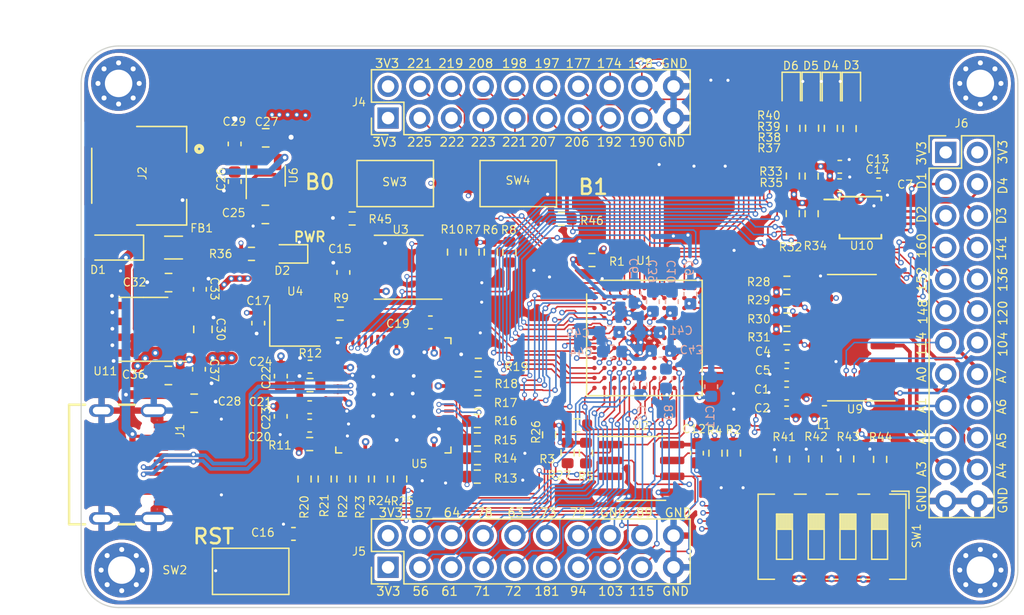
<source format=kicad_pcb>
(kicad_pcb (version 20211014) (generator pcbnew)
  (layers (0 "F.Cu" signal) (1 "In1.Cu" signal) (2 "In2.Cu" signal) (31 "B.Cu" signal) (34 "B.Paste" user) (35 "F.Paste" user) (36 "B.SilkS" user "B.Silkscreen") (37 "F.SilkS" user "F.Silkscreen") (38 "B.Mask" user) (39 "F.Mask" user) (44 "Edge.Cuts" user))
  (net 0 "")
  (net 1 "+3V3")
  (net 2 "GND")
  (net 3 "/USB, SPI, RS232 Interface/VCC1_8FT")
  (net 4 "/USB, SPI, RS232 Interface/FT_EECLK")
  (net 5 "/USB, SPI, RS232 Interface/FT_DATA")
  (net 6 "/USB, SPI, RS232 Interface/FT_EECS")
  (net 7 "VBUS")
  (net 8 "Net-(R10-Pad2)")
  (net 9 "Net-(R12-Pad2)")
  (net 10 "Net-(R13-Pad2)")
  (net 11 "Net-(R14-Pad2)")
  (net 12 "Net-(D1-Pad2)")
  (net 13 "/USB, SPI, RS232 Interface/SCK")
  (net 14 "USB_N")
  (net 15 "/USB, SPI, RS232 Interface/MOSI")
  (net 16 "USB_P")
  (net 17 "/USB, SPI, RS232 Interface/MISO")
  (net 19 "/USB, SPI, RS232 Interface/SS")
  (net 21 "Net-(R19-Pad2)")
  (net 22 "/ICE_CLK")
  (net 23 "/MOSI")
  (net 24 "/ICE_CDONE")
  (net 25 "/ICE_CREST")
  (net 26 "DCDn")
  (net 27 "RS232_TX_TTL")
  (net 28 "RS232_RX_TTL")
  (net 29 "DSRn")
  (net 30 "RTSn")
  (net 31 "CTSn")
  (net 32 "+2V5")
  (net 33 "DTRn")
  (net 34 "+1V2")
  (net 35 "/MISO")
  (net 37 "/CS")
  (net 38 "/SCK")
  (net 39 "+5V")
  (net 40 "Net-(C3-Pad1)")
  (net 41 "Net-(C26-Pad1)")
  (net 42 "Net-(D2-Pad2)")
  (net 43 "Net-(D3-Pad2)")
  (net 44 "Net-(R2-Pad1)")
  (net 45 "Net-(R3-Pad1)")
  (net 46 "Net-(R9-Pad1)")
  (net 47 "Net-(R11-Pad1)")
  (net 48 "Net-(R15-Pad2)")
  (net 49 "Net-(R16-Pad2)")
  (net 50 "Net-(R17-Pad2)")
  (net 51 "Net-(R18-Pad2)")
  (net 52 "Net-(R24-Pad2)")
  (net 53 "Net-(R25-Pad2)")
  (net 54 "/FPGA IOs  BANKS/IO225")
  (net 55 "/FPGA IOs  BANKS/IO222")
  (net 56 "/FPGA IOs  BANKS/IO223")
  (net 57 "/FPGA IOs  BANKS/IO211")
  (net 58 "/FPGA IOs  BANKS/IO207")
  (net 59 "/FPGA IOs  BANKS/IO206")
  (net 60 "/FPGA IOs  BANKS/IO192")
  (net 61 "/FPGA IOs  BANKS/IO190")
  (net 62 "/FPGA IOs  BANKS/IO178")
  (net 65 "/FPGA IOs  BANKS/IO221")
  (net 66 "/FPGA IOs  BANKS/IO219")
  (net 67 "/FPGA IOs  BANKS/IO208")
  (net 68 "/FPGA IOs  BANKS/IO198")
  (net 69 "/FPGA IOs  BANKS/IO197")
  (net 70 "/FPGA IOs  BANKS/IO177")
  (net 71 "/FPGA IOs  BANKS/IO174")
  (net 72 "/FPGA IOs  BANKS/IO161")
  (net 73 "/FPGA IOs  BANKS/IO191")
  (net 74 "/FPGA IOs  BANKS/IO179")
  (net 75 "/FPGA IOs  BANKS/IO172")
  (net 76 "/FPGA IOs  BANKS/IO160")
  (net 77 "Net-(D4-Pad2)")
  (net 78 "Net-(D5-Pad2)")
  (net 79 "/FPGA IOs  BANKS/IO212")
  (net 80 "/FPGA IOs  BANKS/IO181")
  (net 81 "/FPGA IOs  BANKS/IO147")
  (net 82 "/FPGA IOs  BANKS/IO154")
  (net 83 "/FPGA IOs  BANKS/IO152")
  (net 84 "/FPGA IOs  BANKS/IO146")
  (net 85 "/FPGA IOs  BANKS/IO144")
  (net 86 "/FPGA IOs  BANKS/IO141")
  (net 87 "/FPGA IOs  BANKS/IO148")
  (net 88 "Net-(D6-Pad2)")
  (net 90 "/FPGA IOs  BANKS/LED1")
  (net 91 "/FPGA IOs  BANKS/IO137")
  (net 92 "/FPGA IOs  BANKS/IO136")
  (net 93 "/FPGA IOs  BANKS/IO140")
  (net 95 "/FPGA IOs  BANKS/IO118")
  (net 96 "/FPGA IOs  BANKS/IO128")
  (net 97 "/FPGA IOs  BANKS/IO120")
  (net 98 "/FPGA IOs  BANKS/IO129")
  (net 99 "/FPGA IOs  BANKS/IO87")
  (net 100 "/FPGA IOs  BANKS/IO104")
  (net 101 "/FPGA IOs  BANKS/IO116")
  (net 102 "/FPGA IOs  BANKS/IO119")
  (net 103 "/FPGA IOs  BANKS/LED2")
  (net 104 "/FPGA IOs  BANKS/LED3")
  (net 105 "/FPGA IOs  BANKS/IO57")
  (net 106 "/FPGA IOs  BANKS/IO64")
  (net 107 "/FPGA IOs  BANKS/IO78")
  (net 108 "/FPGA IOs  BANKS/IO86")
  (net 109 "/FPGA IOs  BANKS/IO91")
  (net 110 "/FPGA IOs  BANKS/IO117")
  (net 111 "/FPGA IOs  BANKS/IO114")
  (net 112 "/FPGA IOs  BANKS/LED4")
  (net 113 "/FPGA IOs  BANKS/SW4")
  (net 114 "/FPGA IOs  BANKS/IO63")
  (net 115 "/FPGA IOs  BANKS/IO73")
  (net 116 "/FPGA IOs  BANKS/IO79")
  (net 117 "/FPGA IOs  BANKS/IO82")
  (net 118 "/FPGA IOs  BANKS/IO89")
  (net 119 "/FPGA IOs  BANKS/IO115")
  (net 120 "/FPGA IOs  BANKS/IO56")
  (net 121 "/FPGA IOs  BANKS/IO61")
  (net 122 "/FPGA IOs  BANKS/IO71")
  (net 123 "/FPGA IOs  BANKS/IO72")
  (net 124 "/FPGA IOs  BANKS/IO81")
  (net 125 "/FPGA IOs  BANKS/IO94")
  (net 126 "/FPGA IOs  BANKS/IO103")
  (net 152 "Net-(C4-Pad1)")
  (net 153 "ADC0")
  (net 154 "ADC1")
  (net 155 "ADC2")
  (net 156 "ADC3")
  (net 157 "ADC4")
  (net 158 "ADC5")
  (net 159 "ADC6")
  (net 160 "ADC7")
  (net 161 "DAC1")
  (net 162 "DAC2")
  (net 163 "DAC3")
  (net 164 "DAC4")
  (net 165 "ADC_nCS")
  (net 166 "ADC_DO")
  (net 167 "ADC_DI")
  (net 168 "ADC_SCLK")
  (net 169 "DAC_nRDY")
  (net 170 "DAC_nLDAC")
  (net 171 "DAC_SDA")
  (net 172 "DAC_SCL")
  (net 173 "/FPGA IOs  BANKS/SW3")
  (net 174 "/FPGA IOs  BANKS/SW2")
  (net 175 "/FPGA IOs  BANKS/SW1")
  (net 176 "/FPGA IOs  BANKS/BTN0")
  (net 177 "/FPGA IOs  BANKS/BTN1")
  (footprint "Capacitor_SMD:C_0603_1608Metric" (layer "F.Cu") (at 119.31 101.63 -90)
    (fp_text reference "C12")
    (fp_text value "100n" hide)
  )
  (footprint "Resistor_SMD:R_0603_1608Metric" (layer "F.Cu") (at 102.8 85.52 90)
    (fp_text reference "R6")
    (fp_text value "10K" hide)
  )
  (footprint "Resistor_SMD:R_0603_1608Metric" (layer "F.Cu") (at 99.86 85.52 -90)
    (fp_text reference "R10")
    (fp_text value "2.2K" hide)
  )
  (footprint "Capacitor_SMD:C_0603_1608Metric" (layer "F.Cu") (at 130.725 80.16)
    (fp_text reference "C14")
    (fp_text value "100n" hide)
  )
  (footprint "Resistor_SMD:R_0603_1608Metric" (layer "F.Cu") (at 108.45 82.85)
    (fp_text reference "R46")
    (fp_text value "10K" hide)
  )
  (footprint "1KiCadLib:JST_S2B-PH-SM4-TB(LF)(SN)" (layer "F.Cu") (at 78.1 79.4 -90)
    (fp_text reference "J2")
    (fp_text value "DC" hide)
  )
  (footprint "Resistor_SMD:R_0603_1608Metric" (layer "F.Cu") (at 120.79 101.63 90)
    (fp_text reference "R4")
    (fp_text value "10K" hide)
  )
  (footprint "Capacitor_SMD:C_0805_2012Metric" (layer "F.Cu") (at 79.05 97.63)
    (fp_text reference "C28")
    (fp_text value "10u" hide)
  )
  (footprint "MountingHole:MountingHole_2.2mm_M2_Pad_Via" (layer "F.Cu") (at 73 72)
    (fp_text reference "H2" hide)
    (fp_text value "MH")
  )
  (footprint "Capacitor_SMD:C_0805_2012Metric" (layer "F.Cu") (at 76.985 95.405)
    (fp_text reference "C36")
    (fp_text value "10u" hide)
  )
  (footprint "Resistor_SMD:R_0603_1608Metric" (layer "F.Cu") (at 91 103.7 90)
    (fp_text reference "R22")
    (fp_text value "0R" hide)
  )
  (footprint "Package_SO:SOIC-8_3.9x4.9mm_P1.27mm" (layer "F.Cu") (at 95.43 86.73 180)
    (fp_text reference "U3")
    (fp_text value "93LCxxA" hide)
  )
  (footprint "Capacitor_SMD:C_0603_1608Metric" (layer "F.Cu") (at 126.49 96.85 180)
    (fp_text reference "C1")
    (fp_text value "100n" hide)
  )
  (footprint "1KiCadLib:CON_USB_GCT_USB4105_REVA" (layer "F.Cu") (at 71.635 102.5375 -90)
    (fp_text reference "J1")
    (fp_text value "CON_USB_GCT_USB4105_REVA" hide)
  )
  (footprint "Button_Switch_SMD:SW_DIP_SPSTx04_Slide_6.7x11.72mm_W6.73mm_P2.54mm_LowProfile_JPin" (layer "F.Cu") (at 130.125 108.325 -90)
    (fp_text reference "SW1")
    (fp_text value "SW_DIP_x04" hide)
  )
  (footprint "Capacitor_SMD:C_0603_1608Metric" (layer "F.Cu") (at 82.3 79.87 -90)
    (fp_text reference "C26")
    (fp_text value "100n" hide)
  )
  (footprint "Capacitor_SMD:C_0603_1608Metric" (layer "F.Cu") (at 133.85 80.1)
    (fp_text reference "C7")
    (fp_text value "100n" hide)
  )
  (footprint "Capacitor_SMD:C_0603_1608Metric" (layer "F.Cu") (at 88.3 97.95 180)
    (fp_text reference "C21")
    (fp_text value "4.7u" hide)
  )
  (footprint "Package_TO_SOT_SMD:SOT-23-5" (layer "F.Cu") (at 84.78 79.43 90)
    (fp_text reference "U6")
    (fp_text value "LDK130-12_SOT23_SOT353" hide)
  )
  (footprint "Resistor_SMD:R_0603_1608Metric" (layer "F.Cu") (at 126.98 82.43 90)
    (fp_text reference "R32")
    (fp_text value "10K" hide)
  )
  (footprint "Resistor_SMD:R_0603_1608Metric" (layer "F.Cu") (at 128.49 79.43 90)
    (fp_text reference "R35")
    (fp_text value "10K" hide)
  )
  (footprint "Capacitor_SMD:C_0603_1608Metric" (layer "F.Cu") (at 82.29 76.85 90)
    (fp_text reference "C29")
    (fp_text value "100n" hide)
  )
  (footprint "Resistor_SMD:R_0603_1608Metric" (layer "F.Cu") (at 126.5 89.44 180)
    (fp_text reference "R29")
    (fp_text value "10K" hide)
  )
  (footprint "Capacitor_SMD:C_0603_1608Metric" (layer "F.Cu") (at 85.99 95.46 -90)
    (fp_text reference "C22")
    (fp_text value "4.7u" hide)
  )
  (footprint "Capacitor_SMD:C_0805_2012Metric" (layer "F.Cu") (at 84.75 82.5 180)
    (fp_text reference "C25")
    (fp_text value "10u" hide)
  )
  (footprint "Resistor_SMD:R_0603_1608Metric" (layer "F.Cu") (at 88.3 100.9 180)
    (fp_text reference "R11")
    (fp_text value "2.2K" hide)
  )
  (footprint "Capacitor_SMD:C_0603_1608Metric" (layer "F.Cu") (at 88.3 99.425 180)
    (fp_text reference "C20")
    (fp_text value "100n" hide)
  )
  (footprint "Capacitor_SMD:C_0603_1608Metric" (layer "F.Cu") (at 126.485 98.37 180)
    (fp_text reference "C2")
    (fp_text value "100n" hide)
  )
  (footprint "Resistor_SMD:R_0603_1608Metric" (layer "F.Cu") (at 126.5125 92.4 180)
    (fp_text reference "R31")
    (fp_text value "10K" hide)
  )
  (footprint "Resistor_SMD:R_0603_1608Metric" (layer "F.Cu") (at 131.34 102.09 -90)
    (fp_text reference "R43")
    (fp_text value "10K" hide)
  )
  (footprint "Resistor_SMD:R_0603_1608Metric" (layer "F.Cu") (at 130.03 75.6 -90)
    (fp_text reference "R38")
    (fp_text value "220R" hide)
  )
  (footprint "Resistor_SMD:R_0603_1608Metric" (layer "F.Cu") (at 108.95 101.61 90)
    (fp_text reference "R3")
    (fp_text value "10K" hide)
  )
  (footprint "Capacitor_SMD:C_0805_2012Metric" (layer "F.Cu") (at 84.78 76.36)
    (fp_text reference "C27")
    (fp_text value "10u" hide)
  )
  (footprint "Resistor_SMD:R_0603_1608Metric" (layer "F.Cu") (at 126.5125 87.975 180)
    (fp_text reference "R28")
    (fp_text value "10K" hide)
  )
  (footprint "Resistor_SMD:R_0603_1608Metric" (layer "F.Cu") (at 110.42 101.62 90)
    (fp_text reference "R5")
    (fp_text value "10K" hide)
  )
  (footprint "LED_SMD:LED_0603_1608Metric" (layer "F.Cu") (at 86.66 85.66 180)
    (fp_text reference "D2")
    (fp_text value "LED" hide)
  )
  (footprint "Package_SO:SOIC-16_3.9x9.9mm_P1.27mm" (layer "F.Cu") (at 131.7125 92.375 180)
    (fp_text reference "U9")
    (fp_text value "MCP3208" hide)
  )
  (footprint "Capacitor_SMD:C_0805_2012Metric" (layer "F.Cu") (at 77 87.96 180)
    (fp_text reference "C32")
    (fp_text value "10u" hide)
  )
  (footprint "Resistor_SMD:R_0603_1608Metric" (layer "F.Cu") (at 101.34 85.52 90)
    (fp_text reference "R7")
    (fp_text value "10K" hide)
  )
  (footprint "Package_SO:SOIC-8_3.9x4.9mm_P1.27mm" (layer "F.Cu") (at 114.85 102.85)
    (fp_text reference "U2")
    (fp_text value "W25Q128JVS" hide)
  )
  (footprint "Capacitor_SMD:C_0603_1608Metric" (layer "F.Cu") (at 88.32 94.7 180)
    (fp_text reference "C24")
    (fp_text value "100n" hide)
  )
  (footprint "Resistor_SMD:R_0603_1608Metric" (layer "F.Cu") (at 101.75 97.55 180)
    (fp_text reference "R17")
    (fp_text value "0R" hide)
  )
  (footprint "Resistor_SMD:R_0603_1608Metric" (layer "F.Cu") (at 91.7 82.825)
    (fp_text reference "R45")
    (fp_text value "10K" hide)
  )
  (footprint "Resistor_SMD:R_0603_1608Metric" (layer "F.Cu") (at 126.2 102.105 -90)
    (fp_text reference "R41")
    (fp_text value "10K" hide)
  )
  (footprint "Resistor_SMD:R_0603_1608Metric" (layer "F.Cu") (at 101.73 102.03 180)
    (fp_text reference "R14")
    (fp_text value "0R" hide)
  )
  (footprint "Capacitor_SMD:C_1206_3216Metric" (layer "F.Cu") (at 77.4 85.155)
    (fp_text reference "FB1")
    (fp_text value "FerriteBead_Small" hide)
  )
  (footprint "Resistor_SMD:R_0603_1608Metric" (layer "F.Cu") (at 110.9 86.15)
    (fp_text reference "R1")
    (fp_text value "100R" hide)
  )
  (footprint "Resistor_SMD:R_0603_1608Metric" (layer "F.Cu") (at 122.27 101.62 90)
    (fp_text reference "R2")
    (fp_text value "10K" hide)
  )
  (footprint "Resistor_SMD:R_0603_1608Metric" (layer "F.Cu") (at 128.775 102.09 -90)
    (fp_text reference "R42")
    (fp_text value "10K" hide)
  )
  (footprint "Resistor_SMD:R_0603_1608Metric" (layer "F.Cu") (at 92.5 103.7 90)
    (fp_text reference "R23")
    (fp_text value "0R" hide)
  )
  (footprint "Capacitor_SMD:C_0603_1608Metric" (layer "F.Cu") (at 126.525 93.88 180)
    (fp_text reference "C4")
    (fp_text value "100n" hide)
  )
  (footprint "Capacitor_SMD:C_0603_1608Metric" (layer "F.Cu") (at 126.49 95.35 180)
    (fp_text reference "C5")
    (fp_text value "22pF" hide)
  )
  (footprint "Resistor_SMD:R_0603_1608Metric" (layer "F.Cu") (at 83.64 85.66 180)
    (fp_text reference "R36")
    (fp_text value "220R" hide)
  )
  (footprint "Connector_PinHeader_2.54mm:PinHeader_2x10_P2.54mm_Vertical" (layer "F.Cu") (at 94.575 74.775 90)
    (fp_text reference "J4")
    (fp_text value "CON" hide)
  )
  (footprint "Resistor_SMD:R_0603_1608Metric" (layer "F.Cu") (at 107.47 100.16 90)
    (fp_text reference "R26")
    (fp_text value "10K" hide)
  )
  (footprint "Resistor_SMD:R_0603_1608Metric" (layer "F.Cu") (at 87.89 103.7 90)
    (fp_text reference "R20")
    (fp_text value "0R" hide)
  )
  (footprint "Button_Switch_SMD:SW_SPST_CK_RS282G05A3" (layer "F.Cu") (at 105 80.025)
    (fp_text reference "SW4")
    (fp_text value "RST" hide)
  )
  (footprint "Resistor_SMD:R_0603_1608Metric" (layer "F.Cu") (at 128.49 82.44 90)
    (fp_text reference "R34")
    (fp_text value "10K" hide)
  )
  (footprint "LED_SMD:LED_0603_1608Metric" (layer "F.Cu") (at 131.67 72.6 -90)
    (fp_text reference "D3")
    (fp_text value "LED" hide)
  )
  (footprint "LED_SMD:LED_0603_1608Metric" (layer "F.Cu") (at 128.46 72.59 -90)
    (fp_text reference "D5")
    (fp_text value "LED" hide)
  )
  (footprint "Resistor_SMD:R_0603_1608Metric" (layer "F.Cu") (at 95.55 103.7 90)
    (fp_text reference "R25")
    (fp_text value "0R" hide)
  )
  (footprint "Connector_PinHeader_2.54mm:PinHeader_2x10_P2.54mm_Vertical" (layer "F.Cu") (at 94.575 110.775 90)
    (fp_text reference "J5")
    (fp_text value "CON" hide)
  )
  (footprint "Resistor_SMD:R_0603_1608Metric" (layer "F.Cu") (at 127.025 75.6 -90)
    (fp_text reference "R40")
    (fp_text value "220R" hide)
  )
  (footprint "Package_SO:MSOP-10_3x3mm_P0.5mm" (layer "F.Cu") (at 132.4 82.75)
    (fp_text reference "U10")
    (fp_text value "MCP4728" hide)
  )
  (footprint "Resistor_SMD:R_0603_1608Metric" (layer "F.Cu") (at 89.5 103.7 90)
    (fp_text reference "R21")
    (fp_text value "0R" hide)
  )
  (footprint "Crystal:Crystal_SMD_Abracon_ABM8G-4Pin_3.2x2.5mm" (layer "F.Cu") (at 87.1 91.4)
    (fp_text reference "U4")
    (fp_text value "ASDMB-xxxMHz" hide)
  )
  (footprint "MountingHole:MountingHole_2.2mm_M2_Pad_Via" (layer "F.Cu") (at 73.25 111)
    (fp_text reference "H3" hide)
    (fp_text value "MH")
  )
  (footprint "Capacitor_SMD:C_0603_1608Metric" (layer "F.Cu") (at 79.51 88.5 90)
    (fp_text reference "C33")
    (fp_text value "100n" hide)
  )
  (footprint "Capacitor_SMD:C_0603_1608Metric" (layer "F.Cu") (at 97.965 91.15 180)
    (fp_text reference "C19")
    (fp_text value "4.7u" hide)
  )
  (footprint "Diode_SMD:D_SOD-123" (layer "F.Cu") (at 72.75 85.155 180)
    (fp_text reference "D1")
    (fp_text value "D_Schottky" hide)
  )
  (footprint "Resistor_SMD:R_0603_1608Metric" (layer "F.Cu") (at 101.725 100.53 180)
    (fp_text reference "R15")
    (fp_text value "0R" hide)
  )
  (footprint "Resistor_SMD:R_0603_1608Metric" (layer "F.Cu") (at 104.29 85.52 90)
    (fp_text reference "R8")
    (fp_text value "10K" hide)
  )
  (footprint "Capacitor_SMD:C_0603_1608Metric" (layer "F.Cu") (at 84.18 91.21 -90)
    (fp_text reference "C17")
    (fp_text value "100n" hide)
  )
  (footprint "Capacitor_SMD:C_0603_1608Metric" (layer "F.Cu") (at 87 108.1 180)
    (fp_text reference "C16")
    (fp_text value "100n" hide)
  )
  (footprint "MountingHole:MountingHole_2.2mm_M2_Pad_Via" (layer "F.Cu") (at 142 111)
    (fp_text reference "H4" hide)
    (fp_text value "MH")
  )
  (footprint "Resistor_SMD:R_0603_1608Metric" (layer "F.Cu") (at 109.69 99.4 180)
    (fp_text reference "R27")
    (fp_text value "10K" hide)
  )
  (footprint "Resistor_SMD:R_0603_1608Metric" (layer "F.Cu") (at 101.725 99.05 180)
    (fp_text reference "R16")
    (fp_text value "0R" hide)
  )
  (footprint "Button_Switch_SMD:SW_SPST_CK_RS282G05A3" (layer "F.Cu") (at 83.575 111.1 180)
    (fp_text reference "SW2")
    (fp_text value "RST" hide)
  )
  (footprint "Resistor_SMD:R_0603_1608Metric" (layer "F.Cu") (at 101.72 103.51 180)
    (fp_text reference "R13")
    (fp_text value "0R" hide)
  )
  (footprint "Resistor_SMD:R_0603_1608Metric" (layer "F.Cu") (at 131.53 75.62 -90)
    (fp_text reference "R37")
    (fp_text value "220R" hide)
  )
  (footprint "Capacitor_SMD:C_0603_1608Metric" (layer "F.Cu") (at 85.98 98.68 -90)
    (fp_text reference "C23")
    (fp_text value "100n" hide)
  )
  (footprint "Capacitor_SMD:C_0805_2012Metric" (layer "F.Cu") (at 79.75 91.71 90)
    (fp_text reference "C30")
    (fp_text value "10u" hide)
  )
  (footprint "Inductor_SMD:L_0603_1608Metric" (layer "F.Cu") (at 129.52 98.34)
    (fp_text reference "L1")
    (fp_text value "39nH" hide)
  )
  (footprint "Connector_PinHeader_2.54mm:PinHeader_2x12_P2.54mm_Vertical" (layer "F.Cu") (at 139.225 77.525)
    (fp_text reference "J6")
    (fp_text value "Conn_02x12_Odd_Even" hide)
  )
  (footprint "Resistor_SMD:R_0603_1608Metric" (layer "F.Cu") (at 101.8 94.55 180)
    (fp_text reference "R19")
    (fp_text value "0R" hide)
  )
  (footprint "Resistor_SMD:R_0603_1608Metric" (layer "F.Cu") (at 88.325 96.175)
    (fp_text reference "R12")
    (fp_text value "12K" hide)
  )
  (footprint "Resistor_SMD:R_0603_1608Metric" (layer "F.Cu") (at 94 103.7 90)
    (fp_text reference "R24")
    (fp_text value "0R" hide)
  )
  (footprint "LED_SMD:LED_0603_1608Metric" (layer "F.Cu") (at 126.86 72.59 -90)
    (fp_text reference "D6")
    (fp_text value "LED" hide)
  )
  (footprint "Button_Switch_SMD:SW_SPST_CK_RS282G05A3" (layer "F.Cu") (at 95.15 80.025 180)
    (fp_text reference "SW3")
    (fp_text value "RST" hide)
  )
  (footprint "Package_SO:SOIC-8_3.9x4.9mm_P1.27mm" (layer "F.Cu") (at 74.985 91.705 180)
    (fp_text reference "U11")
    (fp_text value "MIC5212-SJYM" hide)
  )
  (footprint "Capacitor_SMD:C_0603_1608Metric" (layer "F.Cu") (at 130.745 78.68)
    (fp_text reference "C13")
    (fp_text value "100n" hide)
  )
  (footprint "Package_DFN_QFN:QFN-64-1EP_9x9mm_P0.5mm_EP4.35x4.35mm" (layer "F.Cu") (at 95 97)
    (fp_text reference "U5")
    (fp_text value "FT2232HQ" hide)
  )
  (footprint "Resistor_SMD:R_0603_1608Metric" (layer "F.Cu") (at 133.975 102.125 -90)
    (fp_text reference "R44")
    (fp_text value "10K" hide)
  )
  (footprint "Resistor_SMD:R_0603_1608Metric" (layer "F.Cu") (at 101.775 96.05 180)
    (fp_text reference "R18")
    (fp_text value "0R" hide)
  )
  (footprint "Capacitor_SMD:C_0603_1608Metric" (layer "F.Cu") (at 79.435 94.905 90)
    (fp_text reference "C37")
    (fp_text value "100n" hide)
  )
  (footprint "Package_BGA:BGA-121_9.0x9.0mm_Layout11x11_P0.8mm_Ball0.4mm_Pad0.35mm_NSMD" (layer "F.Cu") (at 115.1 92.4)
    (fp_text reference "U1")
    (fp_text value "ICE40HX8K-BG121" hide)
  )
  (footprint "Resistor_SMD:R_0603_1608Metric" (layer "F.Cu") (at 126.5125 90.925 180)
    (fp_text reference "R30")
    (fp_text value "10K" hide)
  )
  (footprint "LED_SMD:LED_0603_1608Metric" (layer "F.Cu") (at 130.07 72.6 -90)
    (fp_text reference "D4")
    (fp_text value "LED" hide)
  )
  (footprint "Resistor_SMD:R_0603_1608Metric" (layer "F.Cu") (at 90.75 90.45)
    (fp_text reference "R9")
    (fp_text value "0R" hide)
  )
  (footprint "Resistor_SMD:R_0603_1608Metric" (layer "F.Cu") (at 126.99 79.42 -90)
    (fp_text reference "R33")
    (fp_text value "10K" hide)
  )
  (footprint "Resistor_SMD:R_0603_1608Metric" (layer "F.Cu") (at 128.525 75.5875 -90)
    (fp_text reference "R39")
    (fp_text value "220R" hide)
  )
  (footprint "MountingHole:MountingHole_2.2mm_M2_Pad_Via" (layer "F.Cu") (at 142 72)
    (fp_text reference "H1" hide)
    (fp_text value "MH")
  )
  (footprint "Capacitor_SMD:C_0603_1608Metric" (layer "F.Cu") (at 91 87.15 -90)
    (fp_text reference "C15")
    (fp_text value "100n" hide)
  )
  (footprint "Capacitor_SMD:C_0603_1608Metric" (layer "B.Cu") (at 112.525 93.49 180)
    (fp_text reference "C44")
    (fp_text value "100n" hide)
  )
  (footprint "Capacitor_SMD:C_0603_1608Metric" (layer "B.Cu") (at 116.425 93.43)
    (fp_text reference "C43")
    (fp_text value "100n" hide)
  )
  (footprint "Capacitor_SMD:C_0603_1608Metric" (layer "B.Cu") (at 114.77 96.165 -90)
    (fp_text reference "C3")
    (fp_text value "10u" hide)
  )
  (footprint "Capacitor_SMD:C_0603_1608Metric" (layer "B.Cu") (at 115.52 91.95 180)
    (fp_text reference "C41")
    (fp_text value "100n" hide)
  )
  (footprint "Capacitor_SMD:C_0603_1608Metric" (layer "B.Cu") (at 112.3 91.92 180)
    (fp_text reference "C45")
    (fp_text value "100n" hide)
  )
  (footprint "Capacitor_SMD:C_0603_1608Metric" (layer "B.Cu") (at 120.45 96.3 90)
    (fp_text reference "C11")
    (fp_text value "100n" hide)
  )
  (footprint "Capacitor_SMD:C_0603_1608Metric" (layer "B.Cu") (at 116.83 95.655 -90)
    (fp_text reference "C8")
    (fp_text value "100n" hide)
  )
  (footprint "Capacitor_SMD:C_0603_1608Metric" (layer "B.Cu") (at 114.31 88.83 90)
    (fp_text reference "C6")
    (fp_text value "100n" hide)
  )
  (footprint "Capacitor_SMD:C_0603_1608Metric" (layer "B.Cu") (at 117.3 89.49 90)
    (fp_text reference "C10")
    (fp_text value "100n" hide)
  )
  (footprint "Capacitor_SMD:C_0603_1608Metric" (layer "B.Cu") (at 115.78 89.49 90)
    (fp_text reference "C39")
    (fp_text value "100n" hide)
  )
  (footprint "Capacitor_SMD:C_0603_1608Metric" (layer "B.Cu") (at 118.78 88.885 90)
    (fp_text reference "C9")
    (fp_text value "100n" hide)
  )
  (gr_arc (start 70 72) (mid 70.87868 69.87868) (end 73 69) (layer "Edge.Cuts") (width 0.1))
  (gr_arc (start 145 111) (mid 144.12132 113.12132) (end 142 114) (layer "Edge.Cuts") (width 0.1))
  (gr_line (start 73 69) (end 142 69) (layer "Edge.Cuts") (width 0.1))
  (gr_line (start 73 114) (end 142 114) (layer "Edge.Cuts") (width 0.1))
  (gr_arc (start 73 114) (mid 70.87868 113.12132) (end 70 111) (layer "Edge.Cuts") (width 0.1))
  (gr_line (start 145 72) (end 145 111) (layer "Edge.Cuts") (width 0.1))
  (gr_arc (start 142 69) (mid 144.12132 69.87868) (end 145 72) (layer "Edge.Cuts") (width 0.1))
  (gr_line (start 70 111) (end 70 72) (layer "Edge.Cuts") (width 0.1))
  (gr_text "206" (at 109.7 76.7) (layer "F.SilkS") (effects (font (size 0.7 0.7) (thickness 0.1))))
  (gr_text "GND" (at 112.6 106.4) (layer "F.SilkS") (effects (font (size 0.7 0.7) (thickness 0.1))))
  (gr_text "63" (at 104.8 106.4) (layer "F.SilkS") (effects (font (size 0.7 0.7) (thickness 0.1))))
  (gr_text "A4" (at 143.7 103 90) (layer "F.SilkS") (effects (font (size 0.7 0.7) (thickness 0.1))))
  (gr_text "223" (at 102.2 76.7) (layer "F.SilkS") (effects (font (size 0.7 0.7) (thickness 0.1))))
  (gr_text "GND" (at 143.8 105.4 90) (layer "F.SilkS") (effects (font (size 0.7 0.7) (thickness 0.1))))
  (gr_text "A2" (at 137.3 100.3 90) (layer "F.SilkS") (effects (font (size 0.7 0.7) (thickness 0.1))))
  (gr_text "71" (at 102.1 112.7) (layer "F.SilkS") (effects (font (size 0.7 0.7) (thickness 0.1))))
  (gr_text "219" (at 99.6 70.4) (layer "F.SilkS") (effects (font (size 0.7 0.7) (thickness 0.1))))
  (gr_text "3V3" (at 94.8 106.4) (layer "F.SilkS") (effects (font (size 0.7 0.7) (thickness 0.1))))
  (gr_text "181" (at 107.3 112.7) (layer "F.SilkS") (effects (font (size 0.7 0.7) (thickness 0.1))))
  (gr_text "198" (at 104.7 70.4) (layer "F.SilkS") (effects (font (size 0.7 0.7) (thickness 0.1))))
  (gr_text "61" (at 99.5 112.7) (layer "F.SilkS") (effects (font (size 0.7 0.7) (thickness 0.1))))
  (gr_text "73" (at 107.4 106.4) (layer "F.SilkS") (effects (font (size 0.7 0.7) (thickness 0.1))))
  (gr_text "RST" (at 80.6 108.3) (layer "F.SilkS") (effects (font (size 1.2 1.2) (thickness 0.2))))
  (gr_text "3V3\n" (at 137.3 77.6 90) (layer "F.SilkS") (effects (font (size 0.7 0.7) (thickness 0.1))))
  (gr_text "A5" (at 143.7 100.6 90) (layer "F.SilkS") (effects (font (size 0.7 0.7) (thickness 0.1))))
  (gr_text "177" (at 109.8 70.4) (layer "F.SilkS") (effects (font (size 0.7 0.7) (thickness 0.1))))
  (gr_text "A1" (at 137.3 97.8 90) (layer "F.SilkS") (effects (font (size 0.7 0.7) (thickness 0.1))))
  (gr_text "136" (at 143.8 87.7 90) (layer "F.SilkS") (effects (font (size 0.7 0.7) (thickness 0.1))))
  (gr_text "160" (at 137.3 85 90) (layer "F.SilkS") (effects (font (size 0.7 0.7) (thickness 0.1))))
  (gr_text "120" (at 143.8 90.4 90) (layer "F.SilkS") (effects (font (size 0.7 0.7) (thickness 0.1))))
  (gr_text "190" (at 114.9 76.7) (layer "F.SilkS") (effects (font (size 0.7 0.7) (thickness 0.1))))
  (gr_text "A6" (at 143.7 97.9 90) (layer "F.SilkS") (effects (font (size 0.7 0.7) (thickness 0.1))))
  (gr_text "GND" (at 117.5 70.4) (layer "F.SilkS") (effects (font (size 0.7 0.7) (thickness 0.1))))
  (gr_text "56" (at 97.2 112.7) (layer "F.SilkS") (effects (font (size 0.7 0.7) (thickness 0.1))))
  (gr_text "D3" (at 143.7 82.6 90) (layer "F.SilkS") (effects (font (size 0.7 0.7) (thickness 0.1))))
  (gr_text "225" (at 97.1 76.7) (layer "F.SilkS") (effects (font (size 0.7 0.7) (thickness 0.1))))
  (gr_text "57" (at 97.4 106.4) (layer "F.SilkS") (effects (font (size 0.7 0.7) (thickness 0.1))))
  (gr_text "64" (at 99.7 106.4) (layer "F.SilkS") (effects (font (size 0.7 0.7) (thickness 0.1))))
  (gr_text "222" (at 99.7 76.7) (layer "F.SilkS") (effects (font (size 0.7 0.7) (thickness 0.1))))
  (gr_text "72" (at 104.6 112.7) (layer "F.SilkS") (effects (font (size 0.7 0.7) (thickness 0.1))))
  (gr_text "148" (at 137.4 90.3 90) (layer "F.SilkS") (effects (font (size 0.7 0.7) (thickness 0.1))))
  (gr_text "3V3" (at 94.6 112.7) (layer "F.SilkS") (effects (font (size 0.7 0.7) (thickness 0.1))))
  (gr_text "207" (at 107 76.7) (layer "F.SilkS") (effects (font (size 0.7 0.7) (thickness 0.1))))
  (gr_text "78" (at 102.3 106.4) (layer "F.SilkS") (effects (font (size 0.7 0.7) (thickness 0.1))))
  (gr_text "B0" (at 89.1 79.9) (layer "F.SilkS") (effects (font (size 1.2 1.2) (thickness 0.2))))
  (gr_text "GND" (at 117.8 106.4) (layer "F.SilkS") (effects (font (size 0.7 0.7) (thickness 0.1))))
  (gr_text "221" (at 104.7 76.7) (layer "F.SilkS") (effects (font (size 0.7 0.7) (thickness 0.1))))
  (gr_text "197" (at 107.3 70.4) (layer "F.SilkS") (effects (font (size 0.7 0.7) (thickness 0.1))))
  (gr_text "152" (at 137.3 87.7 90) (layer "F.SilkS") (effects (font (size 0.7 0.7) (thickness 0.1))))
  (gr_text "D4" (at 143.8 80.2 90) (layer "F.SilkS") (effects (font (size 0.7 0.7) (thickness 0.1))))
  (gr_text "114" (at 137.3 92.9 90) (layer "F.SilkS") (effects (font (size 0.7 0.7) (thickness 0.1))))
  (gr_text "104" (at 143.8 92.9 90) (layer "F.SilkS") (effects (font (size 0.7 0.7) (thickness 0.1))))
  (gr_text "89" (at 115.1 106.4) (layer "F.SilkS") (effects (font (size 0.7 0.7) (thickness 0.1))))
  (gr_text "174" (at 112.3 70.4) (layer "F.SilkS") (effects (font (size 0.7 0.7) (thickness 0.1))))
  (gr_text "79" (at 109.8 106.4) (layer "F.SilkS") (effects (font (size 0.7 0.7) (thickness 0.1))))
  (gr_text "141" (at 143.7 85.2 90) (layer "F.SilkS") (effects (font (size 0.7 0.7) (thickness 0.1))))
  (gr_text "94" (at 109.8 112.7) (layer "F.SilkS") (effects (font (size 0.7 0.7) (thickness 0.1))))
  (gr_text "3V3\n" (at 143.8 77.5 90) (layer "F.SilkS") (effects (font (size 0.7 0.7) (thickness 0.1))))
  (gr_text "103" (at 112.4 112.7) (layer "F.SilkS") (effects (font (size 0.7 0.7) (thickness 0.1))))
  (gr_text "208" (at 102 70.4) (layer "F.SilkS") (effects (font (size 0.7 0.7) (thickness 0.1))))
  (gr_text "GND" (at 117.3 76.7) (layer "F.SilkS") (effects (font (size 0.7 0.7) (thickness 0.1))))
  (gr_text "221" (at 97.1 70.4) (layer "F.SilkS") (effects (font (size 0.7 0.7) (thickness 0.1))))
  (gr_text "PWR" (at 88.3 84.3) (layer "F.SilkS") (effects (font (size 0.8 0.8))))
  (gr_text "D1" (at 137.3 79.8 90) (layer "F.SilkS") (effects (font (size 0.7 0.7) (thickness 0.1))))
  (gr_text "178" (at 114.8 70.4) (layer "F.SilkS") (effects (font (size 0.7 0.7) (thickness 0.1))))
  (gr_text "A0" (at 137.3 95.3 90) (layer "F.SilkS") (effects (font (size 0.7 0.7) (thickness 0.1))))
  (gr_text "GND" (at 137.3 105.3 90) (layer "F.SilkS") (effects (font (size 0.7 0.7) (thickness 0.1))))
  (gr_text "192" (at 112.3 76.7) (layer "F.SilkS") (effects (font (size 0.7 0.7) (thickness 0.1))))
  (gr_text "3V3" (at 94.5 70.4) (layer "F.SilkS") (effects (font (size 0.7 0.7) (thickness 0.1))))
  (gr_text "B1" (at 111 80.3) (layer "F.SilkS") (effects (font (size 1.2 1.2) (thickness 0.2))))
  (gr_text "3V3\n" (at 94.3 76.7) (layer "F.SilkS") (effects (font (size 0.7 0.7) (thickness 0.1))))
  (gr_text "115" (at 114.9 112.7) (layer "F.SilkS") (effects (font (size 0.7 0.7) (thickness 0.1))))
  (gr_text "GND" (at 117.6 112.7) (layer "F.SilkS") (effects (font (size 0.7 0.7) (thickness 0.1))))
  (gr_text "A3" (at 137.3 102.9 90) (layer "F.SilkS") (effects (font (size 0.7 0.7) (thickness 0.1))))
  (gr_text "D2" (at 137.3 82.5 90) (layer "F.SilkS") (effects (font (size 0.7 0.7) (thickness 0.1))))
  (gr_text "A7" (at 143.7 95.4 90) (layer "F.SilkS") (effects (font (size 0.7 0.7) (thickness 0.1))))
  (segment (start 129.2375 96.82) (end 127.93 96.82) (width 0.5) (layer "F.Cu") (net 1))
  (segment (start 120.74 100.795) (end 120.74 100.215) (width 0.3) (layer "F.Cu") (net 1))
  (segment (start 98.61 96.25) (end 98.6 96.24) (width 0.3) (layer "F.Cu") (net 1))
  (segment (start 81.34 94) (end 82.05 94) (width 1) (layer "F.Cu") (net 1))
  (segment (start 130.84 81.75) (end 131.03 81.56) (width 0.2) (layer "F.Cu") (net 1))
  (segment (start 116.4015 92.033706) (end 116.413706 92.033706) (width 0.3) (layer "F.Cu") (net 1))
  (segment (start 131.09 81.315) (end 130.7125 80.9375) (width 0.5) (layer "F.Cu") (net 1))
  (segment (start 119.1 96.4) (end 119.1 96.73) (width 0.3) (layer "F.Cu") (net 1))
  (segment (start 127.745 81.575) (end 127.1 81.575) (width 0.5) (layer "F.Cu") (net 1))
  (segment (start 128.08 97.29) (end 127.93 97.14) (width 0.5) (layer "F.Cu") (net 1))
  (segment (start 129.875 78.65) (end 129.95 78.725) (width 0.5) (layer "F.Cu") (net 1))
  (segment (start 130.09 111.68) (end 131.385 111.68) (width 0.5) (layer "F.Cu") (net 1))
  (segment (start 127.2875 98.25) (end 127.2875 98.8525) (width 0.5) (layer "F.Cu") (net 1))
  (segment (start 125.6875 91.7275) (end 125.66 91.7) (width 0.5) (layer "F.Cu") (net 1))
  (segment (start 101.325 84.7) (end 101.93 84.7) (width 0.3) (layer "F.Cu") (net 1))
  (segment (start 89.65 97.25) (end 89.59 97.31) (width 0.3) (layer "F.Cu") (net 1))
  (segment (start 116.7 92.32) (end 116.7 92.4) (width 0.3) (layer "F.Cu") (net 1))
  (segment (start 128.5 78.65) (end 129.22 78.65) (width 0.5) (layer "F.Cu") (net 1))
  (segment (start 127.46 111.69) (end 127.47 111.68) (width 0.5) (layer "F.Cu") (net 1))
  (segment (start 128.7125 98.25) (end 128.7125 98.8975) (width 0.5) (layer "F.Cu") (net 1))
  (segment (start 129.95 78.725) (end 129.95 79.41) (width 0.5) (layer "F.Cu") (net 1))
  (segment (start 107.535 99.4) (end 107.47 99.335) (width 0.3) (layer "F.Cu") (net 1))
  (segment (start 89.075 97.95) (end 89.075 97.825) (width 0.5) (layer "F.Cu") (net 1))
  (segment (start 113.7985 93.4985) (end 113.5 93.2) (width 0.3) (layer "F.Cu") (net 1))
  (segment (start 115.45 93.675) (end 115.425 93.675) (width 0.3) (layer "F.Cu") (net 1))
  (segment (start 77.97 94.13) (end 77.45 93.61) (width 0.5) (layer "F.Cu") (net 1))
  (segment (start 125.67 88.72) (end 125.67 87.9925) (width 0.5) (layer "F.Cu") (net 1))
  (segment (start 125.64 89.4975) (end 125.6875 89.45) (width 0.5) (layer "F.Cu") (net 1))
  (segment (start 131.09 81.5) (end 131.09 81.41) (width 0.2) (layer "F.Cu") (net 1))
  (segment (start 91.71 88.635) (end 91 87.925) (width 0.3) (layer "F.Cu") (net 1))
  (segment (start 101.1 80.025) (end 99.05 80.025) (width 0.3) (layer "F.Cu") (net 1))
  (segment (start 101.96 84.73) (end 102.745 84.73) (width 0.3) (layer "F.Cu") (net 1))
  (segment (start 127.1 81.575) (end 127.075 81.6) (width 0.5) (layer "F.Cu") (net 1))
  (segment (start 98.25 100.59) (end 98.26 100.58) (width 0.3) (layer "F.Cu") (net 1))
  (segment (start 92.75 100.75) (end 92.78 100.72) (width 0.3) (layer "F.Cu") (net 1))
  (segment (start 125.67 87.9925) (end 125.6875 87.975) (width 0.5) (layer "F.Cu") (net 1))
  (segment (start 102.745 84.73) (end 102.775 84.7) (width 0.3) (layer "F.Cu") (net 1))
  (segment (start 91.055479 97.25) (end 90.55 97.25) (width 0.3) (layer "F.Cu") (net 1))
  (segment (start 122.2 100.795) (end 122.2 100.15) (width 0.3) (layer "F.Cu") (net 1))
  (segment (start 86 93.85) (end 86 94.615) (width 0.3) (layer "F.Cu") (net 1))
  (segment (start 95.25 93.49) (end 95.26 93.5) (width 0.3) (layer "F.Cu") (net 1))
  (segment (start 90.55 94.75) (end 89.125 94.75) (width 0.3) (layer "F.Cu") (net 1))
  (segment (start 127.075 80.895) (end 127.075 80.275) (width 0.5) (layer "F.Cu") (net 1))
  (segment (start 101.1 80.025) (end 101.1 80.9) (width 0.3) (layer "F.Cu") (net 1))
  (segment (start 78.64 94.13) (end 77.97 94.13) (width 0.5) (layer "F.Cu") (net 1))
  (segment (start 94.395 88.635) (end 94.42 88.66) (width 0.3) (layer "F.Cu") (net 1))
  (segment (start 110.41 100.785) (end 110.42 100.795) (width 0.3) (layer "F.Cu") (net 1))
  (segment (start 79.425 94.13) (end 78.64 94.13) (width 0.5) (layer "F.Cu") (net 1))
  (segment (start 130.08 111.69) (end 130.09 111.68) (width 0.5) (layer "F.Cu") (net 1))
  (segment (start 113.7985 93.566294) (end 113.7985 93.4985) (width 0.3) (layer "F.Cu") (net 1))
  (segment (start 131.395 111.69) (end 132.58 111.69) (width 0.5) (layer "F.Cu") (net 1))
  (segment (start 95.25 92.55) (end 95.25 93.49) (width 0.3) (layer "F.Cu") (net 1))
  (segment (start 92.955 88.635) (end 94.395 88.635) (width 0.3) (layer "F.Cu") (net 1))
  (segment (start 84.325 90.55) (end 86 90.55) (width 0.3) (layer "F.Cu") (net 1))
  (segment (start 99.45 96.25) (end 98.61 96.25) (width 0.3) (layer "F.Cu") (net 1))
  (segment (start 80.53 94.02) (end 81.32 94.02) (width 1) (layer "F.Cu") (net 1))
  (segment (start 104.225 84.7) (end 102.775 84.7) (width 0.3) (layer "F.Cu") (net 1))
  (segment (start 126.315 111.69) (end 127.46 111.69) (width 0.5) (layer "F.Cu") (net 1))
  (segment (start 101.1 80.9) (end 101 81) (width 0.3) (layer "F.Cu") (net 1))
  (segment (start 82.815 84.805) (end 82.8 84.79) (width 0.3) (layer "F.Cu") (net 1))
  (segment (start 101.93 84.7) (end 101.96 84.73) (width 0.3) (layer "F.Cu") (net 1))
  (segment (start 129.22 78.65) (end 129.875 78.65) (width 0.5) (layer "F.Cu") (net 1))
  (segment (start 115.53 90.41) (end 115.49 90.41) (width 0.3) (layer "F.Cu") (net 1))
  (segment (start 91.54 94.75) (end 91.56 94.77) (width 0.3) (layer "F.Cu") (net 1))
  (segment (start 132.435 81.275) (end 132.3 81.41) (width 0.5) (layer "F.Cu") (net 1))
  (segment (start 89.125 94.75) (end 89.075 94.7) (width 0.3) (layer "F.Cu") (net 1))
  (segment (start 132.63 111.74) (end 133.885 111.74) (width 0.5) (layer "F.Cu") (net 1))
  (segment (start 125.66 91.7) (end 125.66 90.9525) (width 0.5) (layer "F.Cu") (net 1))
  (segment (start 125.64 90.17) (end 125.64 89.4975) (width 0.5) (layer "F.Cu") (net 1))
  (segment (start 119.18 100.945) (end 119.27 100.855) (width 0.3) (layer "F.Cu") (net 1))
  (segment (start 74.53 94.64) (end 75.13 94.04) (width 1) (layer "F.Cu") (net 1))
  (segment (start 130.7125 80.9375) (end 129.95 80.175) (width 0.5) (layer "F.Cu") (net 1))
  (segment (start 92.955 88.635) (end 91.71 88.635) (width 0.3) (layer "F.Cu") (net 1))
  (segment (start 132.3 81.41) (end 131.09 81.41) (width 0.5) (layer "F.Cu") (net 1))
  (segment (start 119.1 96.73) (end 119.52 97.15) (width 0.3) (layer "F.Cu") (net 1))
  (segment (start 108.25 99.4) (end 107.535 99.4) (width 0.3) (layer "F.Cu") (net 1))
  (segment (start 75.57 93.6) (end 75.94 93.6) (width 1) (layer "F.Cu") (net 1))
  (segment (start 91.435294 97.629815) (end 91.055479 97.25) (width 0.3) (layer "F.Cu") (net 1))
  (segment (start 90.55 97.25) (end 89.65 97.25) (width 0.3) (layer "F.Cu") (net 1))
  (segment (start 127.2875 98.25) (end 127.2875 96.775) (width 0.5) (layer "F.Cu") (net 1))
  (segment (start 132.95 80.76) (end 132.435 81.275) (width 0.5) (layer "F.Cu") (net 1))
  (segment (start 125.6875 88.7375) (end 125.67 88.72) (width 0.5) (layer "F.Cu") (net 1))
  (segment (start 131.09 81.41) (end 131.09 81.315) (width 0.5) (layer "F.Cu") (net 1))
  (segment (start 108.865 99.4) (end 108.25 99.4) (width 0.3) (layer "F.Cu") (net 1))
  (segment (start 90.55 94.75) (end 91.54 94.75) (width 0.3) (layer "F.Cu") (net 1))
  (segment (start 85.98 97.905) (end 85.425 97.905) (width 0.5) (layer "F.Cu") (net 1))
  (segment (start 132.58 111.69) (end 132.63 111.74) (width 0.5) (layer "F.Cu") (net 1))
  (segment (start 129.95 79.41) (end 129.95 80.175) (width 0.5) (layer "F.Cu") (net 1))
  (segment (start 128.7125 97.345) (end 129.2375 96.82) (width 0.5) (layer "F.Cu") (net 1))
  (segment (start 131.03 81.56) (end 131.09 81.5) (width 0.2) (layer "F.Cu") (net 1))
  (segment (start 113.083078 91.961188) (end 113.138812 91.961188) (width 0.3) (layer "F.Cu") (net 1))
  (segment (start 108.95 100.785) (end 110.41 100.785) (width 0.3) (layer "F.Cu") (net 1))
  (segment (start 128.845 111.68) (end 128.855 111.69) (width 0.5) (layer "F.Cu") (net 1))
  (segment (start 127.93 96.82) (end 127.3325 96.82) (width 0.5) (layer "F.Cu") (net 1))
  (segment (start 98.25 92.55) (end 98.25 93.58) (width 0.3) (layer "F.Cu") (net 1))
  (segment (start 99.05 80.025) (end 98.025 80.025) (width 0.3) (layer "F.Cu") (net 1))
  (segment (start 128.855 111.69) (end 130.08 111.69) (width 0.5) (layer "F.Cu") (net 1))
  (segment (start 120.74 100.215) (end 120.725 100.2) (width 0.3) (layer "F.Cu") (net 1))
  (segment (start 81.32 94.02) (end 81.34 94) (width 1) (layer "F.Cu") (net 1))
  (segment (start 115.49 90.41) (end 115.1 90.8) (width 0.3) (layer "F.Cu") (net 1))
  (segment (start 86 94.615) (end 86.03 94.645) (width 0.3) (layer "F.Cu") (net 1))
  (segment (start 87.475 101.565) (end 87.43 101.61) (width 0.5) (layer "F.Cu") (net 1))
  (segment (start 117.325 100.945) (end 119.18 100.945) (width 0.3) (layer "F.Cu") (net 1))
  (segment (start 84.155 90.38) (end 84.325 90.55) (width 0.3) (layer "F.Cu") (net 1))
  (segment (start 75.13 94.04) (end 75.57 93.6) (width 1) (layer "F.Cu") (net 1))
  (segment (start 125.6875 90.925) (end 125.6875 90.2175) (width 0.5) (layer "F.Cu") (net 1))
  (segment (start 127.2875 98.8525) (end 127.22 98.92) (width 0.5) (layer "F.Cu") (net 1))
  (segment (start 80.52 94.01) (end 80.53 94.02) (width 1) (layer "F.Cu") (net 1))
  (segment (start 77.925 94.355) (end 77.925 94.085) (width 0.7) (layer "F.Cu") (net 1))
  (segment (start 125.6875 92.4) (end 125.6875 91.7275) (width 0.5) (layer "F.Cu") (net 1))
  (segment (start 77.925 95.405) (end 77.925 94.355) (width 0.7) (layer "F.Cu") (net 1))
  (segment (start 131.385 111.68) (end 131.395 111.69) (width 0.5) (layer "F.Cu") (net 1))
  (segment (start 128.5 81.575) (end 127.745 81.575) (width 0.5) (layer "F.Cu") (net 1))
  (segment (start 98.25 101.45) (end 98.25 100.59) (width 0.3) (layer "F.Cu") (net 1))
  (segment (start 130.2 81.75) (end 130.84 81.75) (width 0.2) (layer "F.Cu") (net 1))
  (segment (start 75.94 93.6) (end 76.19 93.6) (width 1) (layer "F.Cu") (net 1))
  (segment (start 89.075 97.825) (end 89.59 97.31) (width 0.5) (layer "F.Cu") (net 1))
  (segment (start 128.7125 98.25) (end 128.7125 97.345) (width 0.5) (layer "F.Cu") (net 1))
  (segment (start 85.425 97.905) (end 85.38 97.86) (width 0.5) (layer "F.Cu") (net 1))
  (segment (start 125.6875 90.2175) (end 125.64 90.17) (width 0.5) (layer "F.Cu") (net 1))
  (segment (start 132.95 80.2) (end 132.95 80.76) (width 0.5) (layer "F.Cu") (net 1))
  (segment (start 92.75 101.45) (end 92.75 100.75) (width 0.3) (layer "F.Cu") (net 1))
  (segment (start 80.27 94.13) (end 79.425 94.13) (width 0.5) (layer "F.Cu") (net 1))
  (segment (start 77.925 94.085) (end 77.45 93.61) (width 0.7) (layer "F.Cu") (net 1))
  (segment (start 108.95 100.785) (end 108.36 100.785) (width 0.3) (layer "F.Cu") (net 1))
  (segment (start 119.27 100.855) (end 119.27 100.23) (width 0.3) (layer "F.Cu") (net 1))
  (segment (start 128.7125 98.8975) (end 128.71 98.9) (width 0.5) (layer "F.Cu") (net 1))
  (segment (start 113.138812 91.961188) (end 113.5 91.6) (width 0.3) (layer "F.Cu") (net 1))
  (segment (start 83.26 90.38) (end 84.155 90.38) (width 0.3) (layer "F.Cu") (net 1))
  (segment (start 127.3325 96.82) (end 127.2875 96.775) (width 0.5) (layer "F.Cu") (net 1))
  (segment (start 115.425 93.675) (end 115.1 94) (width 0.3) (layer "F.Cu") (net 1))
  (segment (start 108.36 100.785) (end 108.35 100.775) (width 0.3) (layer "F.Cu") (net 1))
  (segment (start 127.93 97.14) (end 127.93 96.82) (width 0.5) (layer "F.Cu") (net 1))
  (segment (start 119.27 100.23) (end 119.275 100.225) (width 0.3) (layer "F.Cu") (net 1))
  (segment (start 127.075 81.6) (end 127.075 80.895) (width 0.5) (layer "F.Cu") (net 1))
  (segment (start 125.6875 89.45) (end 125.6875 88.7375) (width 0.5) (layer "F.Cu") (net 1))
  (segment (start 82.815 85.66) (end 82.815 84.805) (width 0.3) (layer "F.Cu") (net 1))
  (segment (start 125.66 90.9525) (end 125.6875 90.925) (width 0.5) (layer "F.Cu") (net 1))
  (segment (start 98.25 93.58) (end 98.27 93.6) (width 0.3) (layer "F.Cu") (net 1))
  (segment (start 116.413706 92.033706) (end 116.7 92.32) (width 0.3) (layer "F.Cu") (net 1))
  (segment (start 98.025 80.025) (end 98 80) (width 0.3) (layer "F.Cu") (net 1))
  (segment (start 87.475 100.9) (end 87.475 101.565) (width 0.5) (layer "F.Cu") (net 1))
  (segment (start 127.47 111.68) (end 128.845 111.68) (width 0.5) (layer "F.Cu") (net 1))
  (segment (start 133.885 111.74) (end 133.935 111.69) (width 0.5) (layer "F.Cu") (net 1))
  (via (at 125.66 91.7) (size 0.45) (drill 0.25) (layers "F.Cu" "B.Cu") (net 1))
  (via (at 98.6 96.24) (size 0.6) (drill 0.3) (layers "F.Cu" "B.Cu") (net 1))
  (via (at 108.35 100.775) (size 0.4) (drill 0.25) (layers "F.Cu" "B.Cu") (net 1))
  (via (at 91.56 94.77) (size 0.6) (drill 0.3) (layers "F.Cu" "B.Cu") (net 1))
  (via (at 113.7985 93.566294) (size 0.45) (drill 0.25) (layers "F.Cu" "B.Cu") (net 1))
  (via (at 115.53 90.41) (size 0.45) (drill 0.25) (layers "F.Cu" "B.Cu") (net 1))
  (via (at 85.38 97.86) (size 0.45) (drill 0.25) (layers "F.Cu" "B.Cu") (net 1))
  (via (at 98.27 93.6) (size 0.6) (drill 0.3) (layers "F.Cu" "B.Cu") (net 1))
  (via (at 91.435294 97.629815) (size 0.6) (drill 0.3) (layers "F.Cu" "B.Cu") (net 1))
  (via (at 132.435 81.275) (size 0.45) (drill 0.25) (layers "F.Cu" "B.Cu") (net 1))
  (via (at 75.13 94.04) (size 0.6) (drill 0.3) (layers "F.Cu" "B.Cu") (net 1))
  (via (at 82.8 84.79) (size 0.4) (drill 0.25) (layers "F.Cu" "B.Cu") (net 1))
  (via (at 94.42 88.66) (size 0.6) (drill 0.3) (layers "F.Cu" "B.Cu") (net 1))
  (via (at 113.083078 91.961188) (size 0.45) (drill 0.25) (layers "F.Cu" "B.Cu") (net 1))
  (via (at 74.53 94.64) (size 0.6) (drill 0.3) (layers "F.Cu" "B.Cu") (net 1))
  (via (at 82.05 94) (size 0.6) (drill 0.3) (layers "F.Cu" "B.Cu") (net 1))
  (via (at 98.26 100.58) (size 0.6) (drill 0.3) (layers "F.Cu" "B.Cu") (net 1))
  (via (at 98 80) (size 0.4) (drill 0.25) (layers "F.Cu" "B.Cu") (net 1))
  (via (at 128.71 98.9) (size 0.45) (drill 0.25) (layers "F.Cu" "B.Cu") (net 1))
  (via (at 92.78 100.72) (size 0.6) (drill 0.3) (layers "F.Cu" "B.Cu") (net 1))
  (via (at 129.22 78.65) (size 0.45) (drill 0.25) (layers "F.Cu" "B.Cu") (net 1))
  (via (at 130.09 111.68) (size 0.6) (drill 0.3) (layers "F.Cu" "B.Cu") (net 1))
  (via (at 119.52 97.15) (size 0.45) (drill 0.25) (layers "F.Cu" "B.Cu") (net 1))
  (via (at 78.64 94.13) (size 0.6) (drill 0.3) (layers "F.Cu" "B.Cu") (net 1))
  (via (at 120.725 100.2) (size 0.45) (drill 0.25) (layers "F.Cu" "B.Cu") (net 1))
  (via (at 115.52 93.63) (size 0.45) (drill 0.25) (layers "F.Cu" "B.Cu") (net 1))
  (via (at 130.7125 80.9375) (size 0.45) (drill 0.25) (layers "F.Cu" "B.Cu") (net 1))
  (via (at 122.2 100.15) (size 0.45) (drill 0.25) (layers "F.Cu" "B.Cu") (net 1))
  (via (at 81.32 94.02) (size 0.6) (drill 0.3) (layers "F.Cu" "B.Cu") (net 1))
  (via (at 101 81) (size 0.4) (drill 0.25) (layers "F.Cu" "B.Cu") (net 1))
  (via (at 132.63 111.74) (size 0.6) (drill 0.3) (layers "F.Cu" "B.Cu") (net 1))
  (via (at 116.4015 92.033706) (size 0.45) (drill 0.25) (layers "F.Cu" "B.Cu") (net 1))
  (via (at 83.26 90.38) (size 0.45) (drill 0.25) (layers "F.Cu" "B.Cu") (net 1))
  (via (at 108.25 99.4) (size 0.4) (drill 0.25) (layers "F.Cu" "B.Cu") (net 1))
  (via (at 129.95 79.41) (size 0.45) (drill 0.25) (layers "F.Cu" "B.Cu") (net 1))
  (via (at 125.64 90.17) (size 0.45) (drill 0.25) (layers "F.Cu" "B.Cu") (net 1))
  (via (at 75.94 93.6) (size 0.6) (drill 0.3) (layers "F.Cu" "B.Cu") (net 1))
  (via (at 86 93.85) (size 0.6) (drill 0.3) (layers "F.Cu" "B.Cu") (net 1))
  (via (at 80.52 94.01) (size 0.6) (drill 0.3) (layers "F.Cu" "B.Cu") (net 1))
  (via (at 127.075 80.895) (size 0.45) (drill 0.25) (layers "F.Cu" "B.Cu") (net 1))
  (via (at 125.67 88.72) (size 0.45) (drill 0.25) (layers "F.Cu" "B.Cu") (net 1))
  (via (at 101.96 84.73) (size 0.4) (drill 0.25) (layers "F.Cu" "B.Cu") (net 1))
  (via (at 127.745 81.575) (size 0.45) (drill 0.25) (layers "F.Cu" "B.Cu") (net 1))
  (via (at 87.43 101.61) (size 0.45) (drill 0.25) (layers "F.Cu" "B.Cu") (net 1))
  (via (at 127.47 111.68) (size 0.6) (drill 0.3) (layers "F.Cu" "B.Cu") (net 1))
  (via (at 95.26 93.5) (size 0.6) (drill 0.3) (layers "F.Cu" "B.Cu") (net 1))
  (via (at 119.275 100.225) (size 0.45) (drill 0.25) (layers "F.Cu" "B.Cu") (net 1))
  (via (at 127.22 98.92) (size 0.45) (drill 0.25) (layers "F.Cu" "B.Cu") (net 1))
  (via (at 128.08 97.29) (size 0.45) (drill 0.25) (layers "F.Cu" "B.Cu") (net 1))
  (via (at 77.925 94.355) (size 0.6) (drill 0.3) (layers "F.Cu" "B.Cu") (net 1))
  (segment (start 120.375 97.15) (end 120.45 97.075) (width 0.3) (layer "B.Cu") (net 1))
  (segment (start 115.045 94.08) (end 114.325 94.08) (width 0.3) (layer "B.Cu") (net 1))
  (segment (start 108.35 99.5) (end 108.25 99.4) (width 0.3) (layer "B.Cu") (net 1))
  (segment (start 114.325 94.08) (end 113.775 93.53) (width 0.3) (layer "B.Cu") (net 1))
  (segment (start 115.45 93.675) (end 115.045 94.08) (width 0.3) (layer "B.Cu") (net 1))
  (segment (start 119.52 97.15) (end 120.375 97.15) (width 0.3) (layer "B.Cu") (net 1))
  (segment (start 108.35 100.775) (end 108.35 99.5) (width 0.3) (layer "B.Cu") (net 1))
  (segment (start 115.53 90.41) (end 115.53 90.155) (width 0.3) (layer "B.Cu") (net 1))
  (segment (start 87.5 95.47) (end 87.48 95.45) (width 0.3) (layer "F.Cu") (net 2))
  (segment (start 114.7515 93.5785) (end 114.7215 93.5785) (width 0.3) (layer "F.Cu") (net 2))
  (segment (start 97.75 92.55) (end 97.75 91.71) (width 0.3) (layer "F.Cu") (net 2))
  (segment (start 77.47 100.81) (end 77.64 100.64) (width 0.5) (layer "F.Cu") (net 2))
  (segment (start 115.1 91.6) (end 115.1 91.6065) (width 0.3) (layer "F.Cu") (net 2))
  (segment (start 129.2375 87.4675) (end 129.2 87.43) (width 0.127) (layer "F.Cu") (net 2))
  (segment (start 126.2 101.325) (end 125.535 101.325) (width 0.127) (layer "F.Cu") (net 2))
  (segment (start 115.9 92.4) (end 115.8935 92.4) (width 0.3) (layer "F.Cu") (net 2))
  (segment (start 128.075 101.325) (end 128.06 101.31) (width 0.127) (layer "F.Cu") (net 2))
  (segment (start 125.05 93.85) (end 125.04 93.84) (width 0.127) (layer "F.Cu") (net 2))
  (segment (start 83.79 83.41) (end 83.77 83.43) (width 0.5) (layer "F.Cu") (net 2))
  (segment (start 87.48 95.375) (end 87.53 95.325) (width 0.3) (layer "F.Cu") (net 2))
  (segment (start 131.5 79.46) (end 131.54 79.5) (width 0.127) (layer "F.Cu") (net 2))
  (segment (start 87.5 96.175) (end 87.5 95.47) (width 0.3) (layer "F.Cu") (net 2))
  (segment (start 77.7025 105.7675) (end 77.83 105.64) (width 0.5) (layer "F.Cu") (net 2))
  (segment (start 107.625 82.85) (end 107.625 81.155) (width 0.2) (layer "F.Cu") (net 2))
  (segment (start 95.25 100.6) (end 95.27 100.58) (width 0.3) (layer "F.Cu") (net 2))
  (segment (start 114.3 91.6) (end 114.3 91.63) (width 0.3) (layer "F.Cu") (net 2))
  (segment (start 129.2675 71.8375) (end 129.27 71.84) (width 0.127) (layer "F.Cu") (net 2))
  (segment (start 125.7375 95.325) (end 125.165 95.325) (width 0.127) (layer "F.Cu") (net 2))
  (segment (start 128.525 71.8375) (end 127.7825 71.8375) (width 0.127) (layer "F.Cu") (net 2))
  (segment (start 77.64 99.68) (end 77.3275 99.3675) (width 0.5) (layer "F.Cu") (net 2))
  (segment (start 129.2375 87.93) (end 129.2375 87.4675) (width 0.127) (layer "F.Cu") (net 2))
  (segment (start 91 86.375) (end 90.195 86.375) (width 0.3) (layer "F.Cu") (net 2))
  (segment (start 115.1 96.885011) (end 115.124989 96.91) (width 0.2) (layer "F.Cu") (net 2))
  (segment (start 86.2 107.32) (end 86.2 108.075) (width 0.3) (layer "F.Cu") (net 2))
  (segment (start 87.525 99.425) (end 86.01 99.425) (width 0.5) (layer "F.Cu") (net 2))
  (segment (start 77.3275 99.3675) (end 76.34 99.3675) (width 0.5) (layer "F.Cu") (net 2))
  (segment (start 75.365 88.005) (end 75.29 87.93) (width 0.5) (layer "F.Cu") (net 2))
  (segment (start 115.1 93.041989) (end 114.808011 92.75) (width 0.3) (layer "F.Cu") (net 2))
  (segment (start 133.975 101.3) (end 133.15 101.3) (width 0.127) (layer "F.Cu") (net 2))
  (segment (start 97.75 93.27) (end 97.75 92.55) (width 0.3) (layer "F.Cu") (net 2))
  (segment (start 127.78 71.84) (end 127.0275 71.84) (width 0.127) (layer "F.Cu") (net 2))
  (segment (start 87.4475 85.66) (end 87.4475 84.7425) (width 0.3) (layer "F.Cu") (net 2))
  (segment (start 128.775 101.325) (end 128.075 101.325) (width 0.127) (layer "F.Cu") (net 2))
  (segment (start 77.4625 100.8175) (end 77.47 100.81) (width 0.3) (layer "F.Cu") (net 2))
  (segment (start 119.27 102.405) (end 119.27 102.97) (width 0.3) (layer "F.Cu") (net 2))
  (segment (start 76.34 100.8175) (end 77.4625 100.8175) (width 0.3) (layer "F.Cu") (net 2))
  (segment (start 127.7825 71.8375) (end 127.78 71.84) (width 0.127) (layer "F.Cu") (net 2))
  (segment (start 131.5 78.725) (end 131.5 79.46) (width 0.127) (layer "F.Cu") (net 2))
  (segment (start 128.525 71.8375) (end 129.2675 71.8375) (width 0.127) (layer "F.Cu") (net 2))
  (segment (start 87.4475 84.7425) (end 87.47 84.72) (width 0.3) (layer "F.Cu") (net 2))
  (segment (start 87.525 99.425) (end 87.525 97.95) (width 0.5) (layer "F.Cu") (net 2))
  (segment (start 80 97.63) (end 80.64 97.63) (width 0.5) (layer "F.Cu") (net 2))
  (segment (start 115.9 93.2) (end 115.725 93.025) (width 0.3) (layer "F.Cu") (net 2))
  (segment (start 134.5 80.2) (end 134.5 80.89) (width 0.127) (layer "F.Cu") (net 2))
  (segment (start 90.195 86.375) (end 90.19 86.37) (width 0.3) (layer "F.Cu") (net 2))
  (segment (start 72.5 94.14) (end 72.6 94.24) (width 0.5) (layer "F.Cu") (net 2))
  (segment (start 83.79 82.46) (end 84.74 81.51) (width 0.5) (layer "F.Cu") (net 2))
  (segment (start 76.34 99.3675) (end 76.34 98.8225) (width 0.5) (layer "F.Cu") (net 2))
  (segment (start 82.315 80.61) (end 81.45 80.61) (width 0.3) (layer "F.Cu") (net 2))
  (segment (start 82.315 74.845) (end 82.31 74.84) (width 0.5) (layer "F.Cu") (net 2))
  (segment (start 114.3 92.4) (end 114.458011 92.4) (width 0.3) (layer "F.Cu") (net 2))
  (segment (start 114.3 91.63) (end 113.9 92.03) (width 0.3) (layer "F.Cu") (net 2))
  (segment (start 113.9 90.41) (end 114.3 90.01) (width 0.3) (layer "F.Cu") (net 2))
  (segment (start 80.145 87.705) (end 80.2 87.65) (width 0.5) (layer "F.Cu") (net 2))
  (segment (start 97.75 91.71) (end 97.19 91.15) (width 0.3) (layer "F.Cu") (net 2))
  (segment (start 115.725 93.025) (end 115.275 93.025) (width 0.3) (layer "F.Cu") (net 2))
  (segment (start 131.5 78.725) (end 131.5 78.1) (width 0.127) (layer "F.Cu") (net 2))
  (segment (start 114.3 90.01) (end 114.3 90) (width 0.3) (layer "F.Cu") (net 2))
  (segment (start 82.315 76.085) (end 82.315 74.845) (width 0.5) (layer "F.Cu") (net 2))
  (segment (start 76.34 105.7675) (end 77.7025 105.7675) (width 0.5) (layer "F.Cu") (net 2))
  (segment (start 129.2725 71.8375) (end 129.27 71.84) (width 0.127) (layer "F.Cu") (net 2))
  (segment (start 86.2 108.075) (end 86.225 108.1) (width 0.3) (layer "F.Cu") (net 2))
  (segment (start 72.5 89.8) (end 72.5 89.05) (width 0.5) (layer "F.Cu") (net 2))
  (segment (start 131.375 101.325) (end 130.645 101.325) (width 0.127) (layer "F.Cu") (net 2))
  (segment (start 114.27 92.4) (end 113.9 92.03) (width 0.3) (layer "F.Cu") (net 2))
  (segment (start 72.5 89.8) (end 72.5 91.66) (width 0.5) (layer "F.Cu") (net 2))
  (segment (start 91.1 95.25) (end 91.11 95.26) (width 0.127) (layer "F.Cu") (net 2))
  (segment (start 85.98 99.455) (end 85.98 100.1) (width 0.5) (layer "F.Cu") (net 2))
  (segment (start 115.275 93.025) (end 115.1 93.2) (width 0.3) (layer "F.Cu") (net 2))
  (segment (start 78.1 80.4) (end 78.1 81.33) (width 1) (layer "F.Cu") (net 2))
  (segment (start 85.98 100.1) (end 85.94 100.14) (width 0.5) (layer "F.Cu") (net 2))
  (segment (start 113.515 104.755) (end 113.84 105.08) (width 0.127) (layer "F.Cu") (net 2))
  (segment (start 115.1 96.4) (end 115.1 96.885011) (width 0.2) (layer "F.Cu") (net 2))
  (segment (start 100.43 93.71) (end 99.49 93.71) (width 0.3) (layer "F.Cu") (net 2))
  (segment (start 125.7375 98.25) (end 125.07 98.25) (width 0.127) (layer "F.Cu") (net 2))
  (segment (start 79.775 96.03) (end 79.425 95.68) (width 0.5) (layer "F.Cu") (net 2))
  (segment (start 76.025 95.405) (end 75.265 95.405) (width 0.5) (layer "F.Cu") (net 2))
  (segment (start 115.1 92.3935) (end 115.4935 92) (width 0.3) (layer "F.Cu") (net 2))
  (segment (start 131.5 80.175) (end 131.5 79.54) (width 0.127) (layer "F.Cu") (net 2))
  (segment (start 90.55 98.25) (end 91.26 98.25) (width 0.2) (layer "F.Cu") (net 2))
  (segment (start 83.79 82.46) (end 83.79 83.41) (width 0.5) (layer "F.Cu") (net 2))
  (segment (start 114.358011 93.2) (end 114.808011 92.75) (width 0.3) (layer "F.Cu") (net 2))
  (segment (start 125.07 98.25) (end 125.06 98.26) (width 0.127) (layer "F.Cu") (net 2))
  (segment (start 125.165 95.325) (end 125.15 95.31) (width 0.127) (layer "F.Cu") (net 2))
  (segment (start 114.458011 92.4) (end 114.808011 92.75) (width 0.3) (layer "F.Cu") (net 2))
  (segment (start 75.265 95.405) (end 75.17 95.5) (width 0.5) (layer "F.Cu") (net 2))
  (segment (start 91.249335 95.399335) (end 91.7285 95.399335) (width 0.3) (layer "F.Cu") (net 2))
  (segment (start 91.11 95.26) (end 91.249335 95.399335) (width 0.3) (layer "F.Cu") (net 2))
  (segment (start 125.7375 93.85) (end 125.05 93.85) (width 0.127) (layer "F.Cu") (net 2))
  (segment (start 72.5 89.05) (end 72.47 89.02) (width 0.5) (layer "F.Cu") (net 2))
  (segment (start 72.5 91.07) (end 72.5 91.66) (width 0.5) (layer "F.Cu") (net 2))
  (segment (start 98.7 99.75) (end 98.65 99.7) (width 0.3) (layer "F.Cu") (net 2))
  (segment (start 87.53 95.325) (end 87.53 94) (width 0.3) (layer "F.Cu") (net 2))
  (segment (start 130.7775 71.8375) (end 130.78 71.84) (width 0.127) (layer "F.Cu") (net 2))
  (segment (start 77.64 100.64) (end 77.64 99.68) (width 0.5) (layer "F.Cu") (net 2))
  (segment (start 72.5 92.98) (end 72.5 93.61) (width 0.5) (layer "F.Cu") (net 2))
  (segment (start 115.9 91.6) (end 115.8935 91.6) (width 0.3) (layer "F.Cu") (net 2))
  (segment (start 115.1 91.6065) (end 115.4935 92) (width 0.3) (layer "F.Cu") (net 2))
  (segment (start 81.45 80.61) (end 81.43 80.59) (width 0.3) (layer "F.Cu") (net 2))
  (segment (start 114.3 93.2) (end 114.358011 93.2) (width 0.3) (layer "F.Cu") (net 2))
  (segment (start 130.025 71.8375) (end 130.7775 71.8375) (width 0.127) (layer "F.Cu") (net 2))
  (segment (start 77.83 104.365) (end 77.2825 103.8175) (width 0.5) (layer "F.Cu") (net 2))
  (segment (start 130.645 101.325) (end 130.61 101.36) (width 0.127) (layer "F.Cu") (net 2))
  (segment (start 134.5 80.89) (end 134.56 80.95) (width 0.127) (layer "F.Cu") (net 2))
  (segment (start 127.0275 71.84) (end 127.025 71.8375) (width 0.127) (layer "F.Cu") (net 2))
  (segment (start 86.81 76.31) (end 85.74 76.31) (width 0.5) (layer "F.Cu") (net 2))
  (segment (start 113.878522 92.784616) (end 113.884616 92.784616) (width 0.3) (layer "F.Cu") (net 2))
  (segment (start 115.1 93.2) (end 115.1 93.041989) (width 0.3) (layer "F.Cu") (net 2))
  (segment (start 91.26 98.25) (end 91.27 98.26) (width 0.2) (layer "F.Cu") (net 2))
  (segment (start 77.2825 103.8175) (end 77.29 103.81) (width 0.3) (layer "F.Cu") (net 2))
  (segment (start 125.535 101.325) (end 125.51 101.35) (width 0.127) (layer "F.Cu") (net 2))
  (segment (start 114.7215 93.5785) (end 114.3 94) (width 0.3) (layer "F.Cu") (net 2))
  (segment (start 90.55 99.25) (end 91.37 99.25) (width 0.2) (layer "F.Cu") (net 2))
  (segment (start 114.3 92.4) (end 114.27 92.4) (width 0.3) (layer "F.Cu") (net 2))
  (segment (start 107.625 81.155) (end 107.35 80.88) (width 0.2) (layer "F.Cu") (net 2))
  (segment (start 85.74 76.31) (end 85.69 76.36) (width 0.25) (layer "F.Cu") (net 2))
  (segment (start 90.55 93.25) (end 90.55 92.77) (width 0.3) (layer "F.Cu") (net 2))
  (segment (start 76.34 106.3125) (end 75.765 106.8875) (width 0.5) (layer "F.Cu") (net 2))
  (segment (start 90.875 82.825) (end 90.205 82.825) (width 0.3) (layer "F.Cu") (net 2))
  (segment (start 79.4 87.705) (end 80.145 87.705) (width 0.5) (layer "F.Cu") (net 2))
  (segment (start 115.1 92.4) (end 115.1 92.458011) (width 0.3) (layer "F.Cu") (net 2))
  (segment (start 76.34 103.8175) (end 77.2825 103.8175) (width 0.3) (layer "F.Cu") (net 2))
  (segment (start 112.375 104.755) (end 113.515 104.755) (width 0.127) (layer "F.Cu") (net 2))
  (segment (start 76.34 105.7675) (end 76.34 106.3125) (width 0.5) (layer "F.Cu") (net 2))
  (segment (start 92.955 84.825) (end 94.315 84.825) (width 0.3) (layer "F.Cu") (net 2))
  (segment (start 80.72 111.1) (end 80.77 111.05) (width 0.2) (layer "F.Cu") (net 2))
  (segment (start 115.1 92.458011) (end 114.808011 92.75) (width 0.3) (layer "F.Cu") (net 2))
  (segment (start 119.27 102.97) (end 119.3 103) (width 0.3) (layer "F.Cu") (net 2))
  (segment (start 86.01 99.425) (end 85.98 99.455) (width 0.5) (layer "F.Cu") (net 2))
  (segment (start 78.1 81.33) (end 78.12 81.35) (width 1) (layer "F.Cu") (net 2))
  (segment (start 95.25 101.45) (end 95.25 100.6) (width 0.3) (layer "F.Cu") (net 2))
  (segment (start 130.7825 71.8375) (end 130.78 71.84) (width 0.127) (layer "F.Cu") (net 2))
  (segment (start 90.55 95.25) (end 91.1 95.25) (width 0.127) (layer "F.Cu") (net 2))
  (segment (start 80.44 96.03) (end 79.775 96.03) (width 0.5) (layer "F.Cu") (net 2))
  (segment (start 133.54 81.75) (end 133.48 81.81) (width 0.127) (layer "F.Cu") (net 2))
  (segment (start 115.1 92.4) (end 115.1 92.3935) (width 0.3) (layer "F.Cu") (net 2))
  (segment (start 125.7375 96.775) (end 125.075 96.775) (width 0.127) (layer "F.Cu") (net 2))
  (segment (start 129.2375 94.28) (end 130.43 94.28) (width 0.127) (layer "F.Cu") (net 2))
  (segment (start 130.43 94.28) (end 130.44 94.29) (width 0.127) (layer "F.Cu") (net 2))
  (segment (start 113.884616 92.784616) (end 114.3 93.2) (width 0.3) (layer "F.Cu") (net 2))
  (segment (start 72.5 91.66) (end 72.5 92.98) (width 0.5) (layer "F.Cu") (net 2))
  (segment (start 79.675 111.1) (end 80.72 111.1) (width 0.2) (layer "F.Cu") (net 2))
  (segment (start 87.48 95.45) (end 87.48 95.375) (width 0.3) (layer "F.Cu") (net 2))
  (segment (start 131.5 79.54) (end 131.54 79.5) (width 0.127) (layer "F.Cu") (net 2))
  (segment (start 84.74 81.51) (end 84.74 80.5475) (width 0.5) (layer "F.Cu") (net 2))
  (segment (start 77.83 105.64) (end 77.83 104.365) (width 0.5) (layer "F.Cu") (net 2))
  (segment (start 90.55 97.75) (end 90.76 97.75) (width 0.2) (layer "F.Cu") (net 2))
  (segment (start 134.6 81.75) (end 133.54 81.75) (width 0.127) (layer "F.Cu") (net 2))
  (segment (start 90.205 82.825) (end 90.16 82.78) (width 0.3) (layer "F.Cu") (net 2))
  (segment (start 80.64 97.63) (end 80.77 97.5) (width 0.5) (layer "F.Cu") (net 2))
  (segment (start 97.48 93.54) (end 97.75 93.27) (width 0.3) (layer "F.Cu") (net 2))
  (segment (start 115.8935 92.4) (end 115.4935 92) (width 0.3) (layer "F.Cu") (net 2))
  (segment (start 131.525 71.8375) (end 130.7825 71.8375) (width 0.127) (layer "F.Cu") (net 2))
  (segment (start 94.315 84.825) (end 94.34 84.8) (width 0.3) (layer "F.Cu") (net 2))
  (segment (start 90.55 100.25) (end 91.32 100.25) (width 0.2) (layer "F.Cu") (net 2))
  (segment (start 115.8935 91.6) (end 115.4935 92) (width 0.3) (layer "F.Cu") (net 2))
  (segment (start 90.76 97.75) (end 91.27 98.26) (width 0.2) (layer "F.Cu") (net 2))
  (segment (start 72.5 93.61) (end 72.5 94.14) (width 0.5) (layer "F.Cu") (net 2))
  (segment (start 99.49 93.71) (end 99.45 93.75) (width 0.3) (layer "F.Cu") (net 2))
  (segment (start 84.15 91.94) (end 84.05 92.04) (width 0.3) (layer "F.Cu") (net 2))
  (segment (start 76 88.005) (end 75.365 88.005) (width 0.5) (layer "F.Cu") (net 2))
  (segment (start 130.025 71.8375) (end 129.2725 71.8375) (width 0.127) (layer "F.Cu") (net 2))
  (segment (start 80.58 90.78) (end 80.6 90.76) (width 0.5) (layer "F.Cu") (net 2))
  (segment (start 79.625 90.78) (end 80.58 90.78) (width 0.5) (layer "F.Cu") (net 2))
  (segment (start 76.34 98.8225) (end 75.765 98.2475) (width 0.5) (layer "F.Cu") (net 2))
  (segment (start 125.075 96.775) (end 125.07 96.77) (width 0.127) (layer "F.Cu") (net 2))
  (segment (start 99.45 99.75) (end 98.7 99.75) (width 0.3) (layer "F.Cu") (net 2))
  (segment (start 91.37 99.25) (end 91.41 99.29) (width 0.2) (layer "F.Cu") (net 2))
  (via (at 128.06 101.31) (size 0.4) (drill 0.25) (layers "F.Cu" "B.Cu") (net 2))
  (via (at 91.27 98.26) (size 0.45) (drill 0.25) (layers "F.Cu" "B.Cu") (net 2))
  (via (at 99.18 104.02) (size 0.45) (drill 0.25) (layers "F.Cu" "B.Cu") (net 2))
  (via (at 119.39 87.73) (size 0.45) (drill 0.25) (layers "F.Cu" "B.Cu") (net 2))
  (via (at 117.11 93.62) (size 0.45) (drill 0.25) (layers "F.Cu" "B.Cu") (net 2))
  (via (at 129.2 87.43) (size 0.45) (drill 0.25) (layers "F.Cu" "B.Cu") (net 2))
  (via (at 97.48 93.54) (size 0.6) (drill 0.3) (layers "F.Cu" "B.Cu") (net 2))
  (via (at 130.61 101.36) (size 0.4) (drill 0.25) (layers "F.Cu" "B.Cu") (net 2))
  (via (at 122.28 85.38) (size 0.45) (drill 0.25) (layers "F.Cu" "B.Cu") (net 2))
  (via (at 93.37 98.66) (size 0.6) (drill 0.3) (layers "F.Cu" "B.Cu") (net 2))
  (via (at 86.81 76.31) (size 0.8) (drill 0.4) (layers "F.Cu" "B.Cu") (net 2))
  (via (at 131.54 79.5) (size 0.45) (drill 0.25) (layers "F.Cu" "B.Cu") (net 2))
  (via (at 129.27 71.84) (size 0.45) (drill 0.25) (layers "F.Cu" "B.Cu") (net 2))
  (via (at 134.56 80.95) (size 0.45) (drill 0.25) (layers "F.Cu" "B.Cu") (net 2))
  (via (at 113.9 92.03) (size 0.45) (drill 0.25) (layers "F.Cu" "B.Cu") (net 2))
  (via (at 81.23 104.97) (size 0.45) (drill 0.25) (layers "F.Cu" "B.Cu") (net 2))
  (via (at 82.31 74.84) (size 0.8) (drill 0.4) (layers "F.Cu" "B.Cu") (net 2))
  (via (at 90.19 86.37) (size 0.6) (drill 0.3) (layers "F.Cu" "B.Cu") (net 2))
  (via (at 85.94 100.14) (size 0.45) (drill 0.25) (layers "F.Cu" "B.Cu") (net 2))
  (via (at 95.27 100.58) (size 0.6) (drill 0.3) (layers "F.Cu" "B.Cu") (net 2))
  (via (at 101.96 91.99) (size 0.45) (drill 0.25) (layers "F.Cu" "B.Cu") (net 2))
  (via (at 111.720201 87.644699) (size 0.45) (drill 0.25) (layers "F.Cu" "B.Cu") (net 2))
  (via (at 75.29 87.93) (size 0.6) (drill 0.3) (layers "F.Cu" "B.Cu") (net 2))
  (via (at 115.124989 96.91) (size 0.45) (drill 0.25) (layers "F.Cu" "B.Cu") (net 2))
  (via (at 125.04 93.84) (size 0.45) (drill 0.25) (layers "F.Cu" "B.Cu") (net 2))
  (via (at 75.17 95.5) (size 0.6) (drill 0.3) (layers "F.Cu" "B.Cu") (net 2))
  (via (at 87.53 94) (size 0.6) (drill 0.3) (layers "F.Cu" "B.Cu") (net 2))
  (via (at 109.917011 84.6535) (size 0.4) (drill 0.25) (layers "F.Cu" "B.Cu") (net 2))
  (via (at 96.55 96.85) (size 0.6) (drill 0.3) (layers "F.Cu" "B.Cu") (net 2))
  (via (at 130.44 94.29) (size 0.45) (drill 0.25) (layers "F.Cu" "B.Cu") (net 2))
  (via (at 122.22 96.84) (size 0.45) (drill 0.25) (layers "F.Cu" "B.Cu") (net 2))
  (via (at 83.77 83.43) (size 0.4) (drill 0.25) (layers "F.Cu" "B.Cu") (net 2))
  (via (at 72.5 92.98) (size 0.6) (drill 0.3) (layers "F.Cu" "B.Cu") (net 2))
  (via (at 121.25 104.4) (size 0.45) (drill 0.25) (layers "F.Cu" "B.Cu") (net 2))
  (via (at 117.42 84.23) (size 0.45) (drill 0.25) (layers "F.Cu" "B.Cu") (net 2))
  (via (at 90.16 82.78) (size 0.6) (drill 0.3) (layers "F.Cu" "B.Cu") (net 2))
  (via (at 80.2 87.65) (size 0.6) (drill 0.3) (layers "F.Cu" "B.Cu") (net 2))
  (via (at 87.47 84.72) (size 0.4) (drill 0.25) (layers "F.Cu" "B.Cu") (net 2))
  (via (at 125.06 98.26) (size 0.45) (drill 0.25) (layers "F.Cu" "B.Cu") (net 2))
  (via (at 93.39 95.5) (size 0.6) (drill 0.3) (layers "F.Cu" "B.Cu") (net 2))
  (via (at 133.48 81.81) (size 0.45) (drill 0.25) (layers "F.Cu" "B.Cu") (net 2))
  (via (at 94.34 84.8) (size 0.6) (drill 0.3) (layers "F.Cu" "B.Cu") (net 2))
  (via (at 125.07 96.77) (size 0.45) (drill 0.25) (layers "F.Cu" "B.Cu") (net 2))
  (via (at 127.78 71.84) (size 0.45) (drill 0.25) (layers "F.Cu" "B.Cu") (net 2))
  (via (at 118.59 84.16) (size 0.45) (drill 0.25) (layers "F.Cu" "B.Cu") (net 2))
  (via (at 133.15 101.3) (size 0.4) (drill 0.25) (layers "F.Cu" "B.Cu") (net 2))
  (via (at 87.48 95.45) (size 0.6) (drill 0.3) (layers "F.Cu" "B.Cu") (net 2))
  (via (at 80.44 96.03) (size 0.6) (drill 0.3) (layers "F.Cu" "B.Cu") (net 2))
  (via (at 113.84 105.08) (size 0.45) (drill 0.25) (layers "F.Cu" "B.Cu") (net 2))
  (via (at 102.07 89.53) (size 0.45) (drill 0.25) (layers "F.Cu" "B.Cu") (net 2))
  (via (at 90.55 92.77) (size 0.6) (drill 0.3) (layers "F.Cu" "B.Cu") (net 2))
  (via (at 107.5 87.51) (size 0.45) (drill 0.25) (layers "F.Cu" "B.Cu") (net 2))
  (via (at 72.47 89.02) (size 0.6) (drill 0.3) (layers "F.Cu" "B.Cu") (net 2))
  (via (at 93.44 96.93) (size 0.6) (drill 0.3) (layers "F.Cu" "B.Cu") (net 2))
  (via (at 119.3 103) (size 0.45) (drill 0.25) (layers "F.Cu" "B.Cu") (net 2))
  (via (at 80.77 97.5) (size 0.6) (drill 0.3) (layers "F.Cu" "B.Cu") (net 2))
  (via (at 114.808011 92.75) (size 0.45) (drill 0.25) (layers "F.Cu" "B.Cu") (net 2))
  (via (at 94.88 96.91) (size 0.6) (drill 0.3) (layers "F.Cu" "B.Cu") (net 2))
  (via (at 116.28 78.5) (size 0.45) (drill 0.25) (layers "F.Cu" "B.Cu") (net 2))
  (via (at 86.2 107.32) (size 0.4) (drill 0.25) (layers "F.Cu" "B.Cu") (net 2))
  (via (at 119.76 95.29) (size 0.45) (drill 0.25) (layers "F.Cu" "B.Cu") (net 2))
  (via (at 123 104.4) (size 0.45) (drill 0.25) (layers "F.Cu" "B.Cu") (net 2))
  (via (at 113.878522 92.784616) (size 0.45) (drill 0.25) (layers "F.Cu" "B.Cu") (net 2))
  (via (at 105.53 101.64) (size 0.45) (drill 0.25) (layers "F.Cu" "B.Cu") (net 2))
  (via (at 120.42 71.74) (size 0.45) (drill 0.25) (layers "F.Cu" "B.Cu") (net 2))
  (via (at 81.225 98.9) (size 0.45) (drill 0.25) (layers "F.Cu" "B.Cu") (net 2))
  (via (at 125.51 101.35) (size 0.4) (drill 0.25) (layers "F.Cu" "B.Cu") (net 2))
  (via (at 72.5 90.35) (size 0.6) (drill 0.3) (layers "F.Cu" "B.Cu") (net 2))
  (via (at 130.78 71.84) (size 0.45) (drill 0.25) (layers "F.Cu" "B.Cu") (net 2))
  (via (at 100.43 93.71) (size 0.6) (drill 0.3) (layers "F.Cu" "B.Cu") (net 2))
  (via (at 98.65 99.7) (size 0.6) (drill 0.3) (layers "F.Cu" "B.Cu") (net 2))
  (via (at 115.4935 92) (size 0.45) (drill 0.25) (layers "F.Cu" "B.Cu") (net 2))
  (via (at 96.64 98.7) (size 0.6) (drill 0.3) (layers "F.Cu" "B.Cu") (net 2))
  (via (at 102.08 87.97) (size 0.45) (drill 0.25) (layers "F.Cu" "B.Cu") (net 2))
  (via (at 131.5 78.1) (size 0.45) (drill 0.25) (layers "F.Cu" "B.Cu") (net 2))
  (via (at 72.6 94.24) (size 0.6) (drill 0.3) (layers "F.Cu" "B.Cu") (net 2))
  (via (at 84.05 92.04) (size 0.6) (drill 0.3) (layers "F.Cu" "B.Cu") (net 2))
  (via (at 96.63 95.44) (size 0.6) (drill 0.3) (layers "F.Cu" "B.Cu") (net 2))
  (via (at 91.32 100.25) (size 0.4) (drill 0.25) (layers "F.Cu" "B.Cu") (net 2))
  (via (at 80.77 111.05) (size 0.4) (drill 0.25) (layers "F.Cu" "B.Cu") (net 2))
  (via (at 91.7285 95.399335) (size 0.45) (drill 0.25) (layers "F.Cu" "B.Cu") (net 2))
  (via (at 119.07 78.63) (size 0.45) (drill 0.25) (layers "F.Cu" "B.Cu") (net 2))
  (via (at 91.41 99.29) (size 0.4) (drill 0.25) (layers "F.Cu" "B.Cu") (net 2))
  (via (at 114.7515 93.5785) (size 0.45) (drill 0.25) (layers "F.Cu" "B.Cu") (net 2))
  (via (at 78.12 81.35) (size 0.6) (drill 0.3) (layers "F.Cu" "B.Cu") (net 2))
  (via (at 72.5 91.66) (size 0.6) (drill 0.3) (layers "F.Cu" "B.Cu") (net 2))
  (via (at 121.79 71.75) (size 0.45) (drill 0.25) (layers "F.Cu" "B.Cu") (net 2))
  (via (at 97.31 103.84) (size 0.45) (drill 0.25) (layers "F.Cu" "B.Cu") (net 2))
  (via (at 121.57 78.63) (size 0.45) (drill 0.25) (layers "F.Cu" "B.Cu") (net 2))
  (via (at 106.25 86.98) (size 0.45) (drill 0.25) (layers "F.Cu" "B.Cu") (net 2))
  (via (at 113.9 90.41) (size 0.45) (drill 0.25) (layers "F.Cu" "B.Cu") (net 2))
  (via (at 81.43 80.59) (size 0.6) (drill 0.3) (layers "F.Cu" "B.Cu") (net 2))
  (via (at 105.36 103.79) (size 0.45) (drill 0.25) (layers "F.Cu" "B.Cu") (net 2))
  (via (at 80.6 90.76) (size 0.6) (drill 0.3) (layers "F.Cu" "B.Cu") (net 2))
  (via (at 125.15 95.31) (size 0.45) (drill 0.25) (layers "F.Cu" "B.Cu") (net 2))
  (via (at 107.35 80.88) (size 0.4) (drill 0.25) (layers "F.Cu" "B.Cu") (net 2))
  (via (at 112.28 92.8) (size 0.45) (drill 0.25) (layers "F.Cu" "B.Cu") (net 2))
  (via (at 116.9 96.94) (size 0.45) (drill 0.25) (layers "F.Cu" "B.Cu") (net 2))
  (via (at 122.26 98.11) (size 0.45) (drill 0.25) (layers "F.Cu" "B.Cu") (net 2))
  (segment (start 116.83 96.43) (end 116.83 96.87) (width 0.3) (layer "B.Cu") (net 2))
  (segment (start 112.17 88.22) (end 118.9 88.22) (width 0.5) (layer "B.Cu") (net 2))
  (segment (start 116.83 96.87) (end 116.9 96.94) (width 0.3) (layer "B.Cu") (net 2))
  (segment (start 109.917011 84.6535) (end 109.917011 85.8117) (width 0.5) (layer "B.Cu") (net 2))
  (segment (start 118.9 88.22) (end 119.39 87.73) (width 0.5) (layer "B.Cu") (net 2))
  (segment (start 111.585 92.105) (end 112.28 92.8) (width 0.25) (layer "B.Cu") (net 2))
  (segment (start 109.917011 85.8117) (end 109.966511 85.8612) (width 0.5) (layer "B.Cu") (net 2))
  (segment (start 114.745 91.95) (end 113.98 91.95) (width 0.3) (layer "B.Cu") (net 2))
  (segment (start 112.225 92.855) (end 112.28 92.8) (width 0.25) (layer "B.Cu") (net 2))
  (segment (start 109.966511 86.016511) (end 112.17 88.22) (width 0.5) (layer "B.Cu") (net 2))
  (segment (start 114.795 92) (end 114.745 91.95) (width 0.3) (layer "B.Cu") (net 2))
  (segment (start 113.98 91.95) (end 113.9 92.03) (width 0.3) (layer "B.Cu") (net 2))
  (segment (start 112.225 93.53) (end 112.225 92.855) (width 0.25) (layer "B.Cu") (net 2))
  (segment (start 109.966511 85.8612) (end 109.966511 86.016511) (width 0.5) (layer "B.Cu") (net 2))
  (segment (start 111.585 91.92) (end 111.585 92.105) (width 0.25) (layer "B.Cu") (net 2))
  (segment (start 115.4935 92) (end 114.795 92) (width 0.3) (layer "B.Cu") (net 2))
  (segment (start 119.76 95.29) (end 120.215 95.29) (width 0.3) (layer "B.Cu") (net 2))
  (segment (start 91.198065 92.601935) (end 91.25 92.55) (width 0.2) (layer "F.Cu") (net 3))
  (segment (start 89.075 99.425) (end 89.075 98.975) (width 0.127) (layer "F.Cu") (net 3))
  (segment (start 98.75 92.55) (end 98.796511 92.596511) (width 0.2) (layer "F.Cu") (net 3))
  (segment (start 89.275 98.775) (end 90.525 98.775) (width 0.127) (layer "F.Cu") (net 3))
  (segment (start 98.22 98.75) (end 98.03 98.56) (width 0.2) (layer "F.Cu") (net 3))
  (segment (start 98.5 94.44) (end 92.43 94.44) (width 0.2) (layer "F.Cu") (net 3))
  (segment (start 98.04 95.75) (end 98.04 94.44) (width 0.2) (layer "F.Cu") (net 3))
  (segment (start 89.075 98.975) (end 89.275 98.775) (width 0.127) (layer "F.Cu") (net 3))
  (segment (start 92.45 94.96) (end 92.45 97.77) (width 0.2) (layer "F.Cu") (net 3))
  (segment (start 98.5 94.44) (end 98.04 94.44) (width 0.127) (layer "F.Cu") (net 3))
  (segment (start 98.04 94.44) (end 92.43 94.44) (width 0.127) (layer "F.Cu") (net 3))
  (segment (start 98.75 92.55) (end 98.75 91.16) (width 0.127) (layer "F.Cu") (net 3))
  (segment (start 98.03 95.76) (end 98.04 95.75) (width 0.2) (layer "F.Cu") (net 3))
  (segment (start 92.43 94.44) (end 92.18 94.69) (width 0.2) (layer "F.Cu") (net 3))
  (segment (start 92.45 97.77) (end 91.47 98.75) (width 0.2) (layer "F.Cu") (net 3))
  (segment (start 90.55 98.75) (end 91.16 98.75) (width 0.127) (layer "F.Cu") (net 3))
  (segment (start 98.75 91.16) (end 98.74 91.15) (width 0.127) (layer "F.Cu") (net 3))
  (segment (start 99.45 98.75) (end 98.22 98.75) (width 0.2) (layer "F.Cu") (net 3))
  (segment (start 98.796511 92.596511) (end 98.796511 94.143489) (width 0.2) (layer "F.Cu") (net 3))
  (segment (start 91.198065 93.367988) (end 91.198065 92.601935) (width 0.2) (layer "F.Cu") (net 3))
  (segment (start 92.18 94.349923) (end 91.198065 93.367988) (width 0.2) (layer "F.Cu") (net 3))
  (segment (start 90.525 98.775) (end 90.55 98.75) (width 0.127) (layer "F.Cu") (net 3))
  (segment (start 92.18 94.69) (end 92.18 94.349923) (width 0.2) (layer "F.Cu") (net 3))
  (segment (start 92.18 94.69) (end 92.45 94.96) (width 0.2) (layer "F.Cu") (net 3))
  (segment (start 98.796511 94.143489) (end 98.5 94.44) (width 0.2) (layer "F.Cu") (net 3))
  (segment (start 98.03 98.56) (end 98.03 95.76) (width 0.2) (layer "F.Cu") (net 3))
  (segment (start 91.47 98.75) (end 91.16 98.75) (width 0.2) (layer "F.Cu") (net 3))
  (segment (start 98.75 92.55) (end 98.760011 92.560011) (width 0.127) (layer "F.Cu") (net 3))
  (segment (start 97.86 87.475) (end 97.925 87.41) (width 0.127) (layer "F.Cu") (net 4))
  (segment (start 102.59 87.41) (end 97.925 87.41) (width 0.127) (layer "F.Cu") (net 4))
  (segment (start 96.085 87.475) (end 97.86 87.475) (width 0.127) (layer "F.Cu") (net 4))
  (segment (start 92.15 93.225) (end 92.25 93.125) (width 0.127) (layer "F.Cu") (net 4))
  (segment (start 102.775 87.225) (end 102.59 87.41) (width 0.127) (layer "F.Cu") (net 4))
  (segment (start 92.25 93.125) (end 92.25 92.55) (width 0.127) (layer "F.Cu") (net 4))
  (segment (start 102.775 86.35) (end 102.775 87.225) (width 0.127) (layer "F.Cu") (net 4))
  (via (at 92.15 93.225) (size 0.4) (drill 0.25) (layers "F.Cu" "B.Cu") (net 4))
  (via (at 96.085 87.475) (size 0.4) (drill 0.25) (layers "F.Cu" "B.Cu") (net 4))
  (segment (start 92.15 93.225) (end 96.085 89.29) (width 0.127) (layer "B.Cu") (net 4))
  (segment (start 96.085 89.29) (end 96.085 87.475) (width 0.127) (layer "B.Cu") (net 4))
  (segment (start 99.875 84.7) (end 99.875 84.9) (width 0.127) (layer "F.Cu") (net 5))
  (segment (start 92.8 92.6) (end 92.75 92.55) (width 0.127) (layer "F.Cu") (net 5))
  (segment (start 97.905 84.85) (end 97.925 84.87) (width 0.127) (layer "F.Cu") (net 5))
  (segment (start 92.8 93.35) (end 92.8 92.6) (width 0.127) (layer "F.Cu") (net 5))
  (segment (start 96.475 84.85) (end 97.905 84.85) (width 0.127) (layer "F.Cu") (net 5))
  (segment (start 97.925 84.87) (end 99.705 84.87) (width 0.127) (layer "F.Cu") (net 5))
  (segment (start 99.705 84.87) (end 99.875 84.7) (width 0.127) (layer "F.Cu") (net 5))
  (segment (start 99.875 84.9) (end 101.325 86.35) (width 0.127) (layer "F.Cu") (net 5))
  (via (at 96.475 84.85) (size 0.4) (drill 0.25) (layers "F.Cu" "B.Cu") (net 5))
  (via (at 92.8 93.35) (size 0.4) (drill 0.25) (layers "F.Cu" "B.Cu") (net 5))
  (segment (start 96.475 89.75) (end 96.475 84.85) (width 0.127) (layer "B.Cu") (net 5))
  (segment (start 92.8 93.35) (end 93.3875 92.7625) (width 0.127) (layer "B.Cu") (net 5))
  (segment (start 93.4625 92.7625) (end 96.475 89.75) (width 0.127) (layer "B.Cu") (net 5))
  (segment (start 93.3875 92.7625) (end 93.4625 92.7625) (width 0.127) (layer "B.Cu") (net 5))
  (segment (start 95.695 88.68) (end 97.925 88.68) (width 0.127) (layer "F.Cu") (net 6))
  (segment (start 104.02 88.68) (end 104.225 88.475) (width 0.127) (layer "F.Cu") (net 6))
  (segment (start 104.225 88.475) (end 104.225 86.35) (width 0.127) (layer "F.Cu") (net 6))
  (segment (start 91.75 92.55) (end 91.75 93.065896) (width 0.127) (layer "F.Cu") (net 6))
  (segment (start 91.75 93.065896) (end 91.624576 93.19132) (width 0.127) (layer "F.Cu") (net 6))
  (segment (start 97.925 88.68) (end 104.02 88.68) (width 0.127) (layer "F.Cu") (net 6))
  (via (at 91.624576 93.19132) (size 0.4) (drill 0.25) (layers "F.Cu" "B.Cu") (net 6))
  (via (at 95.695 88.68) (size 0.4) (drill 0.25) (layers "F.Cu" "B.Cu") (net 6))
  (segment (start 91.624576 93.19132) (end 95.695 89.120896) (width 0.127) (layer "B.Cu") (net 6))
  (segment (start 95.695 89.120896) (end 95.695 88.68) (width 0.127) (layer "B.Cu") (net 6))
  (segment (start 74.4 85.155) (end 74.395 85.155) (width 0.7) (layer "F.Cu") (net 7))
  (segment (start 73.59 85.96) (end 73.15 86.4) (width 0.7) (layer "F.Cu") (net 7))
  (segment (start 74.11 104.29) (end 74.11 100.1) (width 0.5) (layer "F.Cu") (net 7))
  (segment (start 74.35 104.53) (end 74.66 104.84) (width 0.25) (layer "F.Cu") (net 7))
  (segment (start 73.59 96.94) (end 77.41 96.94) (width 0.7) (layer "F.Cu") (net 7))
  (segment (start 73.15 86.4) (end 73.15 87.025) (width 0.7) (layer "F.Cu") (net 7))
  (segment (start 74.66 104.84) (end 76.2125 104.84) (width 0.25) (layer "F.Cu") (net 7))
  (segment (start 76.34 100.1675) (end 76.228479 100.279021) (width 0.25) (layer "F.Cu") (net 7))
  (segment (start 76.228479 100.279021) (end 74.289021 100.279021) (width 0.25) (layer "F.Cu") (net 7))
  (segment (start 76.2125 104.84) (end 76.34 104.9675) (width 0.25) (layer "F.Cu") (net 7))
  (segment (start 75.925 85.155) (end 74.4 85.155) (width 0.7) (layer "F.Cu") (net 7))
  (segment (start 77.41 96.94) (end 78.1 97.63) (width 0.7) (layer "F.Cu") (net 7))
  (segment (start 74.35 104.53) (end 74.11 104.29) (width 0.5) (layer "F.Cu") (net 7))
  (segment (start 74.289021 100.279021) (end 74.11 100.1) (width 0.25) (layer "F.Cu") (net 7))
  (segment (start 74.395 85.155) (end 73.59 85.96) (width 0.7) (layer "F.Cu") (net 7))
  (via (at 74.11 100.1) (size 0.6) (drill 0.3) (layers "F.Cu" "B.Cu") (net 7))
  (via (at 73.59 96.94) (size 0.6) (drill 0.3) (layers "F.Cu" "B.Cu") (net 7))
  (via (at 73.15 87.025) (size 0.45) (drill 0.25) (layers "F.Cu" "B.Cu") (net 7))
  (via (at 73.59 85.96) (size 0.6) (drill 0.3) (layers "F.Cu" "B.Cu") (net 7))
  (segment (start 73.15 86.4) (end 73.15 87.025) (width 0.7) (layer "B.Cu") (net 7))
  (segment (start 73.59 96.94) (end 73.59 99.58) (width 0.7) (layer "B.Cu") (net 7))
  (segment (start 73.59 89.041847) (end 73.59 96.94) (width 0.7) (layer "B.Cu") (net 7))
  (segment (start 73.59 99.58) (end 74.11 100.1) (width 0.7) (layer "B.Cu") (net 7))
  (segment (start 73.15 88.601847) (end 73.59 89.041847) (width 0.7) (layer "B.Cu") (net 7))
  (segment (start 73.15 87.025) (end 73.15 88.601847) (width 0.7) (layer "B.Cu") (net 7))
  (segment (start 73.59 85.96) (end 73.15 86.4) (width 0.7) (layer "B.Cu") (net 7))
  (segment (start 97.925 86.14) (end 99.665 86.14) (width 0.127) (layer "F.Cu") (net 8))
  (segment (start 99.665 86.14) (end 99.875 86.35) (width 0.127) (layer "F.Cu") (net 8))
  (segment (start 89.575 95.75) (end 90.55 95.75) (width 0.127) (layer "F.Cu") (net 9))
  (segment (start 89.15 96.175) (end 89.575 95.75) (width 0.127) (layer "F.Cu") (net 9))
  (segment (start 99.45 98.25) (end 98.625864 98.25) (width 0.127) (layer "F.Cu") (net 10))
  (segment (start 100.9 104.15) (end 100.9 103.45) (width 0.127) (layer "F.Cu") (net 10))
  (segment (start 98.625864 98.25) (end 98.624957 98.250907) (width 0.127) (layer "F.Cu") (net 10))
  (via (at 98.624957 98.250907) (size 0.4) (drill 0.25) (layers "F.Cu" "B.Cu") (net 10))
  (via (at 100.9 104.15) (size 0.4) (drill 0.25) (layers "F.Cu" "B.Cu") (net 10))
  (segment (start 100.225 98.525) (end 100.9 99.2) (width 0.127) (layer "B.Cu") (net 10))
  (segment (start 98.625864 98.25) (end 99.7 98.25) (width 0.127) (layer "B.Cu") (net 10))
  (segment (start 99.95 98.25) (end 100.225 98.525) (width 0.127) (layer "B.Cu") (net 10))
  (segment (start 98.624957 98.250907) (end 98.625864 98.25) (width 0.127) (layer "B.Cu") (net 10))
  (segment (start 100.9 99.2) (end 100.9 104.15) (width 0.127) (layer "B.Cu") (net 10))
  (segment (start 99.7 98.25) (end 99.95 98.25) (width 0.127) (layer "B.Cu") (net 10))
  (segment (start 101.825 98.375) (end 101.85 98.35) (width 0.127) (layer "F.Cu") (net 11))
  (segment (start 100.925 102) (end 101.825 101.1) (width 0.127) (layer "F.Cu") (net 11))
  (segment (start 101.825 101.1) (end 101.825 100.325) (width 0.127) (layer "F.Cu") (net 11))
  (segment (start 101.825 100.325) (end 101.825 98.375) (width 0.127) (layer "F.Cu") (net 11))
  (segment (start 99.425 97.725) (end 99.45 97.75) (width 0.127) (layer "F.Cu") (net 11))
  (segment (start 98.65 97.725) (end 99.425 97.725) (width 0.127) (layer "F.Cu") (net 11))
  (via (at 98.65 97.725) (size 0.4) (drill 0.25) (layers "F.Cu" "B.Cu") (net 11))
  (via (at 101.85 98.35) (size 0.4) (drill 0.25) (layers "F.Cu" "B.Cu") (net 11))
  (segment (start 99.825 97.7) (end 100.475 98.35) (width 0.127) (layer "B.Cu") (net 11))
  (segment (start 98.675 97.7) (end 99.825 97.7) (width 0.127) (layer "B.Cu") (net 11))
  (segment (start 98.65 97.725) (end 98.675 97.7) (width 0.127) (layer "B.Cu") (net 11))
  (segment (start 100.475 98.35) (end 101.85 98.35) (width 0.127) (layer "B.Cu") (net 11))
  (segment (start 73.721511 84.078489) (end 74.951511 84.078489) (width 0.7) (layer "F.Cu") (net 12))
  (segment (start 74.951511 84.078489) (end 75.2 83.83) (width 0.7) (layer "F.Cu") (net 12))
  (segment (start 72.645 85.155) (end 73.721511 84.078489) (width 0.7) (layer "F.Cu") (net 12))
  (segment (start 75.2 83.83) (end 75.2 78.92) (width 0.7) (layer "F.Cu") (net 12))
  (segment (start 71.1 85.155) (end 72.645 85.155) (width 0.7) (layer "F.Cu") (net 12))
  (segment (start 75.72 78.4) (end 77.93 78.4) (width 0.7) (layer "F.Cu") (net 12))
  (segment (start 75.2 78.92) (end 75.72 78.4) (width 0.7) (layer "F.Cu") (net 12))
  (segment (start 89.72 101.94) (end 89.83 101.83) (width 0.127) (layer "F.Cu") (net 13))
  (segment (start 89.83 100.87) (end 89.95 100.75) (width 0.127) (layer "F.Cu") (net 13))
  (segment (start 89.95 100.75) (end 90.55 100.75) (width 0.127) (layer "F.Cu") (net 13))
  (segment (start 89.06 101.94) (end 89.72 101.94) (width 0.127) (layer "F.Cu") (net 13))
  (segment (start 88.125 102.875) (end 89.06 101.94) (width 0.127) (layer "F.Cu") (net 13))
  (segment (start 89.83 101.83) (end 89.83 100.87) (width 0.127) (layer "F.Cu") (net 13))
  (segment (start 75.075 102.824) (end 75 102.749) (width 0.3) (layer "F.Cu") (net 14))
  (segment (start 75.527499 102.7875) (end 75.490999 102.824) (width 0.3) (layer "F.Cu") (net 14))
  (segment (start 76.39 102.7875) (end 75.527499 102.7875) (width 0.3) (layer "F.Cu") (net 14))
  (segment (start 90.55 96.25) (end 90.5865 96.2865) (width 0.3) (layer "F.Cu") (net 14))
  (segment (start 75.490999 102.824) (end 75.075 102.824) (width 0.3) (layer "F.Cu") (net 14))
  (segment (start 78.915328 101.807311) (end 76.32 101.807311) (width 0.3) (layer "F.Cu") (net 14))
  (segment (start 78.990328 101.732311) (end 78.915328 101.807311) (width 0.3) (layer "F.Cu") (net 14))
  (segment (start 91.50794 96.2865) (end 91.58294 96.2115) (width 0.3) (layer "F.Cu") (net 14))
  (segment (start 90.5865 96.2865) (end 91.50794 96.2865) (width 0.3) (layer "F.Cu") (net 14))
  (via (at 75 102.749) (size 0.45) (drill 0.25) (layers "F.Cu" "B.Cu") (net 14))
  (via (at 78.990328 101.732311) (size 0.45) (drill 0.25) (layers "F.Cu" "B.Cu") (net 14))
  (via (at 91.58294 96.2115) (size 0.45) (drill 0.25) (layers "F.Cu" "B.Cu") (net 14))
  (segment (start 91.50794 96.2865) (end 84.191564 96.2865) (width 0.3) (layer "B.Cu") (net 14))
  (segment (start 80.571091 102.459155) (end 79.919247 101.807311) (width 0.3) (layer "B.Cu") (net 14))
  (segment (start 75.593401 102.824) (end 76.615767 101.801634) (width 0.3) (layer "B.Cu") (net 14))
  (segment (start 76.615767 101.801634) (end 78.921005 101.801634) (width 0.3) (layer "B.Cu") (net 14))
  (segment (start 83.5565 102.032092) (end 83.129437 102.459155) (width 0.3) (layer "B.Cu") (net 14))
  (segment (start 84.191564 96.2865) (end 83.5565 96.921564) (width 0.3) (layer "B.Cu") (net 14))
  (segment (start 91.58294 96.2115) (end 91.50794 96.2865) (width 0.3) (layer "B.Cu") (net 14))
  (segment (start 79.919247 101.807311) (end 79.065328 101.807311) (width 0.3) (layer "B.Cu") (net 14))
  (segment (start 83.5565 96.921564) (end 83.5565 102.032092) (width 0.3) (layer "B.Cu") (net 14))
  (segment (start 75.075 102.824) (end 75.593401 102.824) (width 0.3) (layer "B.Cu") (net 14))
  (segment (start 83.129437 102.459155) (end 80.571091 102.459155) (width 0.3) (layer "B.Cu") (net 14))
  (segment (start 75 102.749) (end 75.075 102.824) (width 0.3) (layer "B.Cu") (net 14))
  (segment (start 79.065328 101.807311) (end 78.990328 101.732311) (width 0.3) (layer "B.Cu") (net 14))
  (segment (start 78.921005 101.801634) (end 78.990328 101.732311) (width 0.3) (layer "B.Cu") (net 14))
  (segment (start 91.095 102.085) (end 90.565 102.085) (width 0.127) (layer "F.Cu") (net 15))
  (segment (start 90.565 102.085) (end 89.775 102.875) (width 0.127) (layer "F.Cu") (net 15))
  (segment (start 91.25 101.93) (end 91.095 102.085) (width 0.127) (layer "F.Cu") (net 15))
  (segment (start 89.775 102.875) (end 89.5 102.875) (width 0.127) (layer "F.Cu") (net 15))
  (segment (start 91.25 101.45) (end 91.25 101.93) (width 0.127) (layer "F.Cu") (net 15))
  (segment (start 90.5865 96.7135) (end 91.50794 96.7135) (width 0.3) (layer "F.Cu") (net 16))
  (segment (start 91.50794 96.7135) (end 91.58294 96.7885) (width 0.3) (layer "F.Cu") (net 16))
  (segment (start 75.075 103.251) (end 75 103.326) (width 0.3) (layer "F.Cu") (net 16))
  (segment (start 75.490999 103.251) (end 75.075 103.251) (width 0.3) (layer "F.Cu") (net 16))
  (segment (start 76.39 103.2875) (end 75.527499 103.2875) (width 0.3) (layer "F.Cu") (net 16))
  (segment (start 90.55 96.75) (end 90.5865 96.7135) (width 0.3) (layer "F.Cu") (net 16))
  (segment (start 78.915328 102.234311) (end 76.32 102.234311) (width 0.3) (layer "F.Cu") (net 16))
  (segment (start 75.527499 103.2875) (end 75.490999 103.251) (width 0.3) (layer "F.Cu") (net 16))
  (segment (start 78.990328 102.309311) (end 78.915328 102.234311) (width 0.3) (layer "F.Cu") (net 16))
  (via (at 78.990328 102.309311) (size 0.45) (drill 0.25) (layers "F.Cu" "B.Cu") (net 16))
  (via (at 75 103.326) (size 0.45) (drill 0.25) (layers "F.Cu" "B.Cu") (net 16))
  (via (at 91.58294 96.7885) (size 0.45) (drill 0.25) (layers "F.Cu" "B.Cu") (net 16))
  (segment (start 80.394219 102.886155) (end 79.742375 102.234311) (width 0.3) (layer "B.Cu") (net 16))
  (segment (start 84.368436 96.7135) (end 83.9835 97.098436) (width 0.3) (layer "B.Cu") (net 16))
  (segment (start 75.075 103.251) (end 75.770273 103.251) (width 0.3) (layer "B.Cu") (net 16))
  (segment (start 83.9835 102.208964) (end 83.306309 102.886155) (width 0.3) (layer "B.Cu") (net 16))
  (segment (start 91.58294 96.7885) (end 91.50794 96.7135) (width 0.3) (layer "B.Cu") (net 16))
  (segment (start 79.742375 102.234311) (end 79.065328 102.234311) (width 0.3) (layer "B.Cu") (net 16))
  (segment (start 91.50794 96.7135) (end 84.368436 96.7135) (width 0.3) (layer "B.Cu") (net 16))
  (segment (start 79.065328 102.234311) (end 78.990328 102.309311) (width 0.3) (layer "B.Cu") (net 16))
  (segment (start 76.792639 102.228634) (end 78.909651 102.228634) (width 0.3) (layer "B.Cu") (net 16))
  (segment (start 78.909651 102.228634) (end 78.990328 102.309311) (width 0.3) (layer "B.Cu") (net 16))
  (segment (start 75 103.326) (end 75.075 103.251) (width 0.3) (layer "B.Cu") (net 16))
  (segment (start 83.306309 102.886155) (end 80.394219 102.886155) (width 0.3) (layer "B.Cu") (net 16))
  (segment (start 75.770273 103.251) (end 76.792639 102.228634) (width 0.3) (layer "B.Cu") (net 16))
  (segment (start 83.9835 97.098436) (end 83.9835 102.208964) (width 0.3) (layer "B.Cu") (net 16))
  (segment (start 91.75 102.65) (end 91.75 101.45) (width 0.127) (layer "F.Cu") (net 17))
  (segment (start 91.53 102.85) (end 91.73 102.65) (width 0.127) (layer "F.Cu") (net 17))
  (segment (start 91.73 102.65) (end 91.75 102.65) (width 0.127) (layer "F.Cu") (net 17))
  (segment (start 91.025 102.85) (end 91.53 102.85) (width 0.127) (layer "F.Cu") (net 17))
  (segment (start 91 102.875) (end 91.025 102.85) (width 0.127) (layer "F.Cu") (net 17))
  (segment (start 93.25 101.45) (end 93.25 102.74) (width 0.127) (layer "F.Cu") (net 19))
  (segment (start 93.25 102.74) (end 93.115 102.875) (width 0.127) (layer "F.Cu") (net 19))
  (segment (start 93.115 102.875) (end 92.5 102.875) (width 0.127) (layer "F.Cu") (net 19))
  (segment (start 100.775 94.75) (end 100.975 94.55) (width 0.127) (layer "F.Cu") (net 21))
  (segment (start 99.45 94.75) (end 100.775 94.75) (width 0.127) (layer "F.Cu") (net 21))
  (segment (start 111.1 93.2) (end 111 93.1) (width 0.127) (layer "F.Cu") (net 22))
  (segment (start 110.1 93.1) (end 109.75 93.45) (width 0.127) (layer "F.Cu") (net 22))
  (segment (start 101.375 90.075) (end 91.95 90.075) (width 0.127) (layer "F.Cu") (net 22))
  (segment (start 104.75 93.45) (end 101.375 90.075) (width 0.127) (layer "F.Cu") (net 22))
  (segment (start 109.75 93.45) (end 104.75 93.45) (width 0.127) (layer "F.Cu") (net 22))
  (segment (start 91.95 90.075) (end 91.575 90.45) (width 0.127) (layer "F.Cu") (net 22))
  (segment (start 111 93.1) (end 110.1 93.1) (width 0.127) (layer "F.Cu") (net 22))
  (segment (start 96.125 103.7) (end 97.3 104.875) (width 0.127) (layer "F.Cu") (net 23))
  (segment (start 111.46 102.215) (end 112.375 102.215) (width 0.127) (layer "F.Cu") (net 23))
  (segment (start 109.80352 103.23148) (end 111.03352 103.23148) (width 0.127) (layer "F.Cu") (net 23))
  (segment (start 106.675 104.6) (end 106.675 103.025) (width 0.127) (layer "F.Cu") (net 23))
  (segment (start 109.69 103.345) (end 109.80352 103.23148) (width 0.127) (layer "F.Cu") (net 23))
  (segment (start 91 104.2) (end 91.5 103.7) (width 0.127) (layer "F.Cu") (net 23))
  (segment (start 106.4 104.875) (end 106.675 104.6) (width 0.127) (layer "F.Cu") (net 23))
  (segment (start 91.5 103.7) (end 96.125 103.7) (width 0.127) (layer "F.Cu") (net 23))
  (segment (start 97.3 104.875) (end 106.4 104.875) (width 0.127) (layer "F.Cu") (net 23))
  (segment (start 117.5 94.8) (end 117.862201 95.162201) (width 0.127) (layer "F.Cu") (net 23))
  (segment (start 111.03352 103.23148) (end 111.333285 102.931715) (width 0.127) (layer "F.Cu") (net 23))
  (segment (start 114.275 103.825) (end 114.275 102.4) (width 0.127) (layer "F.Cu") (net 23))
  (segment (start 117.862201 95.162201) (end 117.862201 95.237582) (width 0.127) (layer "F.Cu") (net 23))
  (segment (start 111.325 102.35) (end 111.46 102.215) (width 0.127) (layer "F.Cu") (net 23))
  (segment (start 118.69 104.125) (end 114.575 104.125) (width 0.127) (layer "F.Cu") (net 23))
  (segment (start 111.333285 102.358285) (end 111.325 102.35) (width 0.127) (layer "F.Cu") (net 23))
  (segment (start 114.09 102.215) (end 112.375 102.215) (width 0.127) (layer "F.Cu") (net 23))
  (segment (start 111.333285 102.931715) (end 111.333285 102.358285) (width 0.127) (layer "F.Cu") (net 23))
  (segment (start 114.575 104.125) (end 114.275 103.825) (width 0.127) (layer "F.Cu") (net 23))
  (segment (start 91 104.525) (end 91 104.2) (width 0.127) (layer "F.Cu") (net 23))
  (segment (start 114.275 102.4) (end 114.09 102.215) (width 0.127) (layer "F.Cu") (net 23))
  (via (at 118.69 104.125) (size 0.45) (drill 0.25) (layers "F.Cu" "B.Cu") (net 23))
  (via (at 109.69 103.345) (size 0.45) (drill 0.25) (layers "F.Cu" "B.Cu") (net 23))
  (via (at 117.88 95.21) (size 0.45) (drill 0.25) (layers "F.Cu" "B.Cu") (net 23))
  (via (at 106.675 103.025) (size 0.4) (drill 0.25) (layers "F.Cu" "B.Cu") (net 23))
  (segment (start 117.9 103.77) (end 117.9 95.275381) (width 0.127) (layer "B.Cu") (net 23))
  (segment (start 107.835491 103.269989) (end 107.81548 103.29) (width 0.127) (layer "B.Cu") (net 23))
  (segment (start 118.255 104.125) (end 117.9 103.77) (width 0.127) (layer "B.Cu") (net 23))
  (segment (start 106.94 103.29) (end 106.675 103.025) (width 0.127) (layer "B.Cu") (net 23))
  (segment (start 108.158589 103.269989) (end 107.835491 103.269989) (width 0.127) (layer "B.Cu") (net 23))
  (segment (start 109.635 103.29) (end 108.1786 103.29) (width 0.127) (layer "B.Cu") (net 23))
  (segment (start 117.9 95.275381) (end 117.862201 95.237582) (width 0.127) (layer "B.Cu") (net 23))
  (segment (start 109.69 103.345) (end 109.635 103.29) (width 0.127) (layer "B.Cu") (net 23))
  (segment (start 118.69 104.125) (end 118.255 104.125) (width 0.127) (layer "B.Cu") (net 23))
  (segment (start 108.1786 103.29) (end 108.158589 103.269989) (width 0.127) (layer "B.Cu") (net 23))
  (segment (start 107.81548 103.29) (end 106.94 103.29) (width 0.127) (layer "B.Cu") (net 23))
  (segment (start 107.47 100.255) (end 107.47 100.985) (width 0.127) (layer "F.Cu") (net 24))
  (segment (start 115.51 100.115) (end 107.61 100.115) (width 0.127) (layer "F.Cu") (net 24))
  (segment (start 116.31 96.506205) (end 116.31 95.99) (width 0.127) (layer "F.Cu") (net 24))
  (segment (start 115.485 99.28) (end 115.82 99.28) (width 0.127) (layer "F.Cu") (net 24))
  (segment (start 116.23 96.586205) (end 116.31 96.506205) (width 0.127) (layer "F.Cu") (net 24))
  (segment (start 115.82 99.28) (end 116.23 98.87) (width 0.127) (layer "F.Cu") (net 24))
  (segment (start 116.23 98.87) (end 116.23 96.586205) (width 0.127) (layer "F.Cu") (net 24))
  (segment (start 94.14 105.65) (end 107.15 105.65) (width 0.127) (layer "F.Cu") (net 24))
  (segment (start 94 105.51) (end 94.14 105.65) (width 0.127) (layer "F.Cu") (net 24))
  (segment (start 107.35352 105.44648) (end 107.35352 101.10148) (width 0.127) (layer "F.Cu") (net 24))
  (segment (start 107.35352 101.10148) (end 107.47 100.985) (width 0.127) (layer "F.Cu") (net 24))
  (segment (start 107.15 105.65) (end 107.35352 105.44648) (width 0.127) (layer "F.Cu") (net 24))
  (segment (start 107.61 100.115) (end 107.47 100.255) (width 0.127) (layer "F.Cu") (net 24))
  (segment (start 116.31 95.99) (end 116.7 95.6) (width 0.127) (layer "F.Cu") (net 24))
  (segment (start 94 104.525) (end 94 105.51) (width 0.127) (layer "F.Cu") (net 24))
  (via (at 115.485 99.28) (size 0.45) (drill 0.25) (layers "F.Cu" "B.Cu") (net 24))
  (via (at 115.51 100.115) (size 0.45) (drill 0.25) (layers "F.Cu" "B.Cu") (net 24))
  (segment (start 115.485 99.28) (end 115.485 100.09) (width 0.127) (layer "B.Cu") (net 24))
  (segment (start 115.485 100.09) (end 115.51 100.115) (width 0.127) (layer "B.Cu") (net 24))
  (segment (start 96.19 104.61) (end 95.635 104.61) (width 0.127) (layer "F.Cu") (net 25))
  (segment (start 95.635 104.61) (end 95.55 104.525) (width 0.127) (layer "F.Cu") (net 25))
  (segment (start 88.885 106.99) (end 87.775 108.1) (width 0.127) (layer "F.Cu") (net 25))
  (segment (start 95.665 104.64) (end 95.55 104.525) (width 0.127) (layer "F.Cu") (net 25))
  (segment (start 106.41 98.715) (end 106.41 102.065) (width 0.127) (layer "F.Cu") (net 25))
  (segment (start 110.515 99.4) (end 110.515 98.645) (width 0.127) (layer "F.Cu") (net 25))
  (segment (start 107.1 102.755) (end 107.1 105) (width 0.127) (layer "F.Cu") (net 25))
  (segment (start 113.117657 99.725011) (end 113.142679 99.699989) (width 0.127) (layer "F.Cu") (net 25))
  (segment (start 117.66648 96.56648) (end 117.5 96.4) (width 0.127) (layer "F.Cu") (net 25))
  (segment (start 107.1 105) (end 106.89 105.21) (width 0.127) (layer "F.Cu") (net 25))
  (segment (start 117.350011 99.699989) (end 117.66648 99.38352) (width 0.127) (layer "F.Cu") (net 25))
  (segment (start 106.805 98.32) (end 106.41 98.715) (width 0.127) (layer "F.Cu") (net 25))
  (segment (start 96.47 104.64) (end 95.665 104.64) (width 0.127) (layer "F.Cu") (net 25))
  (segment (start 110.19 98.32) (end 106.805 98.32) (width 0.127) (layer "F.Cu") (net 25))
  (segment (start 110.515 99.4) (end 110.840011 99.725011) (width 0.127) (layer "F.Cu") (net 25))
  (segment (start 96 106.99) (end 88.885 106.99) (width 0.127) (layer "F.Cu") (net 25))
  (segment (start 117.66648 99.38352) (end 117.66648 96.56648) (width 0.127) (layer "F.Cu") (net 25))
  (segment (start 87.475 111.1) (end 87.475 108.4) (width 0.127) (layer "F.Cu") (net 25))
  (segment (start 96.03 107.02) (end 96 106.99) (width 0.127) (layer "F.Cu") (net 25))
  (segment (start 113.142679 99.699989) (end 117.350011 99.699989) (width 0.127) (layer "F.Cu") (net 25))
  (segment (start 110.515 98.645) (end 110.19 98.32) (width 0.127) (layer "F.Cu") (net 25))
  (segment (start 106.89 105.21) (end 97.04 105.21) (width 0.127) (layer "F.Cu") (net 25))
  (segment (start 110.840011 99.725011) (end 113.117657 99.725011) (width 0.127) (layer "F.Cu") (net 25))
  (segment (start 106.41 102.065) (end 107.1 102.755) (width 0.127) (layer "F.Cu") (net 25))
  (segment (start 97.04 105.21) (end 96.47 104.64) (width 0.127) (layer "F.Cu") (net 25))
  (via (at 96.03 107.02) (size 0.4) (drill 0.25) (layers "F.Cu" "B.Cu") (net 25))
  (via (at 96.19 104.61) (size 0.4) (drill 0.25) (layers "F.Cu" "B.Cu") (net 25))
  (segment (start 96.03 107.02) (end 96.03 104.77) (width 0.127) (layer "B.Cu") (net 25))
  (segment (start 96.03 104.77) (end 96.19 104.61) (width 0.127) (layer "B.Cu") (net 25))
  (segment (start 110.575 89.2) (end 111.1 89.2) (width 0.127) (layer "F.Cu") (net 26))
  (segment (start 106.075 89.375) (end 110.4 89.375) (width 0.127) (layer "F.Cu") (net 26))
  (segment (start 105.925 95.395) (end 103.47 95.395) (width 0.127) (layer "F.Cu") (net 26))
  (segment (start 105.9 89.55) (end 106.075 89.375) (width 0.127) (layer "F.Cu") (net 26))
  (segment (start 103.47 95.395) (end 102.625 94.55) (width 0.127) (layer "F.Cu") (net 26))
  (segment (start 110.4 89.375) (end 110.575 89.2) (width 0.127) (layer "F.Cu") (net 26))
  (segment (start 105.9 89.675) (end 105.9 89.55) (width 0.127) (layer "F.Cu") (net 26))
  (via (at 105.925 95.395) (size 0.4) (drill 0.25) (layers "F.Cu" "B.Cu") (net 26))
  (via (at 105.9 89.675) (size 0.4) (drill 0.25) (layers "F.Cu" "B.Cu") (net 26))
  (segment (start 105.9 89.675) (end 105.825011 89.749989) (width 0.127) (layer "B.Cu") (net 26))
  (segment (start 105.825011 95.295011) (end 105.925 95.395) (width 0.127) (layer "B.Cu") (net 26))
  (segment (start 105.825011 89.749989) (end 105.825011 95.295011) (width 0.127) (layer "B.Cu") (net 26))
  (segment (start 104.37148 99.65352) (end 104.37148 101.82852) (width 0.127) (layer "F.Cu") (net 27))
  (segment (start 108.131491 89.888509) (end 110.988509 89.888509) (width 0.127) (layer "F.Cu") (net 27))
  (segment (start 104.37148 101.82852) (end 104.2 102) (width 0.127) (layer "F.Cu") (net 27))
  (segment (start 107.82 90.2) (end 108.131491 89.888509) (width 0.127) (layer "F.Cu") (net 27))
  (segment (start 106.625 97.4) (end 104.37148 99.65352) (width 0.127) (layer "F.Cu") (net 27))
  (segment (start 110.988509 89.888509) (end 111.1 90) (width 0.127) (layer "F.Cu") (net 27))
  (segment (start 104.2 102) (end 102.575 102) (width 0.127) (layer "F.Cu") (net 27))
  (segment (start 107.2 97.4) (end 106.625 97.4) (width 0.127) (layer "F.Cu") (net 27))
  (via (at 107.2 97.4) (size 0.45) (drill 0.25) (layers "F.Cu" "B.Cu") (net 27))
  (via (at 107.82 90.2) (size 0.45) (drill 0.25) (layers "F.Cu" "B.Cu") (net 27))
  (segment (start 107.512233 95.622141) (end 107.512233 97.087767) (width 0.127) (layer "B.Cu") (net 27))
  (segment (start 107.512233 97.087767) (end 107.2 97.4) (width 0.127) (layer "B.Cu") (net 27))
  (segment (start 107.82 90.2) (end 107.77 90.2) (width 0.127) (layer "B.Cu") (net 27))
  (segment (start 107.25 90.72) (end 107.25 95.359908) (width 0.127) (layer "B.Cu") (net 27))
  (segment (start 107.77 90.2) (end 107.25 90.72) (width 0.127) (layer "B.Cu") (net 27))
  (segment (start 107.25 95.359908) (end 107.512233 95.622141) (width 0.127) (layer "B.Cu") (net 27))
  (segment (start 102.55 103.45) (end 104.025 103.45) (width 0.127) (layer "F.Cu") (net 28))
  (segment (start 104.025 103.45) (end 104.625 102.85) (width 0.127) (layer "F.Cu") (net 28))
  (segment (start 106.55 97.9) (end 109.125 97.9) (width 0.127) (layer "F.Cu") (net 28))
  (segment (start 104.625 102.85) (end 104.625 99.825) (width 0.127) (layer "F.Cu") (net 28))
  (segment (start 109.4 91.6) (end 111.1 91.6) (width 0.127) (layer "F.Cu") (net 28))
  (segment (start 109.12 91.855) (end 109.145 91.855) (width 0.127) (layer "F.Cu") (net 28))
  (segment (start 104.625 99.825) (end 106.55 97.9) (width 0.127) (layer "F.Cu") (net 28))
  (segment (start 109.145 91.855) (end 109.4 91.6) (width 0.127) (layer "F.Cu") (net 28))
  (via (at 109.125 97.9) (size 0.45) (drill 0.25) (layers "F.Cu" "B.Cu") (net 28))
  (via (at 109.12 91.855) (size 0.45) (drill 0.25) (layers "F.Cu" "B.Cu") (net 28))
  (segment (start 109.15 91.885) (end 109.15 97.875) (width 0.127) (layer "B.Cu") (net 28))
  (segment (start 109.15 97.875) (end 109.125 97.9) (width 0.127) (layer "B.Cu") (net 28))
  (segment (start 109.12 91.855) (end 109.15 91.885) (width 0.127) (layer "B.Cu") (net 28))
  (segment (start 110.5 88.8) (end 111.5 88.8) (width 0.127) (layer "F.Cu") (net 29))
  (segment (start 110.25 89.05) (end 110.5 88.8) (width 0.127) (layer "F.Cu") (net 29))
  (segment (start 103.9 99.675) (end 106.375 97.2) (width 0.127) (layer "F.Cu") (net 29))
  (segment (start 111.5 88.8) (end 111.9 89.2) (width 0.127) (layer "F.Cu") (net 29))
  (segment (start 106.375 89.05) (end 110.25 89.05) (width 0.127) (layer "F.Cu") (net 29))
  (segment (start 103.9 100.275) (end 103.9 99.675) (width 0.127) (layer "F.Cu") (net 29))
  (segment (start 102.575 100.5) (end 103.675 100.5) (width 0.127) (layer "F.Cu") (net 29))
  (segment (start 106.325 88.985) (end 106.325 89) (width 0.127) (layer "F.Cu") (net 29))
  (segment (start 106.325 89) (end 106.375 89.05) (width 0.127) (layer "F.Cu") (net 29))
  (segment (start 106.375 97.2) (end 106.375 96.975) (width 0.127) (layer "F.Cu") (net 29))
  (segment (start 103.675 100.5) (end 103.9 100.275) (width 0.127) (layer "F.Cu") (net 29))
  (via (at 106.375 96.975) (size 0.4) (drill 0.25) (layers "F.Cu" "B.Cu") (net 29))
  (via (at 106.325 88.985) (size 0.4) (drill 0.25) (layers "F.Cu" "B.Cu") (net 29))
  (segment (start 106.325 88.985) (end 106.315011 88.994989) (width 0.127) (layer "B.Cu") (net 29))
  (segment (start 106.315011 88.994989) (end 106.315011 96.915011) (width 0.127) (layer "B.Cu") (net 29))
  (segment (start 106.315011 96.915011) (end 106.375 96.975) (width 0.127) (layer "B.Cu") (net 29))
  (segment (start 107.097222 96.172716) (end 107.094938 96.175) (width 0.127) (layer "F.Cu") (net 30))
  (segment (start 107.565011 89.634989) (end 111.534989 89.634989) (width 0.127) (layer "F.Cu") (net 30))
  (segment (start 111.534989 89.634989) (end 111.9 90) (width 0.127) (layer "F.Cu") (net 30))
  (segment (start 107.094938 96.175) (end 102.725 96.175) (width 0.127) (layer "F.Cu") (net 30))
  (segment (start 102.725 96.175) (end 102.6 96.05) (width 0.127) (layer "F.Cu") (net 30))
  (segment (start 107.175 90.025) (end 107.565011 89.634989) (width 0.127) (layer "F.Cu") (net 30))
  (via (at 107.097222 96.172716) (size 0.45) (drill 0.25) (layers "F.Cu" "B.Cu") (net 30))
  (via (at 107.175 90.025) (size 0.45) (drill 0.25) (layers "F.Cu" "B.Cu") (net 30))
  (segment (start 106.975 95.44344) (end 106.975 90.225) (width 0.127) (layer "B.Cu") (net 30))
  (segment (start 106.975 90.225) (end 107.175 90.025) (width 0.127) (layer "B.Cu") (net 30))
  (segment (start 107.097222 96.004338) (end 107.095022 96.002138) (width 0.127) (layer "B.Cu") (net 30))
  (segment (start 107.095022 96.002138) (end 107.095022 95.563462) (width 0.127) (layer "B.Cu") (net 30))
  (segment (start 107.095022 95.563462) (end 106.975 95.44344) (width 0.127) (layer "B.Cu") (net 30))
  (segment (start 107.097222 96.172716) (end 107.097222 96.004338) (width 0.127) (layer "B.Cu") (net 30))
  (segment (start 112.7 90.225) (end 112.7 90) (width 0.127) (layer "F.Cu") (net 31))
  (segment (start 112.3 90.4) (end 112.525 90.4) (width 0.127) (layer "F.Cu") (net 31))
  (segment (start 106.988096 96.600011) (end 106.948074 96.559989) (width 0.127) (layer "F.Cu") (net 31))
  (segment (start 106.948074 96.559989) (end 103.565011 96.559989) (width 0.127) (layer "F.Cu") (net 31))
  (segment (start 112.525 90.4) (end 112.7 90.225) (width 0.127) (layer "F.Cu") (net 31))
  (segment (start 103.565011 96.559989) (end 102.575 97.55) (width 0.127) (layer "F.Cu") (net 31))
  (segment (start 107.916815 96.600011) (end 106.988096 96.600011) (width 0.127) (layer "F.Cu") (net 31))
  (segment (start 107.940905 96.575921) (end 107.916815 96.600011) (width 0.127) (layer "F.Cu") (net 31))
  (via (at 112.3 90.4) (size 0.45) (drill 0.25) (layers "F.Cu" "B.Cu") (net 31))
  (via (at 107.940905 96.575921) (size 0.45) (drill 0.25) (layers "F.Cu" "B.Cu") (net 31))
  (segment (start 108.015 91.446915) (end 109.061915 90.4) (width 0.127) (layer "B.Cu") (net 31))
  (segment (start 108.015 96.501826) (end 108.015 91.446915) (width 0.127) (layer "B.Cu") (net 31))
  (segment (start 109.061915 90.4) (end 112.3 90.4) (width 0.127) (layer "B.Cu") (net 31))
  (segment (start 107.940905 96.575921) (end 108.015 96.501826) (width 0.127) (layer "B.Cu") (net 31))
  (segment (start 82.025 87.64) (end 81.93 87.64) (width 0.5) (layer "F.Cu") (net 32))
  (segment (start 80.315 89.255) (end 79.4 89.255) (width 0.5) (layer "F.Cu") (net 32))
  (segment (start 79.4 89.255) (end 78.15 88.005) (width 0.5) (layer "F.Cu") (net 32))
  (segment (start 77.9 88.005) (end 77.45 88.455) (width 0.5) (layer "F.Cu") (net 32))
  (segment (start 118.31 90) (end 118.3 90) (width 0.3) (layer "F.Cu") (net 32))
  (segment (start 77.45 88.455) (end 77.45 89.8) (width 0.5) (layer "F.Cu") (net 32))
  (segment (start 78.15 88.005) (end 77.9 88.005) (width 0.5) (layer "F.Cu") (net 32))
  (segment (start 82.025 87.64) (end 82.7 87.64) (width 0.5) (layer "F.Cu") (net 32))
  (segment (start 82.7 87.64) (end 83.4 87.64) (width 0.5) (layer "F.Cu") (net 32))
  (segment (start 81.93 87.64) (end 80.315 89.255) (width 0.5) (layer "F.Cu") (net 32))
  (segment (start 118.68 89.63) (end 118.31 90) (width 0.3) (layer "F.Cu") (net 32))
  (via (at 81.45 88.12) (size 0.45) (drill 0.25) (layers "F.Cu" "B.Cu") (net 32))
  (via (at 82.025 87.64) (size 0.45) (drill 0.25) (layers "F.Cu" "B.Cu") (net 32))
  (via (at 83.35 87.625) (size 0.45) (drill 0.25) (layers "F.Cu" "B.Cu") (net 32))
  (via (at 118.68 89.63) (size 0.45) (drill 0.25) (layers "F.Cu" "B.Cu") (net 32))
  (via (at 82.7 87.64) (size 0.45) (drill 0.25) (layers "F.Cu" "B.Cu") (net 32))
  (segment (start 113.0815 89.5815) (end 113.5 90) (width 0.127) (layer "F.Cu") (net 33))
  (segment (start 103.875 99.05) (end 102.55 99.05) (width 0.127) (layer "F.Cu") (net 33))
  (segment (start 112.275 89.5815) (end 113.0815 89.5815) (width 0.127) (layer "F.Cu") (net 33))
  (segment (start 105.475 95.785) (end 106.705011 95.785) (width 0.127) (layer "F.Cu") (net 33))
  (segment (start 105.5 96.95) (end 105.5 97.425) (width 0.127) (layer "F.Cu") (net 33))
  (segment (start 105.5 97.425) (end 103.875 99.05) (width 0.127) (layer "F.Cu") (net 33))
  (via (at 105.5 96.95) (size 0.4) (drill 0.25) (layers "F.Cu" "B.Cu") (net 33))
  (via (at 105.475 95.785) (size 0.4) (drill 0.25) (layers "F.Cu" "B.Cu") (net 33))
  (via (at 106.705011 95.785) (size 0.4) (drill 0.25) (layers "F.Cu" "B.Cu") (net 33))
  (via (at 112.275 89.5815) (size 0.45) (drill 0.25) (layers "F.Cu" "B.Cu") (net 33))
  (segment (start 105.475 95.785) (end 105.475 96.925) (width 0.127) (layer "B.Cu") (net 33))
  (segment (start 105.475 96.925) (end 105.5 96.95) (width 0.127) (layer "B.Cu") (net 33))
  (segment (start 106.705011 95.785) (end 106.675 95.754989) (width 0.127) (layer "B.Cu") (net 33))
  (segment (start 106.675 89.9) (end 106.975 89.6) (width 0.127) (layer "B.Cu") (net 33))
  (segment (start 106.675 95.754989) (end 106.675 89.9) (width 0.127) (layer "B.Cu") (net 33))
  (segment (start 106.975 89.6) (end 112.2565 89.6) (width 0.127) (layer "B.Cu") (net 33))
  (segment (start 112.2565 89.6) (end 112.275 89.5815) (width 0.127) (layer "B.Cu") (net 33))
  (segment (start 113.5 94.01) (end 113.85 94.36) (width 0.127) (layer "F.Cu") (net 34))
  (segment (start 117.100001 90.399999) (end 116.7 90.8) (width 0.3) (layer "F.Cu") (net 34))
  (segment (start 84.36 74.71) (end 84.36 74.7) (width 0.7) (layer "F.Cu") (net 34))
  (segment (start 83.79 75.28) (end 84.36 74.71) (width 0.7) (layer "F.Cu") (net 34))
  (segment (start 111.725 86.15) (end 111.725 85.345) (width 0.5) (layer "F.Cu") (net 34))
  (segment (start 84.36 74.7) (end 84.55 74.51) (width 0.7) (layer "F.Cu") (net 34))
  (segment (start 113.5 90.8) (end 113.5 90.85) (width 0.3) (layer "F.Cu") (net 34))
  (segment (start 113.5 94) (end 113.5 94.01) (width 0.127) (layer "F.Cu") (net 34))
  (segment (start 117.11 94.47) (end 116.7 94.06) (width 0.3) (layer "F.Cu") (net 34))
  (segment (start 111.725 85.345) (end 111.84 85.23) (width 0.5) (layer "F.Cu") (net 34))
  (segment (start 116.7 94.06) (end 116.7 94) (width 0.3) (layer "F.Cu") (net 34))
  (segment (start 113.5 90.85) (end 113.8 91.15) (width 0.3) (layer "F.Cu") (net 34))
  (segment (start 82.9525 78.2725) (end 82.315 77.635) (width 0.5) (layer "F.Cu") (net 34))
  (segment (start 83.79 76.36) (end 83.79 75.28) (width 0.7) (layer "F.Cu") (net 34))
  (segment (start 117.157648 90.399999) (end 117.100001 90.399999) (width 0.3) (layer "F.Cu") (net 34))
  (segment (start 83.79 78.2725) (end 82.9525 78.2725) (width 0.5) (layer "F.Cu") (net 34))
  (segment (start 85.28 74.51) (end 85.87 74.51) (width 1) (layer "F.Cu") (net 34))
  (segment (start 84.55 74.51) (end 85.28 74.51) (width 0.7) (layer "F.Cu") (net 34))
  (segment (start 85.87 74.51) (end 87.92 74.51) (width 1) (layer "F.Cu") (net 34))
  (segment (start 83.79 78.2725) (end 83.79 76.36) (width 0.5) (layer "F.Cu") (net 34))
  (via (at 87.26 74.51) (size 0.4) (drill 0.25) (layers "F.Cu" "B.Cu") (net 34))
  (via (at 111.84 85.23) (size 0.4) (drill 0.25) (layers "F.Cu" "B.Cu") (net 34))
  (via (at 117.11 94.4) (size 0.45) (drill 0.25) (layers "F.Cu" "B.Cu") (net 34))
  (via (at 117.157648 90.399999) (size 0.45) (drill 0.25) (layers "F.Cu" "B.Cu") (net 34))
  (via (at 113.85 94.36) (size 0.45) (drill 0.25) (layers "F.Cu" "B.Cu") (net 34))
  (via (at 87.96 74.55) (size 0.4) (drill 0.25) (layers "F.Cu" "B.Cu") (net 34))
  (via (at 85.87 74.51) (size 0.4) (drill 0.25) (layers "F.Cu" "B.Cu") (net 34))
  (via (at 113.8 91.15) (size 0.45) (drill 0.25) (layers "F.Cu" "B.Cu") (net 34))
  (via (at 85.28 74.51) (size 0.4) (drill 0.25) (layers "F.Cu" "B.Cu") (net 34))
  (via (at 86.53 74.51) (size 0.4) (drill 0.25) (layers "F.Cu" "B.Cu") (net 34))
  (segment (start 117.5 95.6) (end 117.134989 95.965011) (width 0.127) (layer "F.Cu") (net 35))
  (segment (start 117.134989 95.965011) (end 117.134989 96.551194) (width 0.127) (layer "F.Cu") (net 35))
  (segment (start 116.225 104.775) (end 117.305 104.775) (width 0.127) (layer "F.Cu") (net 35))
  (segment (start 116.84 105.39) (end 116.225 104.775) (width 0.127) (layer "F.Cu") (net 35))
  (segment (start 116.84 105.67) (end 116.84 105.39) (width 0.127) (layer "F.Cu") (net 35))
  (segment (start 89.5 104.525) (end 90.88 105.905) (width 0.127) (layer "F.Cu") (net 35))
  (segment (start 117.315011 97.111904) (end 117.07 97.356915) (width 0.127) (layer "F.Cu") (net 35))
  (segment (start 117.07 99.145) (end 117.075 99.15) (width 0.127) (layer "F.Cu") (net 35))
  (segment (start 91.10352 106.27352) (end 116.23648 106.27352) (width 0.127) (layer "F.Cu") (net 35))
  (segment (start 117.07 97.356915) (end 117.07 99.145) (width 0.127) (layer "F.Cu") (net 35))
  (segment (start 117.305 104.775) (end 117.325 104.755) (width 0.127) (layer "F.Cu") (net 35))
  (segment (start 90.88 106.05) (end 91.10352 106.27352) (width 0.127) (layer "F.Cu") (net 35))
  (segment (start 117.134989 96.551194) (end 117.315011 96.731216) (width 0.127) (layer "F.Cu") (net 35))
  (segment (start 117.315011 96.731216) (end 117.315011 97.111904) (width 0.127) (layer "F.Cu") (net 35))
  (segment (start 90.88 105.905) (end 90.88 106.05) (width 0.127) (layer "F.Cu") (net 35))
  (segment (start 116.23648 106.27352) (end 116.84 105.67) (width 0.127) (layer "F.Cu") (net 35))
  (via (at 117.075 99.15) (size 0.45) (drill 0.25) (layers "F.Cu" "B.Cu") (net 35))
  (via (at 116.225 104.775) (size 0.45) (drill 0.25) (layers "F.Cu" "B.Cu") (net 35))
  (segment (start 116.25 104.8) (end 116.225 104.775) (width 0.127) (layer "B.Cu") (net 35))
  (segment (start 117.075 99.15) (end 117.075 104.65) (width 0.127) (layer "B.Cu") (net 35))
  (segment (start 117.075 104.65) (end 116.925 104.8) (width 0.127) (layer "B.Cu") (net 35))
  (segment (start 116.925 104.8) (end 116.25 104.8) (width 0.127) (layer "B.Cu") (net 35))
  (segment (start 117.92 99.905) (end 117.92 95.98) (width 0.127) (layer "F.Cu") (net 37))
  (segment (start 110.895 101.59) (end 112.285 101.59) (width 0.127) (layer "F.Cu") (net 37))
  (segment (start 116.225 100.075) (end 117.75 100.075) (width 0.127) (layer "F.Cu") (net 37))
  (segment (start 115.355 100.945) (end 116.225 100.075) (width 0.127) (layer "F.Cu") (net 37))
  (segment (start 107.60704 105.79296) (end 107.38 106.02) (width 0.127) (layer "F.Cu") (net 37))
  (segment (start 110.42 102.065) (end 110.895 101.59) (width 0.127) (layer "F.Cu") (net 37))
  (segment (start 92.5 105.8) (end 92.5 104.525) (width 0.127) (layer "F.Cu") (net 37))
  (segment (start 112.285 101.59) (end 112.375 101.5) (width 0.127) (layer "F.Cu") (net 37))
  (segment (start 107.38 106.02) (end 92.72 106.02) (width 0.127) (layer "F.Cu") (net 37))
  (segment (start 112.375 101.5) (end 112.375 100.945) (width 0.127) (layer "F.Cu") (net 37))
  (segment (start 110.42 102.445) (end 110.42 101.92) (width 0.127) (layer "F.Cu") (net 37))
  (segment (start 110.42 101.92) (end 110.075 101.575) (width 0.127) (layer "F.Cu") (net 37))
  (segment (start 110.075 101.575) (end 108.075 101.575) (width 0.127) (layer "F.Cu") (net 37))
  (segment (start 117.75 100.075) (end 117.92 99.905) (width 0.127) (layer "F.Cu") (net 37))
  (segment (start 110.42 102.445) (end 110.42 102.065) (width 0.127) (layer "F.Cu") (net 37))
  (segment (start 107.60704 102.04296) (end 107.60704 105.79296) (width 0.127) (layer "F.Cu") (net 37))
  (segment (start 92.72 106.02) (end 92.5 105.8) (width 0.127) (layer "F.Cu") (net 37))
  (segment (start 117.92 95.98) (end 118.3 95.6) (width 0.127) (layer "F.Cu") (net 37))
  (segment (start 112.375 100.945) (end 115.355 100.945) (width 0.127) (layer "F.Cu") (net 37))
  (segment (start 108.075 101.575) (end 107.60704 102.04296) (width 0.127) (layer "F.Cu") (net 37))
  (segment (start 120.49 103.485) (end 120.74 103.235) (width 0.127) (layer "F.Cu") (net 38))
  (segment (start 118.935 103.485) (end 119.16 103.71) (width 0.127) (layer "F.Cu") (net 38))
  (segment (start 115.8375 103.2625) (end 115.8375 100.8625) (width 0.127) (layer "F.Cu") (net 38))
  (segment (start 119.16 103.71) (end 119.16 105.74) (width 0.127) (layer "F.Cu") (net 38))
  (segment (start 118.34 106.56) (end 89.925 106.56) (width 0.127) (layer "F.Cu") (net 38))
  (segment (start 117.325 103.485) (end 120.49 103.485) (width 0.127) (layer "F.Cu") (net 38))
  (segment (start 116.3 100.4) (end 117.875 100.4) (width 0.127) (layer "F.Cu") (net 38))
  (segment (start 89.925 106.56) (end 87.89 104.525) (width 0.127) (layer "F.Cu") (net 38))
  (segment (start 119.16 105.74) (end 118.34 106.56) (width 0.127) (layer "F.Cu") (net 38))
  (segment (start 117.875 100.4) (end 118.3 99.975) (width 0.127) (layer "F.Cu") (net 38))
  (segment (start 117.325 103.485) (end 118.935 103.485) (width 0.127) (layer "F.Cu") (net 38))
  (segment (start 118.3 99.975) (end 118.3 96.4) (width 0.127) (layer "F.Cu") (net 38))
  (segment (start 116.06 103.485) (end 115.8375 103.2625) (width 0.127) (layer "F.Cu") (net 38))
  (segment (start 120.74 103.235) (end 120.74 102.445) (width 0.127) (layer "F.Cu") (net 38))
  (segment (start 115.8375 100.8625) (end 116.3 100.4) (width 0.127) (layer "F.Cu") (net 38))
  (segment (start 117.325 103.485) (end 116.06 103.485) (width 0.127) (layer "F.Cu") (net 38))
  (segment (start 78.92 85.2) (end 78.875 85.155) (width 0.5) (layer "F.Cu") (net 39))
  (segment (start 78.875 85.155) (end 81.89 82.14) (width 0.5) (layer "F.Cu") (net 39))
  (segment (start 82.34 82.14) (end 83.79 80.69) (width 0.5) (layer "F.Cu") (net 39))
  (segment (start 83.79 80.69) (end 83.79 80.5475) (width 0.5) (layer "F.Cu") (net 39))
  (segment (start 84.1 79.32) (end 85.53 79.32) (width 0.3) (layer "F.Cu") (net 39))
  (segment (start 85.77 79.56) (end 85.77 80.4675) (width 0.3) (layer "F.Cu") (net 39))
  (segment (start 83.79 80.5475) (end 83.79 79.63) (width 0.3) (layer "F.Cu") (net 39))
  (segment (start 78.95 85.08) (end 78.95 85.2) (width 1) (layer "F.Cu") (net 39))
  (segment (start 77.43 86.6) (end 74.86 86.6) (width 0.7) (layer "F.Cu") (net 39))
  (segment (start 74.49 91.63) (end 75.2 92.34) (width 0.7) (layer "F.Cu") (net 39))
  (segment (start 77.45 92.34) (end 77.45 91.07) (width 0.5) (layer "F.Cu") (net 39))
  (segment (start 79.61 92.68) (end 79.14 92.21) (width 0.5) (layer "F.Cu") (net 39))
  (segment (start 77.58 92.21) (end 77.45 92.34) (width 0.5) (layer "F.Cu") (net 39))
  (segment (start 85.53 79.32) (end 85.77 79.56) (width 0.3) (layer "F.Cu") (net 39))
  (segment (start 85.69 82.46) (end 85.69 80.5475) (width 0.5) (layer "F.Cu") (net 39))
  (segment (start 78.875 85.155) (end 77.43 86.6) (width 0.7) (layer "F.Cu") (net 39))
  (segment (start 79.625 92.68) (end 79.61 92.68) (width 0.5) (layer "F.Cu") (net 39))
  (segment (start 74.86 86.6) (end 74.49 86.97) (width 0.7) (layer "F.Cu") (net 39))
  (segment (start 83.79 79.63) (end 84.1 79.32) (width 0.3) (layer "F.Cu") (net 39))
  (segment (start 74.49 86.97) (end 74.49 91.63) (width 0.7) (layer "F.Cu") (net 39))
  (segment (start 85.77 80.4675) (end 85.69 80.5475) (width 0.3) (layer "F.Cu") (net 39))
  (segment (start 78.95 85.2) (end 78.92 85.2) (width 0.5) (layer "F.Cu") (net 39))
  (segment (start 75.2 92.34) (end 77.45 92.34) (width 0.7) (layer "F.Cu") (net 39))
  (segment (start 81.89 82.14) (end 82.34 82.14) (width 0.5) (layer "F.Cu") (net 39))
  (segment (start 79.14 92.21) (end 77.58 92.21) (width 0.5) (layer "F.Cu") (net 39))
  (segment (start 114.714989 95.22) (end 115.1 94.834989) (width 0.3) (layer "F.Cu") (net 40))
  (segment (start 110.075 86.15) (end 109.44 86.15) (width 0.5) (layer "F.Cu") (net 40))
  (segment (start 115.1 94.834989) (end 115.1 94.8) (width 0.3) (layer "F.Cu") (net 40))
  (segment (start 115.1 90) (end 114.71 89.61) (width 0.3) (layer "F.Cu") (net 40))
  (segment (start 109.44 86.15) (end 109.39 86.1) (width 0.5) (layer "F.Cu") (net 40))
  (segment (start 115.012735 90) (end 114.618453 89.605718) (width 0.2) (layer "F.Cu") (net 40))
  (via (at 114.714989 95.22) (size 0.45) (drill 0.25) (layers "F.Cu" "B.Cu") (net 40))
  (via (at 114.71 89.61) (size 0.45) (drill 0.25) (layers "F.Cu" "B.Cu") (net 40))
  (via (at 109.39 86.1) (size 0.4) (drill 0.25) (layers "F.Cu" "B.Cu") (net 40))
  (segment (start 111.94 89.08) (end 114.092735 89.08) (width 0.3) (layer "B.Cu") (net 40))
  (segment (start 109.39 86.53) (end 111.94 89.08) (width 0.3) (layer "B.Cu") (net 40))
  (segment (start 114.092735 89.08) (end 114.618453 89.605718) (width 0.3) (layer "B.Cu") (net 40))
  (segment (start 109.39 86.1) (end 109.39 86.53) (width 0.3) (layer "B.Cu") (net 40))
  (segment (start 82.315 79.06) (end 81.41 79.06) (width 0.5) (layer "F.Cu") (net 41))
  (segment (start 86.3 77.94) (end 86.0225 77.94) (width 0.5) (layer "F.Cu") (net 41))
  (segment (start 81.41 79.06) (end 81.4 79.07) (width 0.5) (layer "F.Cu") (net 41))
  (segment (start 86.0225 77.94) (end 85.69 78.2725) (width 0.5) (layer "F.Cu") (net 41))
  (via (at 86.3 77.94) (size 0.6) (drill 0.3) (layers "F.Cu" "B.Cu") (net 41))
  (via (at 81.4 79.07) (size 0.6) (drill 0.3) (layers "F.Cu" "B.Cu") (net 41))
  (segment (start 85.1 79.07) (end 85.75 78.42) (width 0.5) (layer "B.Cu") (net 41))
  (segment (start 81.4 79.07) (end 85.1 79.07) (width 0.5) (layer "B.Cu") (net 41))
  (segment (start 86.23 77.94) (end 86.3 77.94) (width 0.5) (layer "B.Cu") (net 41))
  (segment (start 85.75 78.42) (end 86.23 77.94) (width 0.5) (layer "B.Cu") (net 41))
  (segment (start 85.8725 85.66) (end 84.465 85.66) (width 0.3) (layer "F.Cu") (net 42))
  (segment (start 131.525 74.775) (end 131.525 73.4125) (width 0.2) (layer "F.Cu") (net 43))
  (segment (start 117.325 102.215) (end 117.995 102.215) (width 0.127) (layer "F.Cu") (net 44))
  (segment (start 117.995 102.215) (end 118.58 101.63) (width 0.127) (layer "F.Cu") (net 44))
  (segment (start 118.58 101.63) (end 121.385 101.63) (width 0.127) (layer "F.Cu") (net 44))
  (segment (start 121.385 101.63) (end 122.2 102.445) (width 0.127) (layer "F.Cu") (net 44))
  (segment (start 108.95 102.435) (end 108.9 102.485) (width 0.127) (layer "F.Cu") (net 45))
  (segment (start 108.9 103.56) (end 109.1 103.76) (width 0.127) (layer "F.Cu") (net 45))
  (segment (start 110.705 103.485) (end 112.375 103.485) (width 0.127) (layer "F.Cu") (net 45))
  (segment (start 108.9 102.485) (end 108.9 103.56) (width 0.127) (layer "F.Cu") (net 45))
  (segment (start 110.43 103.76) (end 110.705 103.485) (width 0.127) (layer "F.Cu") (net 45))
  (segment (start 109.1 103.76) (end 110.43 103.76) (width 0.127) (layer "F.Cu") (net 45))
  (segment (start 89.575 93.525) (end 89.575 91.925) (width 0.127) (layer "F.Cu") (net 46))
  (segment (start 89.925 90.45) (end 89.825 90.55) (width 0.127) (layer "F.Cu") (net 46))
  (segment (start 89.575 91.925) (end 88.2 90.55) (width 0.127) (layer "F.Cu") (net 46))
  (segment (start 89.825 90.55) (end 88.2 90.55) (width 0.127) (layer "F.Cu") (net 46))
  (segment (start 89.8 93.75) (end 89.575 93.525) (width 0.127) (layer "F.Cu") (net 46))
  (segment (start 90.55 93.75) (end 89.8 93.75) (width 0.127) (layer "F.Cu") (net 46))
  (segment (start 89.76 100.265) (end 89.76 99.87) (width 0.127) (layer "F.Cu") (net 47))
  (segment (start 89.125 100.9) (end 89.76 100.265) (width 0.127) (layer "F.Cu") (net 47))
  (segment (start 89.88 99.75) (end 90.55 99.75) (width 0.127) (layer "F.Cu") (net 47))
  (segment (start 89.76 99.87) (end 89.88 99.75) (width 0.127) (layer "F.Cu") (net 47))
  (segment (start 100.05648 99.233051) (end 100.05648 97.50648) (width 0.127) (layer "F.Cu") (net 48))
  (segment (start 100.05648 97.50648) (end 99.8 97.25) (width 0.127) (layer "F.Cu") (net 48))
  (segment (start 100.111714 99.288286) (end 100.05648 99.233051) (width 0.127) (layer "F.Cu") (net 48))
  (segment (start 99.8 97.25) (end 99.45 97.25) (width 0.127) (layer "F.Cu") (net 48))
  (segment (start 100.111714 99.288286) (end 100.925 100.101572) (width 0.127) (layer "F.Cu") (net 48))
  (segment (start 100.925 100.101572) (end 100.925 100.5) (width 0.127) (layer "F.Cu") (net 48))
  (segment (start 100.31 98.46) (end 100.31 97.08) (width 0.127) (layer "F.Cu") (net 49))
  (segment (start 100.31 97.08) (end 99.98 96.75) (width 0.127) (layer "F.Cu") (net 49))
  (segment (start 99.98 96.75) (end 99.45 96.75) (width 0.127) (layer "F.Cu") (net 49))
  (segment (start 100.9 99.05) (end 100.31 98.46) (width 0.127) (layer "F.Cu") (net 49))
  (segment (start 100.2 96.525) (end 100.2 96.075) (width 0.127) (layer "F.Cu") (net 50))
  (segment (start 100.2 96.075) (end 99.875 95.75) (width 0.127) (layer "F.Cu") (net 50))
  (segment (start 100.925 97.55) (end 100.925 96.925) (width 0.127) (layer "F.Cu") (net 50))
  (segment (start 100.925 96.925) (end 100.8 96.8) (width 0.127) (layer "F.Cu") (net 50))
  (segment (start 100.475 96.8) (end 100.2 96.525) (width 0.127) (layer "F.Cu") (net 50))
  (segment (start 99.875 95.75) (end 99.45 95.75) (width 0.127) (layer "F.Cu") (net 50))
  (segment (start 100.8 96.8) (end 100.475 96.8) (width 0.127) (layer "F.Cu") (net 50))
  (segment (start 99.45 95.25) (end 100.15 95.25) (width 0.127) (layer "F.Cu") (net 51))
  (segment (start 100.15 95.25) (end 100.95 96.05) (width 0.127) (layer "F.Cu") (net 51))
  (segment (start 94.25 101.45) (end 94.25 102.325) (width 0.127) (layer "F.Cu") (net 52))
  (segment (start 94.25 102.325) (end 94 102.575) (width 0.127) (layer "F.Cu") (net 52))
  (segment (start 94 102.575) (end 94 102.875) (width 0.127) (layer "F.Cu") (net 52))
  (segment (start 95.55 102.875) (end 94.875 102.875) (width 0.127) (layer "F.Cu") (net 53))
  (segment (start 94.875 102.875) (end 94.75 102.75) (width 0.127) (layer "F.Cu") (net 53))
  (segment (start 94.75 102.75) (end 94.75 101.45) (width 0.127) (layer "F.Cu") (net 53))
  (segment (start 100.47148 76.3) (end 98.64 76.3) (width 0.127) (layer "F.Cu") (net 54))
  (segment (start 110.1 88.4) (end 102.7 81) (width 0.127) (layer "F.Cu") (net 54))
  (segment (start 111.1 88.4) (end 110.1 88.4) (width 0.127) (layer "F.Cu") (net 54))
  (segment (start 102.7 81) (end 102.7 78.52852) (width 0.127) (layer "F.Cu") (net 54))
  (segment (start 98.64 76.3) (end 97.115 74.775) (width 0.127) (layer "F.Cu") (net 54))
  (segment (start 102.7 78.52852) (end 100.47148 76.3) (width 0.127) (layer "F.Cu") (net 54))
  (segment (start 102.96 78.08) (end 99.655 74.775) (width 0.127) (layer "F.Cu") (net 55))
  (segment (start 111.49 87.99) (end 110.048532 87.99) (width 0.127) (layer "F.Cu") (net 55))
  (segment (start 102.96 80.901468) (end 102.96 78.08) (width 0.127) (layer "F.Cu") (net 55))
  (segment (start 110.048532 87.99) (end 102.96 80.901468) (width 0.127) (layer "F.Cu") (net 55))
  (segment (start 111.9 88.4) (end 111.49 87.99) (width 0.127) (layer "F.Cu") (net 55))
  (segment (start 112.7 88.4) (end 112.7 81.175) (width 0.127) (layer "F.Cu") (net 56))
  (segment (start 102.195 75.977081) (end 102.195 74.775) (width 0.127) (layer "F.Cu") (net 56))
  (segment (start 104.405418 78.1875) (end 102.195 75.977081) (width 0.127) (layer "F.Cu") (net 56))
  (segment (start 112.7 81.175) (end 109.7125 78.1875) (width 0.127) (layer "F.Cu") (net 56))
  (segment (start 109.7125 78.1875) (end 104.405418 78.1875) (width 0.127) (layer "F.Cu") (net 56))
  (segment (start 113.5 81.058532) (end 109.933234 77.491766) (width 0.127) (layer "F.Cu") (net 57))
  (segment (start 106.249684 77.491766) (end 104.735 75.977081) (width 0.127) (layer "F.Cu") (net 57))
  (segment (start 104.735 75.977081) (end 104.735 74.775) (width 0.127) (layer "F.Cu") (net 57))
  (segment (start 113.5 88.4) (end 113.5 81.058532) (width 0.127) (layer "F.Cu") (net 57))
  (segment (start 109.933234 77.491766) (end 106.249684 77.491766) (width 0.127) (layer "F.Cu") (net 57))
  (segment (start 110.0625 76.8375) (end 114.3 81.075) (width 0.127) (layer "F.Cu") (net 58))
  (segment (start 109.3375 76.8375) (end 110.0625 76.8375) (width 0.127) (layer "F.Cu") (net 58))
  (segment (start 114.3 81.075) (end 114.3 88.4) (width 0.127) (layer "F.Cu") (net 58))
  (segment (start 107.275 74.775) (end 109.3375 76.8375) (width 0.127) (layer "F.Cu") (net 58))
  (segment (start 115.1 80.875) (end 115.1 88.4) (width 0.127) (layer "F.Cu") (net 59))
  (segment (start 109.815 74.775) (end 109.815 75.59) (width 0.127) (layer "F.Cu") (net 59))
  (segment (start 109.815 75.59) (end 115.1 80.875) (width 0.127) (layer "F.Cu") (net 59))
  (segment (start 115.9 80.908532) (end 111.595734 76.604266) (width 0.127) (layer "F.Cu") (net 60))
  (segment (start 111.595734 75.534266) (end 112.355 74.775) (width 0.127) (layer "F.Cu") (net 60))
  (segment (start 111.595734 76.604266) (end 111.595734 75.534266) (width 0.127) (layer "F.Cu") (net 60))
  (segment (start 115.9 88.4) (end 115.9 80.908532) (width 0.127) (layer "F.Cu") (net 60))
  (segment (start 116.7 85.875) (end 116.7 88.4) (width 0.127) (layer "F.Cu") (net 61))
  (segment (start 119.7 85.225) (end 117.35 85.225) (width 0.127) (layer "F.Cu") (net 61))
  (segment (start 116.394989 73.275011) (end 122.150011 73.275011) (width 0.127) (layer "F.Cu") (net 61))
  (segment (start 122.150011 73.275011) (end 122.65 73.775) (width 0.127) (layer "F.Cu") (net 61))
  (segment (start 114.895 74.775) (end 116.394989 73.275011) (width 0.127) (layer "F.Cu") (net 61))
  (segment (start 122.65 82.275) (end 119.7 85.225) (width 0.127) (layer "F.Cu") (net 61))
  (segment (start 122.65 73.775) (end 122.65 82.275) (width 0.127) (layer "F.Cu") (net 61))
  (segment (start 117.35 85.225) (end 116.7 85.875) (width 0.127) (layer "F.Cu") (net 61))
  (segment (start 120.125 85.875) (end 123.45 82.55) (width 0.127) (layer "F.Cu") (net 62))
  (segment (start 117.5 88.4) (end 117.5 86.075) (width 0.127) (layer "F.Cu") (net 62))
  (segment (start 117.5 86.075) (end 117.7 85.875) (width 0.127) (layer "F.Cu") (net 62))
  (segment (start 123.45 70.675) (end 122.825 70.05) (width 0.127) (layer "F.Cu") (net 62))
  (segment (start 123.45 82.55) (end 123.45 70.675) (width 0.127) (layer "F.Cu") (net 62))
  (segment (start 115.75 70.05) (end 114.895 70.905) (width 0.127) (layer "F.Cu") (net 62))
  (segment (start 117.7 85.875) (end 120.125 85.875) (width 0.127) (layer "F.Cu") (net 62))
  (segment (start 122.825 70.05) (end 115.75 70.05) (width 0.127) (layer "F.Cu") (net 62))
  (segment (start 114.895 70.905) (end 114.895 72.235) (width 0.127) (layer "F.Cu") (net 62))
  (segment (start 98.305 73.425) (end 97.115 72.235) (width 0.127) (layer "F.Cu") (net 65))
  (segment (start 109.45 78.675) (end 104.2 78.675) (width 0.127) (layer "F.Cu") (net 65))
  (segment (start 99.775799 73.425) (end 98.305 73.425) (width 0.127) (layer "F.Cu") (net 65))
  (segment (start 112.334989 88.834989) (end 112.334989 81.559989) (width 0.127) (layer "F.Cu") (net 65))
  (segment (start 104.2 78.675) (end 100.695011 75.170011) (width 0.127) (layer "F.Cu") (net 65))
  (segment (start 112.7 89.2) (end 112.334989 88.834989) (width 0.127) (layer "F.Cu") (net 65))
  (segment (start 100.695011 74.344212) (end 99.775799 73.425) (width 0.127) (layer "F.Cu") (net 65))
  (segment (start 112.334989 81.559989) (end 109.45 78.675) (width 0.127) (layer "F.Cu") (net 65))
  (segment (start 100.695011 75.170011) (end 100.695011 74.344212) (width 0.127) (layer "F.Cu") (net 65))
  (segment (start 103.5 74.05) (end 102.725011 73.275011) (width 0.127) (layer "F.Cu") (net 66))
  (segment (start 113.134989 81.134989) (end 109.7875 77.7875) (width 0.127) (layer "F.Cu") (net 66))
  (segment (start 105.3125 77.7875) (end 103.5 75.975) (width 0.127) (layer "F.Cu") (net 66))
  (segment (start 113.134989 88.834989) (end 113.134989 81.134989) (width 0.127) (layer "F.Cu") (net 66))
  (segment (start 113.5 89.2) (end 113.134989 88.834989) (width 0.127) (layer "F.Cu") (net 66))
  (segment (start 109.7875 77.7875) (end 105.3125 77.7875) (width 0.127) (layer "F.Cu") (net 66))
  (segment (start 100.695011 73.275011) (end 99.655 72.235) (width 0.127) (layer "F.Cu") (net 66))
  (segment (start 102.725011 73.275011) (end 100.695011 73.275011) (width 0.127) (layer "F.Cu") (net 66))
  (segment (start 103.5 75.975) (end 103.5 74.05) (width 0.127) (layer "F.Cu") (net 66))
  (segment (start 105.8 76.125) (end 105.8 74.075) (width 0.127) (layer "F.Cu") (net 67))
  (segment (start 113.934989 81.134989) (end 109.95 77.15) (width 0.127) (layer "F.Cu") (net 67))
  (segment (start 105.8 74.075) (end 105.000011 73.275011) (width 0.127) (layer "F.Cu") (net 67))
  (segment (start 106.825 77.15) (end 105.8 76.125) (width 0.127) (layer "F.Cu") (net 67))
  (segment (start 105.000011 73.275011) (end 103.235011 73.275011) (width 0.127) (layer "F.Cu") (net 67))
  (segment (start 113.934989 88.834989) (end 113.934989 81.134989) (width 0.127) (layer "F.Cu") (net 67))
  (segment (start 109.95 77.15) (end 106.825 77.15) (width 0.127) (layer "F.Cu") (net 67))
  (segment (start 103.235011 73.275011) (end 102.195 72.235) (width 0.127) (layer "F.Cu") (net 67))
  (segment (start 114.3 89.2) (end 113.934989 88.834989) (width 0.127) (layer "F.Cu") (net 67))
  (segment (start 108.475 75.475) (end 108.475 74.175) (width 0.127) (layer "F.Cu") (net 68))
  (segment (start 109.440399 76.440399) (end 108.475 75.475) (width 0.127) (layer "F.Cu") (net 68))
  (segment (start 108.475 74.175) (end 107.825 73.525) (width 0.127) (layer "F.Cu") (net 68))
  (segment (start 106.025 73.525) (end 104.735 72.235) (width 0.127) (layer "F.Cu") (net 68))
  (segment (start 115.1 89.2) (end 114.734989 88.834989) (width 0.127) (layer "F.Cu") (net 68))
  (segment (start 114.734989 88.834989) (end 114.734989 80.909989) (width 0.127) (layer "F.Cu") (net 68))
  (segment (start 114.734989 80.909989) (end 110.265399 76.440399) (width 0.127) (layer "F.Cu") (net 68))
  (segment (start 107.825 73.525) (end 106.025 73.525) (width 0.127) (layer "F.Cu") (net 68))
  (segment (start 110.265399 76.440399) (end 109.440399 76.440399) (width 0.127) (layer "F.Cu") (net 68))
  (segment (start 110.9375 76.304564) (end 110.9375 74.3875) (width 0.127) (layer "F.Cu") (net 69))
  (segment (start 115.534989 80.902053) (end 110.9375 76.304564) (width 0.127) (layer "F.Cu") (net 69))
  (segment (start 110.9375 74.3875) (end 110.125 73.575) (width 0.127) (layer "F.Cu") (net 69))
  (segment (start 115.9 89.2) (end 115.534989 88.834989) (width 0.127) (layer "F.Cu") (net 69))
  (segment (start 110.125 73.575) (end 108.615 73.575) (width 0.127) (layer "F.Cu") (net 69))
  (segment (start 115.534989 88.834989) (end 115.534989 80.902053) (width 0.127) (layer "F.Cu") (net 69))
  (segment (start 108.615 73.575) (end 107.275 72.235) (width 0.127) (layer "F.Cu") (net 69))
  (segment (start 111.2675 73.6875) (end 109.815 72.235) (width 0.127) (layer "F.Cu") (net 70))
  (segment (start 116.334989 80.984989) (end 112.55 77.2) (width 0.127) (layer "F.Cu") (net 70))
  (segment (start 112.8125 73.6875) (end 111.2675 73.6875) (width 0.127) (layer "F.Cu") (net 70))
  (segment (start 113.7 75.2) (end 113.7 74.575) (width 0.127) (layer "F.Cu") (net 70))
  (segment (start 116.334989 88.834989) (end 116.334989 80.984989) (width 0.127) (layer "F.Cu") (net 70))
  (segment (start 113.7 74.575) (end 112.8125 73.6875) (width 0.127) (layer "F.Cu") (net 70))
  (segment (start 116.7 89.2) (end 116.334989 88.834989) (width 0.127) (layer "F.Cu") (net 70))
  (segment (start 112.55 77.2) (end 112.55 76.35) (width 0.127) (layer "F.Cu") (net 70))
  (segment (start 112.55 76.35) (end 113.7 75.2) (width 0.127) (layer "F.Cu") (net 70))
  (segment (start 123.05 82.45) (end 123.05 74.75) (width 0.127) (layer "F.Cu") (net 71))
  (segment (start 112.8 70.375) (end 112.355 70.82) (width 0.127) (layer "F.Cu") (net 71))
  (segment (start 117.716469 85.5) (end 119.825 85.5) (width 0.127) (layer "F.Cu") (net 71))
  (segment (start 122.4 70.4) (end 116.29 70.4) (width 0.127) (layer "F.Cu") (net 71))
  (segment (start 120 85.5) (end 122.35 83.15) (width 0.127) (layer "F.Cu") (net 71))
  (segment (start 117.295735 85.920734) (end 117.716469 85.5) (width 0.127) (layer "F.Cu") (net 71))
  (segment (start 117.1 86.116469) (end 117.295735 85.920734) (width 0.127) (layer "F.Cu") (net 71))
  (segment (start 119.825 85.5) (end 120 85.5) (width 0.127) (layer "F.Cu") (net 71))
  (segment (start 116.29 70.4) (end 116.25 70.44) (width 0.127) (layer "F.Cu") (net 71))
  (segment (start 114.825 70.375) (end 112.8 70.375) (width 0.127) (layer "F.Cu") (net 71))
  (segment (start 122.35 83.15) (end 123.05 82.45) (width 0.127) (layer "F.Cu") (net 71))
  (segment (start 117.15 88.85) (end 117.1 88.85) (width 0.127) (layer "F.Cu") (net 71))
  (segment (start 117.5 89.2) (end 117.15 88.85) (width 0.127) (layer "F.Cu") (net 71))
  (segment (start 123.05 71.05) (end 122.4 70.4) (width 0.127) (layer "F.Cu") (net 71))
  (segment (start 112.355 70.82) (end 112.355 72.235) (width 0.127) (layer "F.Cu") (net 71))
  (segment (start 123.05 74.75) (end 123.05 71.05) (width 0.127) (layer "F.Cu") (net 71))
  (segment (start 117.1 88.85) (end 117.1 86.116469) (width 0.127) (layer "F.Cu") (net 71))
  (via (at 116.25 70.44) (size 0.4) (drill 0.25) (layers "F.Cu" "B.Cu") (net 71))
  (via (at 114.825 70.375) (size 0.4) (drill 0.25) (layers "F.Cu" "B.Cu") (net 71))
  (segment (start 116.185 70.375) (end 114.825 70.375) (width 0.127) (layer "B.Cu") (net 71))
  (segment (start 116.25 70.44) (end 116.185 70.375) (width 0.127) (layer "B.Cu") (net 71))
  (segment (start 122.3 87.18) (end 124.19056 85.28944) (width 0.127) (layer "F.Cu") (net 76))
  (segment (start 124.19056 85.28944) (end 135.402028 85.28944) (width 0.127) (layer "F.Cu") (net 76))
  (segment (start 135.402028 85.28944) (end 135.546468 85.145) (width 0.127) (layer "F.Cu") (net 76))
  (segment (start 119.1 90) (end 121.825 90) (width 0.127) (layer "F.Cu") (net 76))
  (segment (start 135.546468 85.145) (end 139.225 85.145) (width 0.127) (layer "F.Cu") (net 76))
  (segment (start 122.3 89.525) (end 122.3 87.18) (width 0.127) (layer "F.Cu") (net 76))
  (segment (start 121.825 90) (end 122.3 89.525) (width 0.127) (layer "F.Cu") (net 76))
  (segment (start 130.025 74.75) (end 130.025 73.4125) (width 0.2) (layer "F.Cu") (net 77))
  (segment (start 128.525 74.7625) (end 128.525 73.4125) (width 0.2) (layer "F.Cu") (net 78))
  (segment (start 115.8485 90.8) (end 115.525 91.1235) (width 0.127) (layer "F.Cu") (net 80))
  (segment (start 115.9 90.8) (end 115.8485 90.8) (width 0.127) (layer "F.Cu") (net 80))
  (via (at 114.324989 98.3) (size 0.45) (drill 0.25) (layers "F.Cu" "B.Cu") (net 80))
  (via (at 115.525 91.1235) (size 0.45) (drill 0.25) (layers "F.Cu" "B.Cu") (net 80))
  (segment (start 108.57852 109.47148) (end 108.57852 107.6) (width 0.127) (layer "B.Cu") (net 80))
  (segment (start 109.17852 107) (end 110.808532 107) (width 0.127) (layer "B.Cu") (net 80))
  (segment (start 113.38 104.428532) (end 113.38 98.72) (width 0.127) (layer "B.Cu") (net 80))
  (segment (start 113.8 98.3) (end 114.324989 98.3) (width 0.127) (layer "B.Cu") (net 80))
  (segment (start 108.57852 107.6) (end 109.17852 107) (width 0.127) (layer "B.Cu") (net 80))
  (segment (start 110.808532 107) (end 113.38 104.428532) (width 0.127) (layer "B.Cu") (net 80))
  (segment (start 107.275 110.775) (end 108.57852 109.47148) (width 0.127) (layer "B.Cu") (net 80))
  (segment (start 113.38 98.72) (end 113.8 98.3) (width 0.127) (layer "B.Cu") (net 80))
  (segment (start 122.6375 87.2625) (end 124.35704 85.54296) (width 0.127) (layer "F.Cu") (net 83))
  (segment (start 124.35704 85.54296) (end 135.41296 85.54296) (width 0.127) (layer "F.Cu") (net 83))
  (segment (start 136.77 86.9) (end 138.44 86.9) (width 0.127) (layer "F.Cu") (net 83))
  (segment (start 135.41296 85.54296) (end 136.77 86.9) (width 0.127) (layer "F.Cu") (net 83))
  (segment (start 122.6375 90.2125) (end 122.6375 87.2625) (width 0.127) (layer "F.Cu") (net 83))
  (segment (start 138.44 86.9) (end 139.225 87.685) (width 0.127) (layer "F.Cu") (net 83))
  (segment (start 119.1 90.8) (end 122.05 90.8) (width 0.127) (layer "F.Cu") (net 83))
  (segment (start 122.05 90.8) (end 122.6375 90.2125) (width 0.127) (layer "F.Cu") (net 83))
  (segment (start 122.325 91.2) (end 118.7 91.2) (width 0.127) (layer "F.Cu") (net 86))
  (segment (start 138.425 83.9) (end 140.52 83.9) (width 0.127) (layer "F.Cu") (net 86))
  (segment (start 118.7 91.2) (end 118.3 91.6) (width 0.127) (layer "F.Cu") (net 86))
  (segment (start 137.6 84.725) (end 138.425 83.9) (width 0.127) (layer "F.Cu") (net 86))
  (segment (start 135.07648 85.79648) (end 124.62852 85.79648) (width 0.127) (layer "F.Cu") (net 86))
  (segment (start 123.0625 87.3625) (end 123.0625 90.4625) (width 0.127) (layer "F.Cu") (net 86))
  (segment (start 135.64 86.36) (end 135.07648 85.79648) (width 0.127) (layer "F.Cu") (net 86))
  (segment (start 140.52 83.9) (end 141.765 85.145) (width 0.127) (layer "F.Cu") (net 86))
  (segment (start 123.0625 90.4625) (end 122.325 91.2) (width 0.127) (layer "F.Cu") (net 86))
  (segment (start 124.62852 85.79648) (end 123.0625 87.3625) (width 0.127) (layer "F.Cu") (net 86))
  (segment (start 135.5 84.725) (end 137.6 84.725) (width 0.127) (layer "F.Cu") (net 86))
  (via (at 135.64 86.36) (size 0.45) (drill 0.25) (layers "F.Cu" "B.Cu") (net 86))
  (via (at 135.5 84.725) (size 0.45) (drill 0.25) (layers "F.Cu" "B.Cu") (net 86))
  (segment (start 135.64 86.36) (end 135.5 86.22) (width 0.127) (layer "B.Cu") (net 86))
  (segment (start 135.5 86.22) (end 135.5 84.725) (width 0.127) (layer "B.Cu") (net 86))
  (segment (start 134.75 86.05) (end 135.224989 86.524989) (width 0.127) (layer "F.Cu") (net 87))
  (segment (start 135.886539 87.186539) (end 136.250354 87.186539) (width 0.127) (layer "F.Cu") (net 87))
  (segment (start 135.475011 86.775011) (end 135.886539 87.186539) (width 0.127) (layer "F.Cu") (net 87))
  (segment (start 135.224989 86.524989) (end 135.224989 86.531904) (width 0.127) (layer "F.Cu") (net 87))
  (segment (start 119.1 91.6) (end 122.65 91.6) (width 0.127) (layer "F.Cu") (net 87))
  (segment (start 135.468096 86.775011) (end 135.475011 86.775011) (width 0.127) (layer "F.Cu") (net 87))
  (segment (start 136.250354 87.186539) (end 139.225 90.161185) (width 0.127) (layer "F.Cu") (net 87))
  (segment (start 122.65 91.6) (end 123.375 90.875) (width 0.127) (layer "F.Cu") (net 87))
  (segment (start 123.375 90.875) (end 123.375 87.65) (width 0.127) (layer "F.Cu") (net 87))
  (segment (start 123.375 87.65) (end 124.975 86.05) (width 0.127) (layer "F.Cu") (net 87))
  (segment (start 135.224989 86.531904) (end 135.468096 86.775011) (width 0.127) (layer "F.Cu") (net 87))
  (segment (start 139.225 90.161185) (end 139.225 90.225) (width 0.127) (layer "F.Cu") (net 87))
  (segment (start 124.975 86.05) (end 134.75 86.05) (width 0.127) (layer "F.Cu") (net 87))
  (segment (start 127.025 74.775) (end 127.025 73.4125) (width 0.2) (layer "F.Cu") (net 88))
  (segment (start 125.375 77.725) (end 131.195 77.725) (width 0.127) (layer "F.Cu") (net 90))
  (segment (start 131.525 77.395) (end 131.525 76.425) (width 0.127) (layer "F.Cu") (net 90))
  (segment (start 125.125 81.015) (end 125.125 77.975) (width 0.127) (layer "F.Cu") (net 90))
  (segment (start 104.479664 93.75) (end 108.06 93.75) (width 0.127) (layer "F.Cu") (net 90))
  (segment (start 108.06 93.75) (end 109.11 94.8) (width 0.127) (layer "F.Cu") (net 90))
  (segment (start 131.195 77.725) (end 131.525 77.395) (width 0.127) (layer "F.Cu") (net 90))
  (segment (start 104.309664 93.58) (end 104.479664 93.75) (width 0.127) (layer "F.Cu") (net 90))
  (segment (start 103.035 93.576375) (end 103.936375 93.576375) (width 0.127) (layer "F.Cu") (net 90))
  (segment (start 125.125 77.975) (end 125.375 77.725) (width 0.127) (layer "F.Cu") (net 90))
  (segment (start 109.11 94.8) (end 111.1 94.8) (width 0.127) (layer "F.Cu") (net 90))
  (segment (start 125.12 81.02) (end 125.125 81.015) (width 0.127) (layer "F.Cu") (net 90))
  (segment (start 103.936375 93.576375) (end 103.94 93.58) (width 0.127) (layer "F.Cu") (net 90))
  (segment (start 103.94 93.58) (end 104.309664 93.58) (width 0.127) (layer "F.Cu") (net 90))
  (via (at 125.12 81.02) (size 0.45) (drill 0.25) (layers "F.Cu" "B.Cu") (net 90))
  (via (at 103.035 93.576375) (size 0.45) (drill 0.25) (layers "F.Cu" "B.Cu") (net 90))
  (segment (start 124.765 81.375) (end 120.675 81.375) (width 0.127) (layer "B.Cu") (net 90))
  (segment (start 107.116468 81.375) (end 120.725 81.375) (width 0.127) (layer "B.Cu") (net 90))
  (segment (start 125.12 81.02) (end 124.765 81.375) (width 0.127) (layer "B.Cu") (net 90))
  (segment (start 103.17148 93.439895) (end 103.17148 85.319988) (width 0.127) (layer "B.Cu") (net 90))
  (segment (start 103.035 93.576375) (end 103.17148 93.439895) (width 0.127) (layer "B.Cu") (net 90))
  (segment (start 103.17148 85.319988) (end 107.116468 81.375) (width 0.127) (layer "B.Cu") (net 90))
  (segment (start 118.7 92) (end 118.3 92.4) (width 0.127) (layer "F.Cu") (net 92))
  (segment (start 125.25 86.375) (end 123.6625 87.9625) (width 0.127) (layer "F.Cu") (net 92))
  (segment (start 136.07845 87.60155) (end 135.85155 87.60155) (width 0.127) (layer "F.Cu") (net 92))
  (segment (start 123.6625 91.2875) (end 122.95 92) (width 0.127) (layer "F.Cu") (net 92))
  (segment (start 134.625 86.375) (end 125.25 86.375) (width 0.127) (layer "F.Cu") (net 92))
  (segment (start 135.85155 87.60155) (end 134.625 86.375) (width 0.127) (layer "F.Cu") (net 92))
  (segment (start 136.42 85.76) (end 137.235 86.575) (width 0.127) (layer "F.Cu") (net 92))
  (segment (start 140.655 86.575) (end 141.765 87.685) (width 0.127) (layer "F.Cu") (net 92))
  (segment (start 123.6625 87.9625) (end 123.6625 91.2875) (width 0.127) (layer "F.Cu") (net 92))
  (segment (start 137.235 86.575) (end 140.655 86.575) (width 0.127) (layer "F.Cu") (net 92))
  (segment (start 122.95 92) (end 118.7 92) (width 0.127) (layer "F.Cu") (net 92))
  (via (at 136.07845 87.60155) (size 0.45) (drill 0.25) (layers "F.Cu" "B.Cu") (net 92))
  (via (at 136.42 85.76) (size 0.45) (drill 0.25) (layers "F.Cu" "B.Cu") (net 92))
  (segment (start 136.42 87.26) (end 136.07845 87.60155) (width 0.127) (layer "B.Cu") (net 92))
  (segment (start 136.42 85.76) (end 136.42 87.26) (width 0.127) (layer "B.Cu") (net 92))
  (segment (start 138.825 88.95) (end 137.8 87.925) (width 0.127) (layer "F.Cu") (net 97))
  (segment (start 134.51852 86.62852) (end 136.965 89.075) (width 0.127) (layer "F.Cu") (net 97))
  (segment (start 125.47148 86.62852) (end 134.51852 86.62852) (width 0.127) (layer "F.Cu") (net 97))
  (segment (start 118.734989 92.765011) (end 123.059989 92.765011) (width 0.127) (layer "F.Cu") (net 97))
  (segment (start 139.425 88.95) (end 138.825 88.95) (width 0.127) (layer "F.Cu") (net 97))
  (segment (start 124.125 91.7) (end 124.125 87.975) (width 0.127) (layer "F.Cu") (net 97))
  (segment (start 118.3 93.2) (end 118.734989 92.765011) (width 0.127) (layer "F.Cu") (net 97))
  (segment (start 124.125 87.975) (end 125.47148 86.62852) (width 0.127) (layer "F.Cu") (net 97))
  (segment (start 123.059989 92.765011) (end 124.125 91.7) (width 0.127) (layer "F.Cu") (net 97))
  (segment (start 141.765 90.225) (end 140.49 88.95) (width 0.127) (layer "F.Cu") (net 97))
  (segment (start 137.8 87.925) (end 137.475 87.6) (width 0.127) (layer "F.Cu") (net 97))
  (segment (start 137.475 87.6) (end 137.475 87.475) (width 0.127) (layer "F.Cu") (net 97))
  (segment (start 136.965 89.075) (end 137.4 89.075) (width 0.127) (layer "F.Cu") (net 97))
  (segment (start 140.49 88.95) (end 139.425 88.95) (width 0.127) (layer "F.Cu") (net 97))
  (via (at 137.475 87.475) (size 0.45) (drill 0.25) (layers "F.Cu" "B.Cu") (net 97))
  (via (at 137.4 89.075) (size 0.45) (drill 0.25) (layers "F.Cu" "B.Cu") (net 97))
  (segment (start 137.475 87.475) (end 137.4 87.55) (width 0.127) (layer "B.Cu") (net 97))
  (segment (start 137.4 87.55) (end 137.4 89.075) (width 0.127) (layer "B.Cu") (net 97))
  (segment (start 117.5 94) (end 117.865011 93.634989) (width 0.127) (layer "F.Cu") (net 100))
  (segment (start 123.384989 93.634989) (end 124.025 94.275) (width 0.127) (layer "F.Cu") (net 100))
  (segment (start 124.025 94.275) (end 124.025 98.95) (width 0.127) (layer "F.Cu") (net 100))
  (segment (start 131.9 99.35) (end 131.9 95.025) (width 0.127) (layer "F.Cu") (net 100))
  (segment (start 124.125 99.75) (end 131.5 99.75) (width 0.127) (layer "F.Cu") (net 100))
  (segment (start 123.925 99.95) (end 124.125 99.75) (width 0.127) (layer "F.Cu") (net 100))
  (segment (start 131.5 99.75) (end 131.9 99.35) (width 0.127) (layer "F.Cu") (net 100))
  (segment (start 117.865011 93.634989) (end 123.384989 93.634989) (width 0.127) (layer "F.Cu") (net 100))
  (via (at 131.9 95.025) (size 0.45) (drill 0.25) (layers "F.Cu" "B.Cu") (net 100))
  (via (at 124.025 98.95) (size 0.45) (drill 0.25) (layers "F.Cu" "B.Cu") (net 100))
  (via (at 123.925 99.95) (size 0.45) (drill 0.25) (layers "F.Cu" "B.Cu") (net 100))
  (segment (start 123.925 99.95) (end 123.925 99.05) (width 0.127) (layer "B.Cu") (net 100))
  (segment (start 141.765 92.765) (end 140.505 94.025) (width 0.127) (layer "B.Cu") (net 100))
  (segment (start 123.925 99.05) (end 124.025 98.95) (width 0.127) (layer "B.Cu") (net 100))
  (segment (start 131.9 94.45) (end 131.9 95.025) (width 0.127) (layer "B.Cu") (net 100))
  (segment (start 132.325 94.025) (end 131.9 94.45) (width 0.127) (layer "B.Cu") (net 100))
  (segment (start 140.505 94.025) (end 132.325 94.025) (width 0.127) (layer "B.Cu") (net 100))
  (segment (start 107.75704 94.50704) (end 108.85 95.6) (width 0.127) (layer "F.Cu") (net 103))
  (segment (start 130.13 77.12) (end 130.13 76.505) (width 0.127) (layer "F.Cu") (net 103))
  (segment (start 130.13 76.505) (end 130.025 76.4) (width 0.127) (layer "F.Cu") (net 103))
  (segment (start 103.5 94.425) (end 103.575 94.5) (width 0.127) (layer "F.Cu") (net 103))
  (segment (start 124.65 77.825) (end 125.1 77.375) (width 0.127) (layer "F.Cu") (net 103))
  (segment (start 124.65 81.23) (end 124.65 77.825) (width 0.127) (layer "F.Cu") (net 103))
  (segment (start 103.575 94.5) (end 107.625 94.5) (width 0.127) (layer "F.Cu") (net 103))
  (segment (start 125.1 77.375) (end 129.875 77.375) (width 0.127) (layer "F.Cu") (net 103))
  (segment (start 129.875 77.375) (end 130.13 77.12) (width 0.127) (layer "F.Cu") (net 103))
  (segment (start 107.625 94.5) (end 107.63204 94.50704) (width 0.127) (layer "F.Cu") (net 103))
  (segment (start 108.85 95.6) (end 111.1 95.6) (width 0.127) (layer "F.Cu") (net 103))
  (segment (start 107.63204 94.50704) (end 107.75704 94.50704) (width 0.127) (layer "F.Cu") (net 103))
  (segment (start 125.14 81.72) (end 124.65 81.23) (width 0.127) (layer "F.Cu") (net 103))
  (via (at 125.14 81.72) (size 0.45) (drill 0.25) (layers "F.Cu" "B.Cu") (net 103))
  (via (at 103.5 94.425) (size 0.4) (drill 0.25) (layers "F.Cu" "B.Cu") (net 103))
  (segment (start 125.12 81.7) (end 107.15 81.7) (width 0.127) (layer "B.Cu") (net 103))
  (segment (start 125.14 81.72) (end 125.12 81.7) (width 0.127) (layer "B.Cu") (net 103))
  (segment (start 103.5 85.35) (end 103.5 94.425) (width 0.127) (layer "B.Cu") (net 103))
  (segment (start 107.15 81.7) (end 103.5 85.35) (width 0.127) (layer "B.Cu") (net 103))
  (segment (start 124.35 77.425) (end 124.7 77.075) (width 0.127) (layer "F.Cu") (net 104))
  (segment (start 103.825 94.95) (end 103.885 94.89) (width 0.127) (layer "F.Cu") (net 104))
  (segment (start 124.35 81.811659) (end 124.35 77.425) (width 0.127) (layer "F.Cu") (net 104))
  (segment (start 111.534989 95.965011) (end 111.9 95.6) (width 0.127) (layer "F.Cu") (net 104))
  (segment (start 103.885 94.89) (end 107.656468 94.89) (width 0.127) (layer "F.Cu") (net 104))
  (segment (start 128.525 76.975) (end 128.525 76.4125) (width 0.127) (layer "F.Cu") (net 104))
  (segment (start 128.425 77.075) (end 128.525 76.975) (width 0.127) (layer "F.Cu") (net 104))
  (segment (start 124.66 82.121659) (end 124.35 81.811659) (width 0.127) (layer "F.Cu") (net 104))
  (segment (start 107.656468 94.89) (end 108.731479 95.965011) (width 0.127) (layer "F.Cu") (net 104))
  (segment (start 124.7 77.075) (end 128.425 77.075) (width 0.127) (layer "F.Cu") (net 104))
  (segment (start 108.731479 95.965011) (end 111.534989 95.965011) (width 0.127) (layer "F.Cu") (net 104))
  (via (at 103.825 94.95) (size 0.4) (drill 0.25) (layers "F.Cu" "B.Cu") (net 104))
  (via (at 124.66 82.121659) (size 0.45) (drill 0.25) (layers "F.Cu" "B.Cu") (net 104))
  (segment (start 103.890011 94.263451) (end 103.890011 94.884989) (width 0.127) (layer "B.Cu") (net 104))
  (segment (start 103.890011 94.884989) (end 103.825 94.95) (width 0.127) (layer "B.Cu") (net 104))
  (segment (start 107.306851 82.043149) (end 103.775 85.575) (width 0.127) (layer "B.Cu") (net 104))
  (segment (start 124.66 82.121659) (end 124.58149 82.043149) (width 0.127) (layer "B.Cu") (net 104))
  (segment (start 103.775 85.575) (end 103.775 94.14844) (width 0.127) (layer "B.Cu") (net 104))
  (segment (start 103.775 94.14844) (end 103.890011 94.263451) (width 0.127) (layer "B.Cu") (net 104))
  (segment (start 124.58149 82.043149) (end 107.306851 82.043149) (width 0.127) (layer "B.Cu") (net 104))
  (segment (start 112.7 94.903712) (end 112.419298 95.184414) (width 0.127) (layer "F.Cu") (net 105))
  (segment (start 107.99704 103.66) (end 107.99704 102.55) (width 0.127) (layer "F.Cu") (net 105))
  (segment (start 112.7 94.8) (end 112.7 94.903712) (width 0.127) (layer "F.Cu") (net 105))
  (via (at 107.99704 102.55) (size 0.4) (drill 0.25) (layers "F.Cu" "B.Cu") (net 105))
  (via (at 112.32 95.184414) (size 0.45) (drill 0.25) (layers "F.Cu" "B.Cu") (net 105))
  (via (at 107.99704 103.66) (size 0.4) (drill 0.25) (layers "F.Cu" "B.Cu") (net 105))
  (segment (start 110.104553 97.2) (end 109.6 97.704553) (width 0.127) (layer "B.Cu") (net 105))
  (segment (start 109.6 100.94704) (end 107.99704 102.55) (width 0.127) (layer "B.Cu") (net 105))
  (segment (start 112.175 97.2) (end 110.104553 97.2) (width 0.127) (layer "B.Cu") (net 105))
  (segment (start 105.875 105.375) (end 105.225 105.375) (width 0.127) (layer "B.Cu") (net 105))
  (segment (start 102.05 105.375) (end 105.225 105.375) (width 0.127) (layer "B.Cu") (net 105))
  (segment (start 107.99704 103.66) (end 107.59 103.66) (width 0.127) (layer "B.Cu") (net 105))
  (segment (start 112.419298 95.184414) (end 112.419298 96.955702) (width 0.127) (layer "B.Cu") (net 105))
  (segment (start 100.3125 107.1125) (end 102.05 105.375) (width 0.127) (layer "B.Cu") (net 105))
  (segment (start 107.59 103.66) (end 105.875 105.375) (width 0.127) (layer "B.Cu") (net 105))
  (segment (start 98.2375 107.1125) (end 100.3125 107.1125) (width 0.127) (layer "B.Cu") (net 105))
  (segment (start 109.6 97.704553) (end 109.6 100.94704) (width 0.127) (layer "B.Cu") (net 105))
  (segment (start 98.2375 107.1125) (end 97.115 108.235) (width 0.127) (layer "B.Cu") (net 105))
  (segment (start 112.419298 96.955702) (end 112.175 97.2) (width 0.127) (layer "B.Cu") (net 105))
  (segment (start 113.102497 95.197503) (end 113.5 94.8) (width 0.127) (layer "F.Cu") (net 106))
  (via (at 113.09 95.2) (size 0.45) (drill 0.25) (layers "F.Cu" "B.Cu") (net 106))
  (segment (start 112.790011 97.534989) (end 110.521904 97.534989) (width 0.127) (layer "B.Cu") (net 106))
  (segment (start 113.102497 97.222503) (end 112.790011 97.534989) (width 0.127) (layer "B.Cu") (net 106))
  (segment (start 102.19 105.7) (end 99.655 108.235) (width 0.127) (layer "B.Cu") (net 106))
  (segment (start 109.909989 99.33103) (end 110.47648 99.897521) (width 0.127) (layer "B.Cu") (net 106))
  (segment (start 109.909989 97.753096) (end 109.909989 99.33103) (width 0.127) (layer "B.Cu") (net 106))
  (segment (start 110.496904 97.509989) (end 110.153096 97.509989) (width 0.127) (layer "B.Cu") (net 106))
  (segment (start 110.153096 97.509989) (end 109.909989 97.753096) (width 0.127) (layer "B.Cu") (net 106))
  (segment (start 106.125 105.7) (end 102.19 105.7) (width 0.127) (layer "B.Cu") (net 106))
  (segment (start 109.97056 104.13944) (end 107.68556 104.13944) (width 0.127) (layer "B.Cu") (net 106))
  (segment (start 110.47648 99.897521) (end 110.47648 103.63352) (width 0.127) (layer "B.Cu") (net 106))
  (segment (start 113.102497 95.294229) (end 113.102497 97.222503) (width 0.127) (layer "B.Cu") (net 106))
  (segment (start 110.521904 97.534989) (end 110.496904 97.509989) (width 0.127) (layer "B.Cu") (net 106))
  (segment (start 110.47648 103.63352) (end 109.97056 104.13944) (width 0.127) (layer "B.Cu") (net 106))
  (segment (start 107.68556 104.13944) (end 106.125 105.7) (width 0.127) (layer "B.Cu") (net 106))
  (segment (start 114.3 94.8) (end 114.28665 94.8) (width 0.127) (layer "F.Cu") (net 107))
  (segment (start 114.28665 94.8) (end 113.879462 95.207188) (width 0.127) (layer "F.Cu") (net 107))
  (via (at 113.879462 95.207188) (size 0.45) (drill 0.25) (layers "F.Cu" "B.Cu") (net 107))
  (segment (start 103.813234 106.616766) (end 105.941766 106.616766) (width 0.127) (layer "B.Cu") (net 107))
  (segment (start 110.684989 99.388966) (end 110.684989 98.253096) (width 0.127) (layer "B.Cu") (net 107))
  (segment (start 107.912052 104.64648) (end 110.32352 104.64648) (width 0.127) (layer "B.Cu") (net 107))
  (segment (start 111.03 103.94) (end 111.03 99.733977) (width 0.127) (layer "B.Cu") (net 107))
  (segment (start 110.32352 104.64648) (end 111.03 103.94) (width 0.127) (layer "B.Cu") (net 107))
  (segment (start 113.879462 96.920538) (end 113.879462 95.207188) (width 0.127) (layer "B.Cu") (net 107))
  (segment (start 111.024805 97.91328) (end 112.88672 97.91328) (width 0.127) (layer "B.Cu") (net 107))
  (segment (start 110.684989 98.253096) (end 111.024805 97.91328) (width 0.127) (layer "B.Cu") (net 107))
  (segment (start 102.195 108.235) (end 103.813234 106.616766) (width 0.127) (layer "B.Cu") (net 107))
  (segment (start 112.88672 97.91328) (end 113.879462 96.920538) (width 0.127) (layer "B.Cu") (net 107))
  (segment (start 105.941766 106.616766) (end 107.912052 104.64648) (width 0.127) (layer "B.Cu") (net 107))
  (segment (start 111.03 99.733977) (end 110.684989 99.388966) (width 0.127) (layer "B.Cu") (net 107))
  (segment (start 123.15 94.8) (end 119.1 94.8) (width 0.127) (layer "F.Cu") (net 111))
  (segment (start 123.475 99.2) (end 123.475 95.125) (width 0.127) (layer "F.Cu") (net 111))
  (segment (start 131.26 95.01) (end 131.24 95.03) (width 0.127) (layer "F.Cu") (net 111))
  (segment (start 123.475 95.125) (end 123.15 94.8) (width 0.127) (layer "F.Cu") (net 111))
  (segment (start 131.24 95.03) (end 131.24 99.235) (width 0.127) (layer "F.Cu") (net 111))
  (segment (start 123.725 99.45) (end 123.475 99.2) (width 0.127) (layer "F.Cu") (net 111))
  (segment (start 131.24 99.235) (end 131.025 99.45) (width 0.127) (layer "F.Cu") (net 111))
  (segment (start 131.025 99.45) (end 123.725 99.45) (width 0.127) (layer "F.Cu") (net 111))
  (via (at 131.26 95.01) (size 0.45) (drill 0.25) (layers "F.Cu" "B.Cu") (net 111))
  (segment (start 131.26 93.415) (end 131.91 92.765) (width 0.127) (layer "B.Cu") (net 111))
  (segment (start 131.26 95.01) (end 131.26 93.415) (width 0.127) (layer "B.Cu") (net 111))
  (segment (start 131.91 92.765) (end 139.225 92.765) (width 0.127) (layer "B.Cu") (net 111))
  (segment (start 123.99018 82.45816) (end 123.975 82.44298) (width 0.127) (layer "F.Cu") (net 112))
  (segment (start 123.975 76.725) (end 124.275 76.425) (width 0.127) (layer "F.Cu") (net 112))
  (segment (start 111.465011 95.234989) (end 111.9 94.8) (width 0.127) (layer "F.Cu") (net 112))
  (segment (start 123.975 82.44298) (end 123.975 76.725) (width 0.127) (layer "F.Cu") (net 112))
  (segment (start 107.985 94.175) (end 109.044989 95.234989) (width 0.127) (layer "F.Cu") (net 112))
  (segment (start 109.044989 95.234989) (end 111.465011 95.234989) (width 0.127) (layer "F.Cu") (net 112))
  (segment (start 104.206552 94.028448) (end 104.353104 94.175) (width 0.127) (layer "F.Cu") (net 112))
  (segment (start 124.275 76.425) (end 127.025 76.425) (width 0.127) (layer "F.Cu") (net 112))
  (segment (start 104.353104 94.175) (end 107.985 94.175) (width 0.127) (layer "F.Cu") (net 112))
  (via (at 123.99018 82.45816) (size 0.45) (drill 0.25) (layers "F.Cu" "B.Cu") (net 112))
  (via (at 104.206552 94.028448) (size 0.4) (drill 0.25) (layers "F.Cu" "B.Cu") (net 112))
  (segment (start 107.405012 82.30352) (end 123.83554 82.30352) (width 0.127) (layer "B.Cu") (net 112))
  (segment (start 104.206552 94.028448) (end 104.075 93.896896) (width 0.127) (layer "B.Cu") (net 112))
  (segment (start 104.075 93.896896) (end 104.075 85.633532) (width 0.127) (layer "B.Cu") (net 112))
  (segment (start 123.83554 82.30352) (end 123.99018 82.45816) (width 0.127) (layer "B.Cu") (net 112))
  (segment (start 104.075 85.633532) (end 107.405012 82.30352) (width 0.127) (layer "B.Cu") (net 112))
  (segment (start 113.091608 92.808392) (end 113.091608 94.313286) (width 0.127) (layer "F.Cu") (net 113))
  (segment (start 124.95 105.85) (end 125.84 104.96) (width 0.127) (layer "F.Cu") (net 113))
  (segment (start 126.315 104.96) (end 126.315 103.09) (width 0.2) (layer "F.Cu") (net 113))
  (segment (start 119.925 105.85) (end 124.95 105.85) (width 0.127) (layer "F.Cu") (net 113))
  (segment (start 113.5 92.4) (end 113.091608 92.808392) (width 0.127) (layer "F.Cu") (net 113))
  (segment (start 119.75 105.675) (end 119.925 105.85) (width 0.127) (layer "F.Cu") (net 113))
  (segment (start 126.315 103.09) (end 126.2 102.975) (width 0.2) (layer "F.Cu") (net 113))
  (segment (start 125.84 104.96) (end 126.315 104.96) (width 0.127) (layer "F.Cu") (net 113))
  (via (at 113.1 94.41) (size 0.45) (drill 0.25) (layers "F.Cu" "B.Cu") (net 113))
  (via (at 119.75 105.675) (size 0.45) (drill 0.25) (layers "F.Cu" "B.Cu") (net 113))
  (segment (start 112.334989 95.965011) (end 112.334989 97.890011) (width 0.127) (layer "F.Cu") (net 114))
  (segment (start 112.334989 97.890011) (end 111.675 98.55) (width 0.127) (layer "F.Cu") (net 114))
  (segment (start 112.7 95.6) (end 112.334989 95.965011) (width 0.127) (layer "F.Cu") (net 114))
  (via (at 111.675 98.55) (size 0.45) (drill 0.25) (layers "F.Cu" "B.Cu") (net 114))
  (segment (start 110.65 105.275) (end 111.8 104.125) (width 0.127) (layer "B.Cu") (net 114))
  (segment (start 105.34 108.235) (end 108.3 105.275) (width 0.127) (layer "B.Cu") (net 114))
  (segment (start 111.8 104.125) (end 111.8 99.786915) (width 0.127) (layer "B.Cu") (net 114))
  (segment (start 111.434989 99.421904) (end 111.434989 98.790011) (width 0.127) (layer "B.Cu") (net 114))
  (segment (start 108.3 105.275) (end 110.65 105.275) (width 0.127) (layer "B.Cu") (net 114))
  (segment (start 111.434989 98.790011) (end 111.675 98.55) (width 0.127) (layer "B.Cu") (net 114))
  (segment (start 111.8 99.786915) (end 111.434989 99.421904) (width 0.127) (layer "B.Cu") (net 114))
  (segment (start 104.735 108.235) (end 105.34 108.235) (width 0.127) (layer "B.Cu") (net 114))
  (segment (start 113.134989 98.365011) (end 113.134989 95.965011) (width 0.127) (layer "F.Cu") (net 115))
  (segment (start 112.45595 99.00595) (end 112.49405 99.00595) (width 0.127) (layer "F.Cu") (net 115))
  (segment (start 113.134989 95.965011) (end 113.5 95.6) (width 0.127) (layer "F.Cu") (net 115))
  (segment (start 112.49405 99.00595) (end 113.134989 98.365011) (width 0.127) (layer "F.Cu") (net 115))
  (via (at 112.45595 99.00595) (size 0.45) (drill 0.25) (layers "F.Cu" "B.Cu") (net 115))
  (segment (start 108.6 106.05) (end 107.275 107.375) (width 0.127) (layer "B.Cu") (net 115))
  (segment (start 112.45595 99.00595) (end 112.526391 99.076391) (width 0.127) (layer "B.Cu") (net 115))
  (segment (start 111.041468 106.05) (end 108.6 106.05) (width 0.127) (layer "B.Cu") (net 115))
  (segment (start 112.526391 99.076391) (end 112.526391 104.565077) (width 0.127) (layer "B.Cu") (net 115))
  (segment (start 107.275 107.375) (end 107.275 108.235) (width 0.127) (layer "B.Cu") (net 115))
  (segment (start 112.526391 104.565077) (end 111.041468 106.05) (width 0.127) (layer "B.Cu") (net 115))
  (segment (start 113.89 98.79845) (end 113.89 96.01) (width 0.127) (layer "F.Cu") (net 116))
  (segment (start 113.795 98.89345) (end 113.89 98.79845) (width 0.127) (layer "F.Cu") (net 116))
  (segment (start 113.89 96.01) (end 114.3 95.6) (width 0.127) (layer "F.Cu") (net 116))
  (via (at 113.795 98.89345) (size 0.45) (drill 0.25) (layers "F.Cu" "B.Cu") (net 116))
  (segment (start 113.795 98.89345) (end 113.852563 98.951013) (width 0.127) (layer "B.Cu") (net 116))
  (segment (start 113.852563 104.427437) (end 110.045 108.235) (width 0.127) (layer "B.Cu") (net 116))
  (segment (start 113.852563 98.951013) (end 113.852563 104.427437) (width 0.127) (layer "B.Cu") (net 116))
  (segment (start 110.045 108.235) (end 109.815 108.235) (width 0.127) (layer "B.Cu") (net 116))
  (segment (start 114.375 98.835) (end 114.494989 98.715011) (width 0.127) (layer "F.Cu") (net 117))
  (segment (start 114.734989 95.965011) (end 115.1 95.6) (width 0.127) (layer "F.Cu") (net 117))
  (segment (start 114.79 97.65) (end 114.52 97.38) (width 0.127) (layer "F.Cu") (net 117))
  (segment (start 114.496893 98.715011) (end 114.79 98.421904) (width 0.127) (layer "F.Cu") (net 117))
  (segment (start 114.52 96.75) (end 114.734989 96.535011) (width 0.127) (layer "F.Cu") (net 117))
  (segment (start 114.494989 98.715011) (end 114.496893 98.715011) (width 0.127) (layer "F.Cu") (net 117))
  (segment (start 114.375 99.175) (end 114.375 98.835) (width 0.127) (layer "F.Cu") (net 117))
  (segment (start 114.734989 96.535011) (end 114.734989 95.965011) (width 0.127) (layer "F.Cu") (net 117))
  (segment (start 114.79 98.421904) (end 114.79 97.65) (width 0.127) (layer "F.Cu") (net 117))
  (segment (start 114.52 97.38) (end 114.52 96.75) (width 0.127) (layer "F.Cu") (net 117))
  (via (at 114.375 99.175) (size 0.45) (drill 0.25) (layers "F.Cu" "B.Cu") (net 117))
  (segment (start 112.7 107.89) (end 112.7 106.86) (width 0.127) (layer "B.Cu") (net 117))
  (segment (start 112.355 108.235) (end 112.7 107.89) (width 0.127) (layer "B.Cu") (net 117))
  (segment (start 112.7 106.86) (end 114.375 105.185) (width 0.127) (layer "B.Cu") (net 117))
  (segment (start 114.375 105.185) (end 114.375 99.175) (width 0.127) (layer "B.Cu") (net 117))
  (segment (start 115.534989 96.733085) (end 115.534989 95.965011) (width 0.127) (layer "F.Cu") (net 118))
  (segment (start 113.3 107.4) (end 114.55 107.4) (width 0.127) (layer "F.Cu") (net 118))
  (segment (start 114.895 107.745) (end 114.895 108.235) (width 0.127) (layer "F.Cu") (net 118))
  (segment (start 115.15 98.750497) (end 115.15 97.471904) (width 0.127) (layer "F.Cu") (net 118))
  (segment (start 115.54 97.081904) (end 115.54 96.738096) (width 0.127) (layer "F.Cu") (net 118))
  (segment (start 115.15 97.471904) (end 115.54 97.081904) (width 0.127) (layer "F.Cu") (net 118))
  (segment (start 115.080302 98.820195) (end 115.15 98.750497) (width 0.127) (layer "F.Cu") (net 118))
  (segment (start 115.54 96.738096) (end 115.534989 96.733085) (width 0.127) (layer "F.Cu") (net 118))
  (segment (start 114.55 107.4) (end 114.895 107.745) (width 0.127) (layer "F.Cu") (net 118))
  (segment (start 115.534989 95.965011) (end 115.9 95.6) (width 0.127) (layer "F.Cu") (net 118))
  (via (at 115.080302 98.820195) (size 0.45) (drill 0.25) (layers "F.Cu" "B.Cu") (net 118))
  (via (at 113.3 107.4) (size 0.45) (drill 0.25) (layers "F.Cu" "B.Cu") (net 118))
  (segment (start 114.945734 105.254266) (end 113.3 106.9) (width 0.127) (layer "B.Cu") (net 118))
  (segment (start 115.080302 98.820195) (end 114.945734 98.954763) (width 0.127) (layer "B.Cu") (net 118))
  (segment (start 114.945734 98.954763) (end 114.945734 105.254266) (width 0.127) (layer "B.Cu") (net 118))
  (segment (start 113.3 106.9) (end 113.3 107.4) (width 0.127) (layer "B.Cu") (net 118))
  (segment (start 118.734989 99.184989) (end 118.8 99.25) (width 0.127) (layer "F.Cu") (net 119))
  (segment (start 118.734989 95.965011) (end 118.734989 99.184989) (width 0.127) (layer "F.Cu") (net 119))
  (segment (start 116.17 109.5) (end 114.895 110.775) (width 0.127) (layer "F.Cu") (net 119))
  (segment (start 119.1 95.6) (end 118.734989 95.965011) (width 0.127) (layer "F.Cu") (net 119))
  (segment (start 118.675 109.5) (end 116.17 109.5) (width 0.127) (layer "F.Cu") (net 119))
  (via (at 118.675 109.5) (size 0.45) (drill 0.25) (layers "F.Cu" "B.Cu") (net 119))
  (via (at 118.8 99.25) (size 0.45) (drill 0.25) (layers "F.Cu" "B.Cu") (net 119))
  (segment (start 118.8 99.25) (end 119.359989 99.809989) (width 0.127) (layer "B.Cu") (net 119))
  (segment (start 119.359989 99.809989) (end 119.103096 99.809989) (width 0.127) (layer "B.Cu") (net 119))
  (segment (start 118.859989 103.146904) (end 119.37 103.656915) (width 0.127) (layer "B.Cu") (net 119))
  (segment (start 119.103096 99.809989) (end 118.859989 100.053096) (width 0.127) (layer "B.Cu") (net 119))
  (segment (start 119.37 103.656915) (end 119.37 105.468085) (width 0.127) (layer "B.Cu") (net 119))
  (segment (start 118.859989 100.053096) (end 118.859989 103.146904) (width 0.127) (layer "B.Cu") (net 119))
  (segment (start 118.675 106.163085) (end 118.675 109.5) (width 0.127) (layer "B.Cu") (net 119))
  (segment (start 119.37 105.468085) (end 118.675 106.163085) (width 0.127) (layer "B.Cu") (net 119))
  (segment (start 110.325 97.925) (end 110.325 97.175) (width 0.127) (layer "F.Cu") (net 120))
  (segment (start 110.325 97.175) (end 111.1 96.4) (width 0.127) (layer "F.Cu") (net 120))
  (via (at 110.325 97.925) (size 0.45) (drill 0.25) (layers "F.Cu" "B.Cu") (net 120))
  (segment (start 100.875 108.725) (end 99.865011 109.734989) (width 0.127) (layer "B.Cu") (net 120))
  (segment (start 105.875 106.325) (end 102.525 106.325) (width 0.127) (layer "B.Cu") (net 120))
  (segment (start 102.525 106.325) (end 100.875 107.975) (width 0.127) (layer "B.Cu") (net 120))
  (segment (start 100.875 107.975) (end 100.875 108.725) (width 0.127) (layer "B.Cu") (net 120))
  (segment (start 110.12704 104.39296) (end 107.807041 104.39296) (width 0.127) (layer "B.Cu") (net 120))
  (segment (start 110.431469 98.148084) (end 110.431469 99.493978) (width 0.127) (layer "B.Cu") (net 120))
  (segment (start 110.325 97.925) (end 110.489777 98.089777) (width 0.127) (layer "B.Cu") (net 120))
  (segment (start 110.431469 99.493978) (end 110.73 99.792509) (width 0.127) (layer "B.Cu") (net 120))
  (segment (start 110.73 99.792509) (end 110.73 103.79) (width 0.127) (layer "B.Cu") (net 120))
  (segment (start 110.73 103.79) (end 110.12704 104.39296) (width 0.127) (layer "B.Cu") (net 120))
  (segment (start 99.865011 109.734989) (end 98.155011 109.734989) (width 0.127) (layer "B.Cu") (net 120))
  (segment (start 110.489777 98.089777) (end 110.431469 98.148084) (width 0.127) (layer "B.Cu") (net 120))
  (segment (start 107.807041 104.39296) (end 105.875 106.325) (width 0.127) (layer "B.Cu") (net 120))
  (segment (start 98.155011 109.734989) (end 97.115 110.775) (width 0.127) (layer "B.Cu") (net 120))
  (segment (start 111.9 96.4) (end 111.9 97.625) (width 0.127) (layer "F.Cu") (net 121))
  (segment (start 111.9 97.625) (end 111.1 98.425) (width 0.127) (layer "F.Cu") (net 121))
  (via (at 111.1 98.425) (size 0.45) (drill 0.25) (layers "F.Cu" "B.Cu") (net 121))
  (segment (start 107.95352 105.02148) (end 110.44852 105.02148) (width 0.127) (layer "B.Cu") (net 121))
  (segment (start 111.259989 98.584989) (end 111.1 98.425) (width 0.127) (layer "B.Cu") (net 121))
  (segment (start 100.475 109.6) (end 102.6 109.6) (width 0.127) (layer "B.Cu") (net 121))
  (segment (start 102.6 109.6) (end 103.4 108.8) (width 0.127) (layer "B.Cu") (net 121))
  (segment (start 103.4 108.8) (end 103.4 107.925) (width 0.127) (layer "B.Cu") (net 121))
  (segment (start 111.181469 99.526915) (end 111.181469 98.685) (width 0.127) (layer "B.Cu") (net 121))
  (segment (start 103.4 107.925) (end 104.45 106.875) (width 0.127) (layer "B.Cu") (net 121))
  (segment (start 111.259989 98.606479) (end 111.259989 98.584989) (width 0.127) (layer "B.Cu") (net 121))
  (segment (start 111.181469 98.685) (end 111.259989 98.606479) (width 0.127) (layer "B.Cu") (net 121))
  (segment (start 110.44852 105.02148) (end 111.41 104.06) (width 0.127) (layer "B.Cu") (net 121))
  (segment (start 111.41 104.06) (end 111.41 99.755447) (width 0.127) (layer "B.Cu") (net 121))
  (segment (start 111.41 99.755447) (end 111.181469 99.526915) (width 0.127) (layer "B.Cu") (net 121))
  (segment (start 99.655 110.42) (end 100.475 109.6) (width 0.127) (layer "B.Cu") (net 121))
  (segment (start 106.1 106.875) (end 107.95352 105.02148) (width 0.127) (layer "B.Cu") (net 121))
  (segment (start 99.655 110.775) (end 99.655 110.42) (width 0.127) (layer "B.Cu") (net 121))
  (segment (start 104.45 106.875) (end 106.1 106.875) (width 0.127) (layer "B.Cu") (net 121))
  (segment (start 111.85 99.025) (end 111.85 99.25) (width 0.127) (layer "F.Cu") (net 122))
  (segment (start 112.7 96.4) (end 112.7 98.175) (width 0.127) (layer "F.Cu") (net 122))
  (segment (start 112.7 98.175) (end 111.85 99.025) (width 0.127) (layer "F.Cu") (net 122))
  (via (at 111.85 99.25) (size 0.45) (drill 0.25) (layers "F.Cu" "B.Cu") (net 122))
  (segment (start 103.57 109.4) (end 105.375 109.4) (width 0.127) (layer "B.Cu") (net 122))
  (segment (start 112.12 104.59) (end 112.12 99.52) (width 0.127) (layer "B.Cu") (net 122))
  (segment (start 102.195 110.775) (end 103.57 109.4) (width 0.127) (layer "B.Cu") (net 122))
  (segment (start 110.91352 105.79648) (end 112.12 104.59) (width 0.127) (layer "B.Cu") (net 122))
  (segment (start 112.12 99.52) (end 111.85 99.25) (width 0.127) (layer "B.Cu") (net 122))
  (segment (start 105.375 109.4) (end 105.925 108.85) (width 0.127) (layer "B.Cu") (net 122))
  (segment (start 105.925 108.025) (end 108.15352 105.79648) (width 0.127) (layer "B.Cu") (net 122))
  (segment (start 108.15352 105.79648) (end 110.91352 105.79648) (width 0.127) (layer "B.Cu") (net 122))
  (segment (start 105.925 108.85) (end 105.925 108.025) (width 0.127) (layer "B.Cu") (net 122))
  (segment (start 113.5 98.51) (end 113.5 96.4) (width 0.127) (layer "F.Cu") (net 123))
  (segment (start 112.945753 99.31) (end 112.945753 99.064247) (width 0.127) (layer "F.Cu") (net 123))
  (segment (start 112.945753 99.064247) (end 113.5 98.51) (width 0.127) (layer "F.Cu") (net 123))
  (via (at 112.945753 99.31) (size 0.45) (drill 0.25) (layers "F.Cu" "B.Cu") (net 123))
  (segment (start 106.06 109.45) (end 104.735 110.775) (width 0.127) (layer "B.Cu") (net 123))
  (segment (start 113.05 99.414247) (end 113.05 104.4) (width 0.127) (layer "B.Cu") (net 123))
  (segment (start 108.775 106.5625) (end 108.325 107.0125) (width 0.127) (layer "B.Cu") (net 123))
  (segment (start 108.325 107.0125) (end 108.325 108.85) (width 0.127) (layer "B.Cu") (net 123))
  (segment (start 113.05 104.4) (end 110.8875 106.5625) (width 0.127) (layer "B.Cu") (net 123))
  (segment (start 107.725 109.45) (end 106.06 109.45) (width 0.127) (layer "B.Cu") (net 123))
  (segment (start 112.945753 99.31) (end 113.05 99.414247) (width 0.127) (layer "B.Cu") (net 123))
  (segment (start 110.8875 106.5625) (end 108.775 106.5625) (width 0.127) (layer "B.Cu") (net 123))
  (segment (start 108.325 108.85) (end 107.725 109.45) (width 0.127) (layer "B.Cu") (net 123))
  (segment (start 115.71 98.04) (end 115.71 97.270436) (width 0.127) (layer "F.Cu") (net 125))
  (segment (start 115.61 98.14) (end 115.71 98.04) (width 0.127) (layer "F.Cu") (net 125))
  (segment (start 115.9 97.080436) (end 115.9 96.4) (width 0.127) (layer "F.Cu") (net 125))
  (segment (start 115.71 97.270436) (end 115.9 97.080436) (width 0.127) (layer "F.Cu") (net 125))
  (via (at 115.61 98.14) (size 0.45) (drill 0.25) (layers "F.Cu" "B.Cu") (net 125))
  (segment (start 115.925011 103.774989) (end 115.3 104.4) (width 0.127) (layer "B.Cu") (net 125))
  (segment (start 113.775 108.85) (end 113.065 109.56) (width 0.127) (layer "B.Cu") (net 125))
  (segment (start 115.3 104.4) (end 115.3 105.4) (width 0.127) (layer "B.Cu") (net 125))
  (segment (start 115.77 98.3) (end 115.77 98.978085) (width 0.127) (layer "B.Cu") (net 125))
  (segment (start 113.065 109.56) (end 111.03 109.56) (width 0.127) (layer "B.Cu") (net 125))
  (segment (start 113.775 106.925) (end 113.775 108.85) (width 0.127) (layer "B.Cu") (net 125))
  (segment (start 115.61 98.14) (end 115.77 98.3) (width 0.127) (layer "B.Cu") (net 125))
  (segment (start 115.925011 99.133096) (end 115.925011 103.774989) (width 0.127) (layer "B.Cu") (net 125))
  (segment (start 111.03 109.56) (end 109.815 110.775) (width 0.127) (layer "B.Cu") (net 125))
  (segment (start 115.77 98.978085) (end 115.925011 99.133096) (width 0.127) (layer "B.Cu") (net 125))
  (segment (start 115.3 105.4) (end 113.775 106.925) (width 0.127) (layer "B.Cu") (net 125))
  (segment (start 116.7 96.474737) (end 116.7 96.4) (width 0.127) (layer "F.Cu") (net 126))
  (segment (start 115.325 109.65) (end 116.1 108.875) (width 0.127) (layer "F.Cu") (net 126))
  (segment (start 116.484989 96.689748) (end 116.7 96.474737) (width 0.127) (layer "F.Cu") (net 126))
  (segment (start 116.55 99.204989) (end 116.55 97.176915) (width 0.127) (layer "F.Cu") (net 126))
  (segment (start 113.48 109.65) (end 112.355 110.775) (width 0.127) (layer "F.Cu") (net 126))
  (segment (start 116.55 97.176915) (end 116.484989 97.111904) (width 0.127) (layer "F.Cu") (net 126))
  (segment (start 116.47 99.284989) (end 116.55 99.204989) (width 0.127) (layer "F.Cu") (net 126))
  (segment (start 113.48 109.65) (end 115.325 109.65) (width 0.127) (layer "F.Cu") (net 126))
  (segment (start 116.484989 97.111904) (end 116.484989 96.689748) (width 0.127) (layer "F.Cu") (net 126))
  (via (at 116.47 99.284989) (size 0.45) (drill 0.25) (layers "F.Cu" "B.Cu") (net 126))
  (via (at 116.1 108.875) (size 0.45) (drill 0.25) (layers "F.Cu" "B.Cu") (net 126))
  (segment (start 116.525 99.339989) (end 116.525 103.65) (width 0.127) (layer "B.Cu") (net 126))
  (segment (start 116.525 103.65) (end 115.675 104.5) (width 0.127) (layer "B.Cu") (net 126))
  (segment (start 115.675 106.475) (end 116.1 106.9) (width 0.127) (layer "B.Cu") (net 126))
  (segment (start 116.47 99.284989) (end 116.525 99.339989) (width 0.127) (layer "B.Cu") (net 126))
  (segment (start 116.1 106.9) (end 116.1 108.875) (width 0.127) (layer "B.Cu") (net 126))
  (segment (start 115.675 104.5) (end 115.675 106.475) (width 0.127) (layer "B.Cu") (net 126))
  (segment (start 130.2875 98.25) (end 130.375 98.25) (width 0.2) (layer "F.Cu") (net 152))
  (segment (start 127.2875 95.325) (end 127.2875 93.85) (width 0.2) (layer "F.Cu") (net 152))
  (segment (start 127.5125 95.55) (end 127.2875 95.325) (width 0.2) (layer "F.Cu") (net 152))
  (segment (start 130.375 98.25) (end 130.725 97.9) (width 0.2) (layer "F.Cu") (net 152))
  (segment (start 130.725 95.8) (end 130.475 95.55) (width 0.2) (layer "F.Cu") (net 152))
  (segment (start 130.725 97.9) (end 130.725 95.8) (width 0.2) (layer "F.Cu") (net 152))
  (segment (start 129.2375 95.55) (end 127.5125 95.55) (width 0.2) (layer "F.Cu") (net 152))
  (segment (start 130.475 95.55) (end 129.2375 95.55) (width 0.2) (layer "F.Cu") (net 152))
  (segment (start 135.57 96.81) (end 135.56 96.82) (width 0.2) (layer "F.Cu") (net 153))
  (segment (start 135.56 96.82) (end 134.1875 96.82) (width 0.2) (layer "F.Cu") (net 153))
  (via (at 135.57 96.81) (size 0.45) (drill 0.25) (layers "F.Cu" "B.Cu") (net 153))
  (segment (start 138.64 96.81) (end 139.225 96.225) (width 0.2) (layer "B.Cu") (net 153))
  (segment (start 139.225 96.225) (end 139.225 95.305) (width 0.2) (layer "B.Cu") (net 153))
  (segment (start 135.57 96.81) (end 138.64 96.81) (width 0.2) (layer "B.Cu") (net 153))
  (segment (start 133.05 97.7) (end 132.8 97.45) (width 0.2) (layer "F.Cu") (net 154))
  (segment (start 132.8 97.45) (end 132.8 95.85) (width 0.2) (layer "F.Cu") (net 154))
  (segment (start 133.1 95.55) (end 134.1875 95.55) (width 0.2) (layer "F.Cu") (net 154))
  (segment (start 132.8 95.85) (end 133.1 95.55) (width 0.2) (layer "F.Cu") (net 154))
  (via (at 133.05 97.7) (size 0.45) (drill 0.25) (layers "F.Cu" "B.Cu") (net 154))
  (segment (start 133.05 97.7) (end 133.195 97.845) (width 0.2) (layer "B.Cu") (net 154))
  (segment (start 133.195 97.845) (end 139.225 97.845) (width 0.2) (layer "B.Cu") (net 154))
  (segment (start 132.35 99.95) (end 132.35 95.1) (width 0.2) (layer "F.Cu") (net 155))
  (segment (start 132.35 95.1) (end 133.17 94.28) (width 0.2) (layer "F.Cu") (net 155))
  (segment (start 133.17 94.28) (end 134.1875 94.28) (width 0.2) (layer "F.Cu") (net 155))
  (segment (start 132.5 100.1) (end 132.35 99.95) (width 0.2) (layer "F.Cu") (net 155))
  (via (at 132.5 100.1) (size 0.45) (drill 0.25) (layers "F.Cu" "B.Cu") (net 155))
  (segment (start 132.785 100.385) (end 139.225 100.385) (width 0.2) (layer "B.Cu") (net 155))
  (segment (start 132.5 100.1) (end 132.785 100.385) (width 0.2) (layer "B.Cu") (net 155))
  (segment (start 139.225 102.925) (end 136.36 100.06) (width 0.3) (layer "F.Cu") (net 156))
  (segment (start 136.36 93.53) (end 135.84 93.01) (width 0.3) (layer "F.Cu") (net 156))
  (segment (start 135.84 93.01) (end 134.1875 93.01) (width 0.3) (layer "F.Cu") (net 156))
  (segment (start 136.36 100.06) (end 136.36 93.53) (width 0.3) (layer "F.Cu") (net 156))
  (segment (start 141.765 102.925) (end 140.638489 101.798489) (width 0.3) (layer "F.Cu") (net 157))
  (segment (start 139.6 99.15) (end 137.85 99.15) (width 0.3) (layer "F.Cu") (net 157))
  (segment (start 136.9 98.2) (end 136.9 92.83) (width 0.3) (layer "F.Cu") (net 157))
  (segment (start 140.638489 101.798489) (end 140.638489 100.188489) (width 0.3) (layer "F.Cu") (net 157))
  (segment (start 136.9 92.83) (end 135.81 91.74) (width 0.3) (layer "F.Cu") (net 157))
  (segment (start 137.85 99.15) (end 136.9 98.2) (width 0.3) (layer "F.Cu") (net 157))
  (segment (start 140.638489 100.188489) (end 139.6 99.15) (width 0.3) (layer "F.Cu") (net 157))
  (segment (start 135.81 91.74) (end 134.1875 91.74) (width 0.3) (layer "F.Cu") (net 157))
  (segment (start 136.07 90.47) (end 134.1875 90.47) (width 0.3) (layer "F.Cu") (net 158))
  (segment (start 140.5 99.12) (end 140.5 97.25) (width 0.3) (layer "F.Cu") (net 158))
  (segment (start 138.55 96.6) (end 137.42348 95.47348) (width 0.3) (layer "F.Cu") (net 158))
  (segment (start 141.765 100.385) (end 140.5 99.12) (width 0.3) (layer "F.Cu") (net 158))
  (segment (start 137.42348 91.82348) (end 136.07 90.47) (width 0.3) (layer "F.Cu") (net 158))
  (segment (start 140.5 97.25) (end 139.85 96.6) (width 0.3) (layer "F.Cu") (net 158))
  (segment (start 139.85 96.6) (end 138.55 96.6) (width 0.3) (layer "F.Cu") (net 158))
  (segment (start 137.42348 95.47348) (end 137.42348 91.82348) (width 0.3) (layer "F.Cu") (net 158))
  (segment (start 138.45 94.05) (end 137.85 93.45) (width 0.3) (layer "F.Cu") (net 159))
  (segment (start 140.45 96.53) (end 140.45 94.6) (width 0.3) (layer "F.Cu") (net 159))
  (segment (start 137.85 93.45) (end 137.85 91.5) (width 0.3) (layer "F.Cu") (net 159))
  (segment (start 139.9 94.05) (end 138.45 94.05) (width 0.3) (layer "F.Cu") (net 159))
  (segment (start 137.85 91.5) (end 135.55 89.2) (width 0.3) (layer "F.Cu") (net 159))
  (segment (start 140.45 94.6) (end 139.9 94.05) (width 0.3) (layer "F.Cu") (net 159))
  (segment (start 135.55 89.2) (end 134.1875 89.2) (width 0.3) (layer "F.Cu") (net 159))
  (segment (start 141.765 97.845) (end 140.45 96.53) (width 0.3) (layer "F.Cu") (net 159))
  (segment (start 139.8 91.6) (end 140.45 92.25) (width 0.3) (layer "F.Cu") (net 160))
  (segment (start 135.13 87.93) (end 138.8 91.6) (width 0.3) (layer "F.Cu") (net 160))
  (segment (start 140.45 92.25) (end 140.45 93.55) (width 0.3) (layer "F.Cu") (net 160))
  (segment (start 138.8 91.6) (end 139.8 91.6) (width 0.3) (layer "F.Cu") (net 160))
  (segment (start 134.1875 87.93) (end 135.13 87.93) (width 0.3) (layer "F.Cu") (net 160))
  (segment (start 140.45 93.55) (end 141.765 94.865) (width 0.3) (layer "F.Cu") (net 160))
  (segment (start 141.765 94.865) (end 141.765 95.305) (width 0.3) (layer "F.Cu") (net 160))
  (segment (start 136.375 83.75) (end 136.425 83.8) (width 0.2) (layer "F.Cu") (net 161))
  (segment (start 136.885 80.065) (end 139.225 80.065) (width 0.2) (layer "F.Cu") (net 161))
  (segment (start 134.6 83.75) (end 136.375 83.75) (width 0.2) (layer "F.Cu") (net 161))
  (segment (start 136.5 80.45) (end 136.885 80.065) (width 0.2) (layer "F.Cu") (net 161))
  (via (at 136.425 83.8) (size 0.45) (drill 0.25) (layers "F.Cu" "B.Cu") (net 161))
  (via (at 136.5 80.45) (size 0.45) (drill 0.25) (layers "F.Cu" "B.Cu") (net 161))
  (segment (start 136.5 80.45) (end 136.425 80.525) (width 0.2) (layer "B.Cu") (net 161))
  (segment (start 136.425 80.525) (end 136.425 83.8) (width 0.2) (layer "B.Cu") (net 161))
  (segment (start 134.6 83.25) (end 138.58 83.25) (width 0.2) (layer "F.Cu") (net 162))
  (segment (start 138.58 83.25) (end 139.225 82.605) (width 0.2) (layer "F.Cu") (net 162))
  (segment (start 140.688489 81.528489) (end 141.765 82.605) (width 0.2) (layer "F.Cu") (net 163))
  (segment (start 138.471511 81.528489) (end 140.688489 81.528489) (width 0.2) (layer "F.Cu") (net 163))
  (segment (start 137.25 82.75) (end 138.471511 81.528489) (width 0.2) (layer "F.Cu") (net 163))
  (segment (start 134.6 82.75) (end 137.25 82.75) (width 0.2) (layer "F.Cu") (net 163))
  (segment (start 137.025 82.25) (end 138.073031 81.201969) (width 0.2) (layer "F.Cu") (net 164))
  (segment (start 141.765 80.71) (end 141.765 80.065) (width 0.2) (layer "F.Cu") (net 164))
  (segment (start 141.273031 81.201969) (end 141.765 80.71) (width 0.2) (layer "F.Cu") (net 164))
  (segment (start 138.073031 81.201969) (end 141.273031 81.201969) (width 0.2) (layer "F.Cu") (net 164))
  (segment (start 134.6 82.25) (end 137.025 82.25) (width 0.2) (layer "F.Cu") (net 164))
  (segment (start 109.68 94.01) (end 109.69 94) (width 0.127) (layer "F.Cu") (net 165))
  (segment (start 129.2375 89.2) (end 128.5625 89.2) (width 0.127) (layer "F.Cu") (net 165))
  (segment (start 109.69 94) (end 111.1 94) (width 0.127) (layer "F.Cu") (net 165))
  (segment (start 128.5625 89.2) (end 127.3375 87.975) (width 0.127) (layer "F.Cu") (net 165))
  (segment (start 130.45 89.2) (end 129.2375 89.2) (width 0.127) (layer "F.Cu") (net 165))
  (via (at 109.68 94.01) (size 0.45) (drill 0.25) (layers "F.Cu" "B.Cu") (net 165))
  (via (at 130.45 89.2) (size 0.45) (drill 0.25) (layers "F.Cu" "B.Cu") (net 165))
  (segment (start 128.46 90.47) (end 129.2375 90.47) (width 0.2) (layer "F.Cu") (net 166))
  (segment (start 112.675 94) (end 112.275 94.4) (width 0.127) (layer "F.Cu") (net 166))
  (segment (start 127.8375 89.95) (end 127.3375 89.45) (width 0.2) (layer "F.Cu") (net 166))
  (segment (start 112.7 94) (end 112.675 94) (width 0.127) (layer "F.Cu") (net 166))
  (segment (start 127.94 89.95) (end 128.46 90.47) (width 0.2) (layer "F.Cu") (net 166))
  (segment (start 127.94 89.95) (end 127.8375 89.95) (width 0.2) (layer "F.Cu") (net 166))
  (via (at 112.275 94.4) (size 0.45) (drill 0.25) (layers "F.Cu" "B.Cu") (net 166))
  (via (at 127.94 89.95) (size 0.45) (drill 0.25) (layers "F.Cu" "B.Cu") (net 166))
  (segment (start 110.759989 93.565011) (end 110.659989 93.565011) (width 0.127) (layer "F.Cu") (net 167))
  (segment (start 110.659989 93.565011) (end 110.65 93.575) (width 0.127) (layer "F.Cu") (net 167))
  (segment (start 126.985 90.251201) (end 126.985 90.5725) (width 0.127) (layer "F.Cu") (net 167))
  (segment (start 112.7 93.2) (end 112.29 93.61) (width 0.127) (layer "F.Cu") (net 167))
  (segment (start 126.985 90.5725) (end 127.3375 90.925) (width 0.127) (layer "F.Cu") (net 167))
  (segment (start 128.1525 91.74) (end 127.3375 90.925) (width 0.2) (layer "F.Cu") (net 167))
  (segment (start 110.598531 93.585) (end 110.61852 93.565011) (width 0.127) (layer "F.Cu") (net 167))
  (segment (start 110.804978 93.61) (end 110.759989 93.565011) (width 0.127) (layer "F.Cu") (net 167))
  (segment (start 112.29 93.61) (end 110.804978 93.61) (width 0.127) (layer "F.Cu") (net 167))
  (segment (start 110.61852 93.565011) (end 110.759989 93.565011) (width 0.127) (layer "F.Cu") (net 167))
  (segment (start 129.2375 91.74) (end 128.1525 91.74) (width 0.2) (layer "F.Cu") (net 167))
  (via (at 110.598531 93.585) (size 0.45) (drill 0.25) (layers "F.Cu" "B.Cu") (net 167))
  (via (at 126.985 90.251201) (size 0.45) (drill 0.25) (layers "F.Cu" "B.Cu") (net 167))
  (segment (start 127.985 93.01) (end 129.2375 93.01) (width 0.127) (layer "F.Cu") (net 168))
  (segment (start 111.9 94) (end 111.865 94) (width 0.127) (layer "F.Cu") (net 168))
  (segment (start 127.9475 93.01) (end 127.3375 92.4) (width 0.2) (layer "F.Cu") (net 168))
  (segment (start 129.2375 93.01) (end 127.9475 93.01) (width 0.2) (layer "F.Cu") (net 168))
  (segment (start 127.925 92.95) (end 127.985 93.01) (width 0.127) (layer "F.Cu") (net 168))
  (segment (start 111.865 94) (end 111.5 94.365) (width 0.127) (layer "F.Cu") (net 168))
  (via (at 127.925 92.95) (size 0.45) (drill 0.25) (layers "F.Cu" "B.Cu") (net 168))
  (via (at 111.5 94.365) (size 0.45) (drill 0.25) (layers "F.Cu" "B.Cu") (net 168))
  (segment (start 126.838469 83.486531) (end 127.075 83.25) (width 0.127) (layer "F.Cu") (net 169))
  (segment (start 125.564427 83.486531) (end 126.838469 83.486531) (width 0.127) (layer "F.Cu") (net 169))
  (segment (start 130.2 83.75) (end 129.37 84.58) (width 0.127) (layer "F.Cu") (net 169))
  (segment (start 129.37 84.58) (end 126.85 84.58) (width 0.127) (layer "F.Cu") (net 169))
  (segment (start 112.7 91.6) (end 112.265011 92.034989) (width 0.127) (layer "F.Cu") (net 169))
  (segment (start 112.265011 92.034989) (end 110.055011 92.034989) (width 0.127) (layer "F.Cu") (net 169))
  (segment (start 109.82 92.27) (end 105.045 92.27) (width 0.127) (layer "F.Cu") (net 169))
  (segment (start 105.045 92.27) (end 104.775 92) (width 0.127) (layer "F.Cu") (net 169))
  (segment (start 110.055011 92.034989) (end 109.82 92.27) (width 0.127) (layer "F.Cu") (net 169))
  (via (at 104.775 92) (size 0.4) (drill 0.25) (layers "F.Cu" "B.Cu") (net 169))
  (via (at 126.85 84.58) (size 0.45) (drill 0.25) (layers "F.Cu" "B.Cu") (net 169))
  (via (at 125.564427 83.486531) (size 0.45) (drill 0.25) (layers "F.Cu" "B.Cu") (net 169))
  (segment (start 125.866531 83.486531) (end 126.1 83.72) (width 0.127) (layer "B.Cu") (net 169))
  (segment (start 123.986531 83.486531) (end 123.35 82.85) (width 0.127) (layer "B.Cu") (net 169))
  (segment (start 126.24 84.58) (end 126.85 84.58) (width 0.127) (layer "B.Cu") (net 169))
  (segment (start 123.35 82.85) (end 107.7 82.85) (width 0.127) (layer "B.Cu") (net 169))
  (segment (start 126.1 83.72) (end 126.1 84.44) (width 0.127) (layer "B.Cu") (net 169))
  (segment (start 125.564427 83.486531) (end 123.986531 83.486531) (width 0.127) (layer "B.Cu") (net 169))
  (segment (start 104.775 85.775) (end 104.775 92) (width 0.127) (layer "B.Cu") (net 169))
  (segment (start 125.564427 83.486531) (end 125.866531 83.486531) (width 0.127) (layer "B.Cu") (net 169))
  (segment (start 126.1 84.44) (end 126.24 84.58) (width 0.127) (layer "B.Cu") (net 169))
  (segment (start 107.7 82.85) (end 104.775 85.775) (width 0.127) (layer "B.Cu") (net 169))
  (segment (start 110.96 92.54) (end 111.1 92.4) (width 0.127) (layer "F.Cu") (net 170))
  (segment (start 125.71 82.8) (end 125.71 82.54) (width 0.127) (layer "F.Cu") (net 170))
  (segment (start 124.99 83.474043) (end 124.99 84.2) (width 0.127) (layer "F.Cu") (net 170))
  (segment (start 104.465 92.5) (end 104.505 92.54) (width 0.127) (layer "F.Cu") (net 170))
  (segment (start 129.309989 83.410011) (end 129.47 83.25) (width 0.127) (layer "F.Cu") (net 170))
  (segment (start 124.99 84.2) (end 125.37 84.58) (width 0.127) (layer "F.Cu") (net 170))
  (segment (start 125.71 82.8) (end 125.43848 83.07152) (width 0.127) (layer "F.Cu") (net 170))
  (segment (start 125.6 84.58) (end 126.05 84.13) (width 0.127) (layer "F.Cu") (net 170))
  (segment (start 129.469978 83.25) (end 130.2 83.25) (width 0.127) (layer "F.Cu") (net 170))
  (segment (start 125.392523 83.07152) (end 124.99 83.474043) (width 0.127) (layer "F.Cu") (net 170))
  (segment (start 129.309989 83.570011) (end 129.309989 83.410011) (width 0.127) (layer "F.Cu") (net 170))
  (segment (start 125.73 78.95) (end 126.08 78.6) (width 0.127) (layer "F.Cu") (net 170))
  (segment (start 125.37 84.58) (end 125.6 84.58) (width 0.127) (layer "F.Cu") (net 170))
  (segment (start 104.505 92.54) (end 110.96 92.54) (width 0.127) (layer "F.Cu") (net 170))
  (segment (start 125.43848 83.07152) (end 125.392523 83.07152) (width 0.127) (layer "F.Cu") (net 170))
  (segment (start 128.75 84.13) (end 129.309989 83.570011) (width 0.127) (layer "F.Cu") (net 170))
  (segment (start 126.05 84.13) (end 128.75 84.13) (width 0.127) (layer "F.Cu") (net 170))
  (segment (start 129.309989 83.409989) (end 129.469978 83.25) (width 0.127) (layer "F.Cu") (net 170))
  (segment (start 125.73 82.52) (end 125.73 78.95) (width 0.127) (layer "F.Cu") (net 170))
  (segment (start 125.71 82.54) (end 125.73 82.52) (width 0.127) (layer "F.Cu") (net 170))
  (segment (start 129.47 83.25) (end 130.2 83.25) (width 0.127) (layer "F.Cu") (net 170))
  (segment (start 126.08 78.6) (end 127.05 78.6) (width 0.127) (layer "F.Cu") (net 170))
  (segment (start 129.309989 83.570011) (end 129.309989 83.409989) (width 0.127) (layer "F.Cu") (net 170))
  (via (at 104.465 92.5) (size 0.4) (drill 0.25) (layers "F.Cu" "B.Cu") (net 170))
  (via (at 125.71 82.8) (size 0.45) (drill 0.25) (layers "F.Cu" "B.Cu") (net 170))
  (segment (start 125.636829 82.873171) (end 123.748171 82.873171) (width 0.127) (layer "B.Cu") (net 170))
  (segment (start 107.55 82.575) (end 104.35 85.775) (width 0.127) (layer "B.Cu") (net 170))
  (segment (start 104.35 92.385) (end 104.465 92.5) (width 0.127) (layer "B.Cu") (net 170))
  (segment (start 125.71 82.8) (end 125.636829 82.873171) (width 0.127) (layer "B.Cu") (net 170))
  (segment (start 123.45 82.575) (end 107.55 82.575) (width 0.127) (layer "B.Cu") (net 170))
  (segment (start 123.748171 82.873171) (end 123.45 82.575) (width 0.127) (layer "B.Cu") (net 170))
  (segment (start 104.35 85.775) (end 104.35 92.385) (width 0.127) (layer "B.Cu") (net 170))
  (segment (start 125.7231 83.87) (end 128.33 83.87) (width 0.127) (layer "F.Cu") (net 171))
  (segment (start 128.5 83.225) (end 128.975 82.75) (width 0.2) (layer "F.Cu") (net 171))
  (segment (start 105.31 91.71) (end 108.704989 91.71) (width 0.127) (layer "F.Cu") (net 171))
  (segment (start 110.948806 91.234989) (end 111.534989 91.234989) (width 0.127) (layer "F.Cu") (net 171))
  (segment (start 128.5 83.7) (end 128.5 83.225) (width 0.127) (layer "F.Cu") (net 171))
  (segment (start 111.534989 91.234989) (end 111.9 91.6) (width 0.127) (layer "F.Cu") (net 171))
  (segment (start 108.704989 91.71) (end 108.704989 91.683096) (width 0.127) (layer "F.Cu") (net 171))
  (segment (start 110.837315 91.34648) (end 110.948806 91.234989) (width 0.127) (layer "F.Cu") (net 171))
  (segment (start 125.485 84.1081) (end 125.7231 83.87) (width 0.127) (layer "F.Cu") (net 171))
  (segment (start 108.704989 91.683096) (end 109.041605 91.34648) (width 0.127) (layer "F.Cu") (net 171))
  (segment (start 128.33 83.87) (end 128.5 83.7) (width 0.127) (layer "F.Cu") (net 171))
  (segment (start 109.041605 91.34648) (end 110.837315 91.34648) (width 0.127) (layer "F.Cu") (net 171))
  (segment (start 128.975 82.75) (end 130.2 82.75) (width 0.2) (layer "F.Cu") (net 171))
  (segment (start 105.2 91.6) (end 105.31 91.71) (width 0.127) (layer "F.Cu") (net 171))
  (via (at 105.2 91.6) (size 0.4) (drill 0.25) (layers "F.Cu" "B.Cu") (net 171))
  (via (at 125.485 84.1081) (size 0.45) (drill 0.25) (layers "F.Cu" "B.Cu") (net 171))
  (segment (start 125.485 84.1081) (end 123.85458 84.1081) (width 0.127) (layer "B.Cu") (net 171))
  (segment (start 105.02852 91.42852) (end 105.2 91.6) (width 0.127) (layer "B.Cu") (net 171))
  (segment (start 123.85458 84.1081) (end 122.85 83.10352) (width 0.127) (layer "B.Cu") (net 171))
  (segment (start 122.85 83.10352) (end 107.805012 83.10352) (width 0.127) (layer "B.Cu") (net 171))
  (segment (start 107.805012 83.10352) (end 105.02852 85.880012) (width 0.127) (layer "B.Cu") (net 171))
  (segment (start 105.02852 85.880012) (end 105.02852 91.42852) (width 0.127) (layer "B.Cu") (net 171))
  (segment (start 131.38 82.37) (end 131.26 82.25) (width 0.127) (layer "F.Cu") (net 172))
  (segment (start 112.33 91.15) (end 112.35 91.15) (width 0.127) (layer "F.Cu") (net 172))
  (segment (start 105.671157 91.365011) (end 105.435 91.128854) (width 0.127) (layer "F.Cu") (net 172))
  (segment (start 124.674031 85.03592) (end 130.99408 85.03592) (width 0.127) (layer "F.Cu") (net 172))
  (segment (start 109.241447 90.93148) (end 109.06852 90.93148) (width 0.127) (layer "F.Cu") (net 172))
  (segment (start 109.06852 90.93148) (end 108.634989 91.365011) (width 0.127) (layer "F.Cu") (net 172))
  (segment (start 128.5 80.49681) (end 128.5 80.3) (width 0.2) (layer "F.Cu") (net 172))
  (segment (start 131.26 82.25) (end 130.2 82.25) (width 0.127) (layer "F.Cu") (net 172))
  (segment (start 130.2 82.25) (end 129.45 82.25) (width 0.2) (layer "F.Cu") (net 172))
  (segment (start 129.25 82.05) (end 129.25 81.24681) (width 0.2) (layer "F.Cu") (net 172))
  (segment (start 129.45 82.25) (end 129.25 82.05) (width 0.2) (layer "F.Cu") (net 172))
  (segment (start 129.25 81.24681) (end 128.5 80.49681) (width 0.2) (layer "F.Cu") (net 172))
  (segment (start 130.99408 85.03592) (end 131.38 84.65) (width 0.127) (layer "F.Cu") (net 172))
  (segment (start 112.35 91.15) (end 112.7 90.8) (width 0.127) (layer "F.Cu") (net 172))
  (segment (start 124.393111 84.755) (end 124.674031 85.03592) (width 0.127) (layer "F.Cu") (net 172))
  (segment (start 131.38 84.65) (end 131.38 82.37) (width 0.127) (layer "F.Cu") (net 172))
  (segment (start 108.634989 91.365011) (end 105.671157 91.365011) (width 0.127) (layer "F.Cu") (net 172))
  (via (at 112.33 91.15) (size 0.45) (drill 0.25) (layers "F.Cu" "B.Cu") (net 172))
  (via (at 109.241447 90.93148) (size 0.45) (drill 0.25) (layers "F.Cu" "B.Cu") (net 172))
  (via (at 105.435 91.128854) (size 0.4) (drill 0.25) (layers "F.Cu" "B.Cu") (net 172))
  (via (at 124.393111 84.755) (size 0.45) (drill 0.25) (layers "F.Cu" "B.Cu") (net 172))
  (segment (start 122.425 83.425) (end 107.93204 83.425) (width 0.127) (layer "B.Cu") (net 172))
  (segment (start 109.241447 90.93148) (end 109.287947 90.88498) (width 0.127) (layer "B.Cu") (net 172))
  (segment (start 105.28204 90.975894) (end 105.435 91.128854) (width 0.127) (layer "B.Cu") (net 172))
  (segment (start 123.63 84.63) (end 122.425 83.425) (width 0.127) (layer "B.Cu") (net 172))
  (segment (start 124.393111 84.755) (end 124.268111 84.63) (width 0.127) (layer "B.Cu") (net 172))
  (segment (start 109.287947 90.88498) (end 112.06498 90.88498) (width 0.127) (layer "B.Cu") (net 172))
  (segment (start 124.268111 84.63) (end 123.63 84.63) (width 0.127) (layer "B.Cu") (net 172))
  (segment (start 107.93204 83.425) (end 105.28204 86.075) (width 0.127) (layer "B.Cu") (net 172))
  (segment (start 105.28204 86.075) (end 105.28204 90.975894) (width 0.127) (layer "B.Cu") (net 172))
  (segment (start 112.06498 90.88498) (end 112.33 91.15) (width 0.127) (layer "B.Cu") (net 172))
  (segment (start 128.855 106.02) (end 128.855 104.96) (width 0.127) (layer "F.Cu") (net 173))
  (segment (start 119.803 106.413774) (end 128.461226 106.413774) (width 0.127) (layer "F.Cu") (net 173))
  (segment (start 128.835 104.96) (end 128.621511 104.746511) (width 0.2) (layer "F.Cu") (net 173))
  (segment (start 128.855 104.96) (end 128.855 103.055) (width 0.2) (layer "F.Cu") (net 173))
  (segment (start 108.724989 93.019989) (end 108.909989 92.834989) (width 0.127) (layer "F.Cu") (net 173))
  (segment (start 111.465011 92.834989) (end 111.9 92.4) (width 0.127) (layer "F.Cu") (net 173))
  (segment (start 108.724989 93.035) (end 108.724989 93.019989) (width 0.127) (layer "F.Cu") (net 173))
  (segment (start 128.855 103.055) (end 128.775 102.975) (width 0.2) (layer "F.Cu") (net 173))
  (segment (start 128.775 104.593022) (end 128.775 102.975) (width 0.2) (layer "F.Cu") (net 173))
  (segment (start 128.641511 104.746511) (end 128.621511 104.746511) (width 0.2) (layer "F.Cu") (net 173))
  (segment (start 128.855 104.96) (end 128.835 104.96) (width 0.2) (layer "F.Cu") (net 173))
  (segment (start 108.909989 92.834989) (end 111.465011 92.834989) (width 0.127) (layer "F.Cu") (net 173))
  (segment (start 128.855 104.96) (end 128.641511 104.746511) (width 0.2) (layer "F.Cu") (net 173))
  (segment (start 128.461226 106.413774) (end 128.855 106.02) (width 0.127) (layer "F.Cu") (net 173))
  (segment (start 128.621511 104.746511) (end 128.775 104.593022) (width 0.2) (layer "F.Cu") (net 173))
  (via (at 108.724989 93.035) (size 0.45) (drill 0.25) (layers "F.Cu" "B.Cu") (net 173))
  (via (at 119.803 106.413774) (size 0.45) (drill 0.25) (layers "F.Cu" "B.Cu") (net 173))
  (segment (start 108.7125 90.3375) (end 108.5275 90.3375) (width 0.127) (layer "F.Cu") (net 174))
  (segment (start 111.9 90.8) (end 111.5 90.4) (width 0.127) (layer "F.Cu") (net 174))
  (segment (start 131.395 104.96) (end 131.395 102.995) (width 0.2) (layer "F.Cu") (net 174))
  (segment (start 119.56 107.07) (end 131.08 107.07) (width 0.127) (layer "F.Cu") (net 174))
  (segment (start 131.375 102.975) (end 131.375 104.533022) (width 0.2) (layer "F.Cu") (net 174))
  (segment (start 108.848542 90.201458) (end 108.7125 90.3375) (width 0.127) (layer "F.Cu") (net 174))
  (segment (start 131.395 102.995) (end 131.375 102.975) (width 0.2) (layer "F.Cu") (net 174))
  (segment (start 131.08 107.07) (end 131.395 106.755) (width 0.127) (layer "F.Cu") (net 174))
  (segment (start 109.516558 90.201458) (end 108.848542 90.201458) (width 0.127) (layer "F.Cu") (net 174))
  (segment (start 111.5 90.4) (end 109.715105 90.4) (width 0.127) (layer "F.Cu") (net 174))
  (segment (start 131.395 106.755) (end 131.395 104.96) (width 0.127) (layer "F.Cu") (net 174))
  (segment (start 119.55 107.08) (end 119.56 107.07) (width 0.127) (layer "F.Cu") (net 174))
  (segment (start 108.5275 90.3375) (end 108.5 90.365) (width 0.127) (layer "F.Cu") (net 174))
  (segment (start 109.715105 90.4) (end 109.516558 90.201458) (width 0.127) (layer "F.Cu") (net 174))
  (via (at 108.5 90.365) (size 0.45) (drill 0.25) (layers "F.Cu" "B.Cu") (net 174))
  (via (at 119.55 107.08) (size 0.45) (drill 0.25) (layers "F.Cu" "B.Cu") (net 174))
  (segment (start 109.478286 90.521714) (end 109.756572 90.8) (width 0.127) (layer "F.Cu") (net 175))
  (segment (start 109.045022 90.454978) (end 109.411549 90.454978) (width 0.127) (layer "F.Cu") (net 175))
  (segment (start 133.45 107.675) (end 133.935 107.19) (width 0.127) (layer "F.Cu") (net 175))
  (segment (start 109.411549 90.454978) (end 109.478286 90.521714) (width 0.127) (layer "F.Cu") (net 175))
  (segment (start 119.7 107.7) (end 119.725 107.675) (width 0.127) (layer "F.Cu") (net 175))
  (segment (start 133.935 107.19) (end 133.935 104.96) (width 0.127) (layer "F.Cu") (net 175))
  (segment (start 107.95 90.925) (end 107.925 90.95) (width 0.127) (layer "F.Cu") (net 175))
  (segment (start 119.725 107.675) (end 133.45 107.675) (width 0.127) (layer "F.Cu") (net 175))
  (segment (start 133.935 104.96) (end 133.935 102.99) (width 0.2) (layer "F.Cu") (net 175))
  (segment (start 108.575 90.925) (end 109.045022 90.454978) (width 0.127) (layer "F.Cu") (net 175))
  (segment (start 108.575 90.925) (end 107.95 90.925) (width 0.127) (layer "F.Cu") (net 175))
  (segment (start 109.756572 90.8) (end 111.1 90.8) (width 0.127) (layer "F.Cu") (net 175))
  (segment (start 133.935 102.99) (end 133.975 102.95) (width 0.2) (layer "F.Cu") (net 175))
  (via (at 119.7 107.7) (size 0.45) (drill 0.25) (layers "F.Cu" "B.Cu") (net 175))
  (via (at 107.925 90.95) (size 0.45) (drill 0.25) (layers "F.Cu" "B.Cu") (net 175))
  (segment (start 118.3 86.305) (end 118.29 86.295) (width 0.127) (layer "F.Cu") (net 176))
  (segment (start 108.09 84.4) (end 107.07 84.4) (width 0.127) (layer "F.Cu") (net 176))
  (segment (start 107.07 84.4) (end 105.292284 82.622284) (width 0.127) (layer "F.Cu") (net 176))
  (segment (start 108.12 84.37) (end 108.09 84.4) (width 0.127) (layer "F.Cu") (net 176))
  (segment (start 91.25 81.55) (end 92.525 82.825) (width 0.3) (layer "F.Cu") (net 176))
  (segment (start 118.3 88.4) (end 118.3 86.305) (width 0.127) (layer "F.Cu") (net 176))
  (segment (start 103.62 82.8) (end 103.595 82.825) (width 0.127) (layer "F.Cu") (net 176))
  (segment (start 105.292284 82.622284) (end 105.267716 82.622284) (width 0.127) (layer "F.Cu") (net 176))
  (segment (start 103.595 82.825) (end 92.525 82.825) (width 0.127) (layer "F.Cu") (net 176))
  (segment (start 91.25 80.025) (end 91.25 81.55) (width 0.3) (layer "F.Cu") (net 176))
  (via (at 103.62 82.8) (size 0.45) (drill 0.25) (layers "F.Cu" "B.Cu") (net 176))
  (via (at 108.12 84.37) (size 0.45) (drill 0.25) (layers "F.Cu" "B.Cu") (net 176))
  (via (at 105.267716 82.622284) (size 0.45) (drill 0.25) (layers "F.Cu" "B.Cu") (net 176))
  (via (at 118.29 86.295) (size 0.45) (drill 0.25) (layers "F.Cu" "B.Cu") (net 176))
  (segment (start 108.12 84.37) (end 108.19 84.44) (width 0.127) (layer "B.Cu") (net 176))
  (segment (start 108.19 84.44) (end 109.386915 84.44) (width 0.127) (layer "B.Cu") (net 176))
  (segment (start 115.68 84.79) (end 117.99 84.79) (width 0.127) (layer "B.Cu") (net 176))
  (segment (start 109.666915 84.16) (end 115.05 84.16) (width 0.127) (layer "B.Cu") (net 176))
  (segment (start 105.267716 82.622284) (end 105.14 82.75) (width 0.127) (layer "B.Cu") (net 176))
  (segment (start 103.67 82.75) (end 103.62 82.8) (width 0.127) (layer "B.Cu") (net 176))
  (segment (start 118.29 85.09) (end 118.29 86.295) (width 0.127) (layer "B.Cu") (net 176))
  (segment (start 105.14 82.75) (end 103.67 82.75) (width 0.127) (layer "B.Cu") (net 176))
  (segment (start 115.05 84.16) (end 115.68 84.79) (width 0.127) (layer "B.Cu") (net 176))
  (segment (start 117.99 84.79) (end 118.29 85.09) (width 0.127) (layer "B.Cu") (net 176))
  (segment (start 109.386915 84.44) (end 109.666915 84.16) (width 0.127) (layer "B.Cu") (net 176))
  (segment (start 109.37 82.945) (end 109.275 82.85) (width 0.127) (layer "F.Cu") (net 177))
  (segment (start 118.925 88.225) (end 118.925 86.395) (width 0.127) (layer "F.Cu") (net 177))
  (segment (start 108.9 82.475) (end 109.275 82.85) (width 0.3) (layer "F.Cu") (net 177))
  (segment (start 109.37 83.87) (end 109.37 82.945) (width 0.127) (layer "F.Cu") (net 177))
  (segment (start 119.12 86.2) (end 119.21 86.29) (width 0.127) (layer "F.Cu") (net 177))
  (segment (start 108.9 80.025) (end 108.9 82.475) (width 0.3) (layer "F.Cu") (net 177))
  (segment (start 119.1 88.4) (end 118.925 88.225) (width 0.127) (layer "F.Cu") (net 177))
  (segment (start 118.925 86.395) (end 119.12 86.2) (width 0.127) (layer "F.Cu") (net 177))
  (via (at 109.37 83.87) (size 0.45) (drill 0.25) (layers "F.Cu" "B.Cu") (net 177))
  (via (at 119.21 86.29) (size 0.45) (drill 0.25) (layers "F.Cu" "B.Cu") (net 177))
  (segment (start 119.21 83.91) (end 119.07 83.77) (width 0.127) (layer "B.Cu") (net 177))
  (segment (start 119.07 83.77) (end 119.044989 83.744989) (width 0.127) (layer "B.Cu") (net 177))
  (segment (start 119.044989 83.744989) (end 109.495011 83.744989) (width 0.127) (layer "B.Cu") (net 177))
  (segment (start 119.21 86.29) (end 119.21 83.91) (width 0.127) (layer "B.Cu") (net 177))
  (segment (start 109.495011 83.744989) (end 109.37 83.87) (width 0.127) (layer "B.Cu") (net 177))
  (zone (net 2) (net_name "GND") (layer "F.Cu") (connect_pads (clearance 0.254)) (min_thickness 0.254) (fill yes (thermal_gap 0.508) (thermal_bridge_width 0.508))
    (polygon (pts (xy 145.51 114.63) (xy 69.51 114.63) (xy 69.51 68.13) (xy 100.01 68.13) (xy 113.01 68.08) (xy 113.01 68.13) (xy 145.51 68.13)))
  )
  (zone (net 2) (net_name "GND") (layer "B.Cu") (connect_pads (clearance 0.254)) (min_thickness 0.254) (fill yes (thermal_gap 0.508) (thermal_bridge_width 0.508))
    (polygon (pts (xy 145.5 114.53) (xy 69.5 114.53) (xy 69.5 68.03) (xy 100 68.03) (xy 113 67.98) (xy 113 68.03) (xy 145.5 68.03)))
  )
)
</source>
